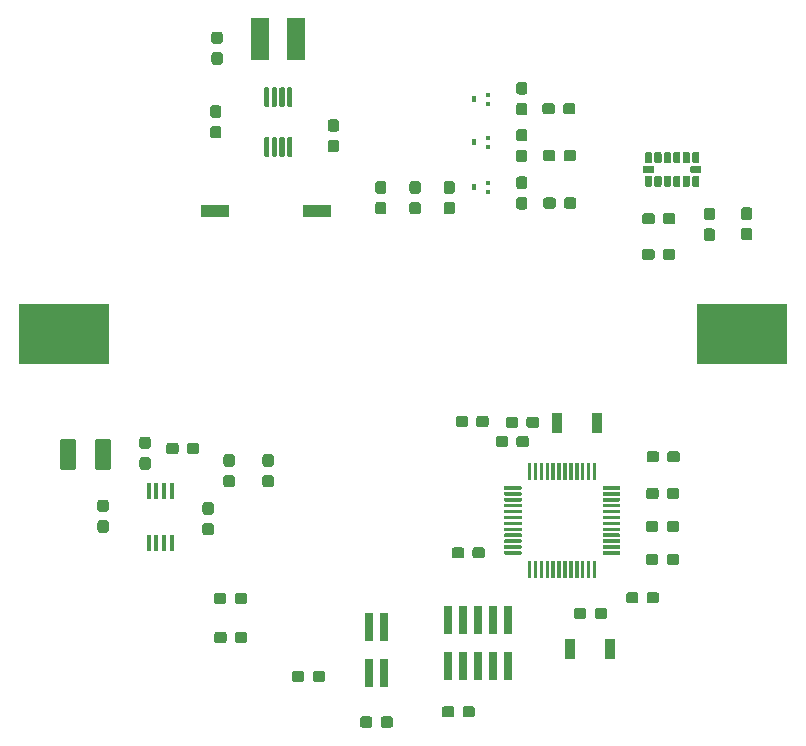
<source format=gbr>
G04 #@! TF.GenerationSoftware,KiCad,Pcbnew,5.1.5-52549c5~84~ubuntu18.04.1*
G04 #@! TF.CreationDate,2020-01-06T13:59:53+01:00*
G04 #@! TF.ProjectId,PCB-Ange,5043422d-416e-4676-952e-6b696361645f,rev?*
G04 #@! TF.SameCoordinates,Original*
G04 #@! TF.FileFunction,Paste,Top*
G04 #@! TF.FilePolarity,Positive*
%FSLAX46Y46*%
G04 Gerber Fmt 4.6, Leading zero omitted, Abs format (unit mm)*
G04 Created by KiCad (PCBNEW 5.1.5-52549c5~84~ubuntu18.04.1) date 2020-01-06 13:59:53*
%MOMM*%
%LPD*%
G04 APERTURE LIST*
%ADD10R,0.740000X2.400000*%
%ADD11C,0.100000*%
%ADD12R,7.620000X5.080000*%
%ADD13R,1.500000X3.600000*%
%ADD14R,0.450000X0.400000*%
%ADD15R,0.450000X0.500000*%
%ADD16R,0.900000X1.700000*%
%ADD17R,2.440000X1.120000*%
%ADD18R,0.450000X1.450000*%
G04 APERTURE END LIST*
D10*
X97079000Y-128670800D03*
X97079000Y-124770800D03*
X98349000Y-128670800D03*
X98349000Y-124770800D03*
D11*
G36*
X88582127Y-83317342D02*
G01*
X88593048Y-83318962D01*
X88603757Y-83321644D01*
X88614152Y-83325364D01*
X88624132Y-83330084D01*
X88633602Y-83335760D01*
X88642469Y-83342336D01*
X88650650Y-83349750D01*
X88658064Y-83357931D01*
X88664640Y-83366798D01*
X88670316Y-83376268D01*
X88675036Y-83386248D01*
X88678756Y-83396643D01*
X88681438Y-83407352D01*
X88683058Y-83418273D01*
X88683600Y-83429300D01*
X88683600Y-84829300D01*
X88683058Y-84840327D01*
X88681438Y-84851248D01*
X88678756Y-84861957D01*
X88675036Y-84872352D01*
X88670316Y-84882332D01*
X88664640Y-84891802D01*
X88658064Y-84900669D01*
X88650650Y-84908850D01*
X88642469Y-84916264D01*
X88633602Y-84922840D01*
X88624132Y-84928516D01*
X88614152Y-84933236D01*
X88603757Y-84936956D01*
X88593048Y-84939638D01*
X88582127Y-84941258D01*
X88571100Y-84941800D01*
X88346100Y-84941800D01*
X88335073Y-84941258D01*
X88324152Y-84939638D01*
X88313443Y-84936956D01*
X88303048Y-84933236D01*
X88293068Y-84928516D01*
X88283598Y-84922840D01*
X88274731Y-84916264D01*
X88266550Y-84908850D01*
X88259136Y-84900669D01*
X88252560Y-84891802D01*
X88246884Y-84882332D01*
X88242164Y-84872352D01*
X88238444Y-84861957D01*
X88235762Y-84851248D01*
X88234142Y-84840327D01*
X88233600Y-84829300D01*
X88233600Y-83429300D01*
X88234142Y-83418273D01*
X88235762Y-83407352D01*
X88238444Y-83396643D01*
X88242164Y-83386248D01*
X88246884Y-83376268D01*
X88252560Y-83366798D01*
X88259136Y-83357931D01*
X88266550Y-83349750D01*
X88274731Y-83342336D01*
X88283598Y-83335760D01*
X88293068Y-83330084D01*
X88303048Y-83325364D01*
X88313443Y-83321644D01*
X88324152Y-83318962D01*
X88335073Y-83317342D01*
X88346100Y-83316800D01*
X88571100Y-83316800D01*
X88582127Y-83317342D01*
G37*
G36*
X89232127Y-83317342D02*
G01*
X89243048Y-83318962D01*
X89253757Y-83321644D01*
X89264152Y-83325364D01*
X89274132Y-83330084D01*
X89283602Y-83335760D01*
X89292469Y-83342336D01*
X89300650Y-83349750D01*
X89308064Y-83357931D01*
X89314640Y-83366798D01*
X89320316Y-83376268D01*
X89325036Y-83386248D01*
X89328756Y-83396643D01*
X89331438Y-83407352D01*
X89333058Y-83418273D01*
X89333600Y-83429300D01*
X89333600Y-84829300D01*
X89333058Y-84840327D01*
X89331438Y-84851248D01*
X89328756Y-84861957D01*
X89325036Y-84872352D01*
X89320316Y-84882332D01*
X89314640Y-84891802D01*
X89308064Y-84900669D01*
X89300650Y-84908850D01*
X89292469Y-84916264D01*
X89283602Y-84922840D01*
X89274132Y-84928516D01*
X89264152Y-84933236D01*
X89253757Y-84936956D01*
X89243048Y-84939638D01*
X89232127Y-84941258D01*
X89221100Y-84941800D01*
X88996100Y-84941800D01*
X88985073Y-84941258D01*
X88974152Y-84939638D01*
X88963443Y-84936956D01*
X88953048Y-84933236D01*
X88943068Y-84928516D01*
X88933598Y-84922840D01*
X88924731Y-84916264D01*
X88916550Y-84908850D01*
X88909136Y-84900669D01*
X88902560Y-84891802D01*
X88896884Y-84882332D01*
X88892164Y-84872352D01*
X88888444Y-84861957D01*
X88885762Y-84851248D01*
X88884142Y-84840327D01*
X88883600Y-84829300D01*
X88883600Y-83429300D01*
X88884142Y-83418273D01*
X88885762Y-83407352D01*
X88888444Y-83396643D01*
X88892164Y-83386248D01*
X88896884Y-83376268D01*
X88902560Y-83366798D01*
X88909136Y-83357931D01*
X88916550Y-83349750D01*
X88924731Y-83342336D01*
X88933598Y-83335760D01*
X88943068Y-83330084D01*
X88953048Y-83325364D01*
X88963443Y-83321644D01*
X88974152Y-83318962D01*
X88985073Y-83317342D01*
X88996100Y-83316800D01*
X89221100Y-83316800D01*
X89232127Y-83317342D01*
G37*
G36*
X89882127Y-83317342D02*
G01*
X89893048Y-83318962D01*
X89903757Y-83321644D01*
X89914152Y-83325364D01*
X89924132Y-83330084D01*
X89933602Y-83335760D01*
X89942469Y-83342336D01*
X89950650Y-83349750D01*
X89958064Y-83357931D01*
X89964640Y-83366798D01*
X89970316Y-83376268D01*
X89975036Y-83386248D01*
X89978756Y-83396643D01*
X89981438Y-83407352D01*
X89983058Y-83418273D01*
X89983600Y-83429300D01*
X89983600Y-84829300D01*
X89983058Y-84840327D01*
X89981438Y-84851248D01*
X89978756Y-84861957D01*
X89975036Y-84872352D01*
X89970316Y-84882332D01*
X89964640Y-84891802D01*
X89958064Y-84900669D01*
X89950650Y-84908850D01*
X89942469Y-84916264D01*
X89933602Y-84922840D01*
X89924132Y-84928516D01*
X89914152Y-84933236D01*
X89903757Y-84936956D01*
X89893048Y-84939638D01*
X89882127Y-84941258D01*
X89871100Y-84941800D01*
X89646100Y-84941800D01*
X89635073Y-84941258D01*
X89624152Y-84939638D01*
X89613443Y-84936956D01*
X89603048Y-84933236D01*
X89593068Y-84928516D01*
X89583598Y-84922840D01*
X89574731Y-84916264D01*
X89566550Y-84908850D01*
X89559136Y-84900669D01*
X89552560Y-84891802D01*
X89546884Y-84882332D01*
X89542164Y-84872352D01*
X89538444Y-84861957D01*
X89535762Y-84851248D01*
X89534142Y-84840327D01*
X89533600Y-84829300D01*
X89533600Y-83429300D01*
X89534142Y-83418273D01*
X89535762Y-83407352D01*
X89538444Y-83396643D01*
X89542164Y-83386248D01*
X89546884Y-83376268D01*
X89552560Y-83366798D01*
X89559136Y-83357931D01*
X89566550Y-83349750D01*
X89574731Y-83342336D01*
X89583598Y-83335760D01*
X89593068Y-83330084D01*
X89603048Y-83325364D01*
X89613443Y-83321644D01*
X89624152Y-83318962D01*
X89635073Y-83317342D01*
X89646100Y-83316800D01*
X89871100Y-83316800D01*
X89882127Y-83317342D01*
G37*
G36*
X90532127Y-83317342D02*
G01*
X90543048Y-83318962D01*
X90553757Y-83321644D01*
X90564152Y-83325364D01*
X90574132Y-83330084D01*
X90583602Y-83335760D01*
X90592469Y-83342336D01*
X90600650Y-83349750D01*
X90608064Y-83357931D01*
X90614640Y-83366798D01*
X90620316Y-83376268D01*
X90625036Y-83386248D01*
X90628756Y-83396643D01*
X90631438Y-83407352D01*
X90633058Y-83418273D01*
X90633600Y-83429300D01*
X90633600Y-84829300D01*
X90633058Y-84840327D01*
X90631438Y-84851248D01*
X90628756Y-84861957D01*
X90625036Y-84872352D01*
X90620316Y-84882332D01*
X90614640Y-84891802D01*
X90608064Y-84900669D01*
X90600650Y-84908850D01*
X90592469Y-84916264D01*
X90583602Y-84922840D01*
X90574132Y-84928516D01*
X90564152Y-84933236D01*
X90553757Y-84936956D01*
X90543048Y-84939638D01*
X90532127Y-84941258D01*
X90521100Y-84941800D01*
X90296100Y-84941800D01*
X90285073Y-84941258D01*
X90274152Y-84939638D01*
X90263443Y-84936956D01*
X90253048Y-84933236D01*
X90243068Y-84928516D01*
X90233598Y-84922840D01*
X90224731Y-84916264D01*
X90216550Y-84908850D01*
X90209136Y-84900669D01*
X90202560Y-84891802D01*
X90196884Y-84882332D01*
X90192164Y-84872352D01*
X90188444Y-84861957D01*
X90185762Y-84851248D01*
X90184142Y-84840327D01*
X90183600Y-84829300D01*
X90183600Y-83429300D01*
X90184142Y-83418273D01*
X90185762Y-83407352D01*
X90188444Y-83396643D01*
X90192164Y-83386248D01*
X90196884Y-83376268D01*
X90202560Y-83366798D01*
X90209136Y-83357931D01*
X90216550Y-83349750D01*
X90224731Y-83342336D01*
X90233598Y-83335760D01*
X90243068Y-83330084D01*
X90253048Y-83325364D01*
X90263443Y-83321644D01*
X90274152Y-83318962D01*
X90285073Y-83317342D01*
X90296100Y-83316800D01*
X90521100Y-83316800D01*
X90532127Y-83317342D01*
G37*
G36*
X90532127Y-79092342D02*
G01*
X90543048Y-79093962D01*
X90553757Y-79096644D01*
X90564152Y-79100364D01*
X90574132Y-79105084D01*
X90583602Y-79110760D01*
X90592469Y-79117336D01*
X90600650Y-79124750D01*
X90608064Y-79132931D01*
X90614640Y-79141798D01*
X90620316Y-79151268D01*
X90625036Y-79161248D01*
X90628756Y-79171643D01*
X90631438Y-79182352D01*
X90633058Y-79193273D01*
X90633600Y-79204300D01*
X90633600Y-80604300D01*
X90633058Y-80615327D01*
X90631438Y-80626248D01*
X90628756Y-80636957D01*
X90625036Y-80647352D01*
X90620316Y-80657332D01*
X90614640Y-80666802D01*
X90608064Y-80675669D01*
X90600650Y-80683850D01*
X90592469Y-80691264D01*
X90583602Y-80697840D01*
X90574132Y-80703516D01*
X90564152Y-80708236D01*
X90553757Y-80711956D01*
X90543048Y-80714638D01*
X90532127Y-80716258D01*
X90521100Y-80716800D01*
X90296100Y-80716800D01*
X90285073Y-80716258D01*
X90274152Y-80714638D01*
X90263443Y-80711956D01*
X90253048Y-80708236D01*
X90243068Y-80703516D01*
X90233598Y-80697840D01*
X90224731Y-80691264D01*
X90216550Y-80683850D01*
X90209136Y-80675669D01*
X90202560Y-80666802D01*
X90196884Y-80657332D01*
X90192164Y-80647352D01*
X90188444Y-80636957D01*
X90185762Y-80626248D01*
X90184142Y-80615327D01*
X90183600Y-80604300D01*
X90183600Y-79204300D01*
X90184142Y-79193273D01*
X90185762Y-79182352D01*
X90188444Y-79171643D01*
X90192164Y-79161248D01*
X90196884Y-79151268D01*
X90202560Y-79141798D01*
X90209136Y-79132931D01*
X90216550Y-79124750D01*
X90224731Y-79117336D01*
X90233598Y-79110760D01*
X90243068Y-79105084D01*
X90253048Y-79100364D01*
X90263443Y-79096644D01*
X90274152Y-79093962D01*
X90285073Y-79092342D01*
X90296100Y-79091800D01*
X90521100Y-79091800D01*
X90532127Y-79092342D01*
G37*
G36*
X89882127Y-79092342D02*
G01*
X89893048Y-79093962D01*
X89903757Y-79096644D01*
X89914152Y-79100364D01*
X89924132Y-79105084D01*
X89933602Y-79110760D01*
X89942469Y-79117336D01*
X89950650Y-79124750D01*
X89958064Y-79132931D01*
X89964640Y-79141798D01*
X89970316Y-79151268D01*
X89975036Y-79161248D01*
X89978756Y-79171643D01*
X89981438Y-79182352D01*
X89983058Y-79193273D01*
X89983600Y-79204300D01*
X89983600Y-80604300D01*
X89983058Y-80615327D01*
X89981438Y-80626248D01*
X89978756Y-80636957D01*
X89975036Y-80647352D01*
X89970316Y-80657332D01*
X89964640Y-80666802D01*
X89958064Y-80675669D01*
X89950650Y-80683850D01*
X89942469Y-80691264D01*
X89933602Y-80697840D01*
X89924132Y-80703516D01*
X89914152Y-80708236D01*
X89903757Y-80711956D01*
X89893048Y-80714638D01*
X89882127Y-80716258D01*
X89871100Y-80716800D01*
X89646100Y-80716800D01*
X89635073Y-80716258D01*
X89624152Y-80714638D01*
X89613443Y-80711956D01*
X89603048Y-80708236D01*
X89593068Y-80703516D01*
X89583598Y-80697840D01*
X89574731Y-80691264D01*
X89566550Y-80683850D01*
X89559136Y-80675669D01*
X89552560Y-80666802D01*
X89546884Y-80657332D01*
X89542164Y-80647352D01*
X89538444Y-80636957D01*
X89535762Y-80626248D01*
X89534142Y-80615327D01*
X89533600Y-80604300D01*
X89533600Y-79204300D01*
X89534142Y-79193273D01*
X89535762Y-79182352D01*
X89538444Y-79171643D01*
X89542164Y-79161248D01*
X89546884Y-79151268D01*
X89552560Y-79141798D01*
X89559136Y-79132931D01*
X89566550Y-79124750D01*
X89574731Y-79117336D01*
X89583598Y-79110760D01*
X89593068Y-79105084D01*
X89603048Y-79100364D01*
X89613443Y-79096644D01*
X89624152Y-79093962D01*
X89635073Y-79092342D01*
X89646100Y-79091800D01*
X89871100Y-79091800D01*
X89882127Y-79092342D01*
G37*
G36*
X89232127Y-79092342D02*
G01*
X89243048Y-79093962D01*
X89253757Y-79096644D01*
X89264152Y-79100364D01*
X89274132Y-79105084D01*
X89283602Y-79110760D01*
X89292469Y-79117336D01*
X89300650Y-79124750D01*
X89308064Y-79132931D01*
X89314640Y-79141798D01*
X89320316Y-79151268D01*
X89325036Y-79161248D01*
X89328756Y-79171643D01*
X89331438Y-79182352D01*
X89333058Y-79193273D01*
X89333600Y-79204300D01*
X89333600Y-80604300D01*
X89333058Y-80615327D01*
X89331438Y-80626248D01*
X89328756Y-80636957D01*
X89325036Y-80647352D01*
X89320316Y-80657332D01*
X89314640Y-80666802D01*
X89308064Y-80675669D01*
X89300650Y-80683850D01*
X89292469Y-80691264D01*
X89283602Y-80697840D01*
X89274132Y-80703516D01*
X89264152Y-80708236D01*
X89253757Y-80711956D01*
X89243048Y-80714638D01*
X89232127Y-80716258D01*
X89221100Y-80716800D01*
X88996100Y-80716800D01*
X88985073Y-80716258D01*
X88974152Y-80714638D01*
X88963443Y-80711956D01*
X88953048Y-80708236D01*
X88943068Y-80703516D01*
X88933598Y-80697840D01*
X88924731Y-80691264D01*
X88916550Y-80683850D01*
X88909136Y-80675669D01*
X88902560Y-80666802D01*
X88896884Y-80657332D01*
X88892164Y-80647352D01*
X88888444Y-80636957D01*
X88885762Y-80626248D01*
X88884142Y-80615327D01*
X88883600Y-80604300D01*
X88883600Y-79204300D01*
X88884142Y-79193273D01*
X88885762Y-79182352D01*
X88888444Y-79171643D01*
X88892164Y-79161248D01*
X88896884Y-79151268D01*
X88902560Y-79141798D01*
X88909136Y-79132931D01*
X88916550Y-79124750D01*
X88924731Y-79117336D01*
X88933598Y-79110760D01*
X88943068Y-79105084D01*
X88953048Y-79100364D01*
X88963443Y-79096644D01*
X88974152Y-79093962D01*
X88985073Y-79092342D01*
X88996100Y-79091800D01*
X89221100Y-79091800D01*
X89232127Y-79092342D01*
G37*
G36*
X88582127Y-79092342D02*
G01*
X88593048Y-79093962D01*
X88603757Y-79096644D01*
X88614152Y-79100364D01*
X88624132Y-79105084D01*
X88633602Y-79110760D01*
X88642469Y-79117336D01*
X88650650Y-79124750D01*
X88658064Y-79132931D01*
X88664640Y-79141798D01*
X88670316Y-79151268D01*
X88675036Y-79161248D01*
X88678756Y-79171643D01*
X88681438Y-79182352D01*
X88683058Y-79193273D01*
X88683600Y-79204300D01*
X88683600Y-80604300D01*
X88683058Y-80615327D01*
X88681438Y-80626248D01*
X88678756Y-80636957D01*
X88675036Y-80647352D01*
X88670316Y-80657332D01*
X88664640Y-80666802D01*
X88658064Y-80675669D01*
X88650650Y-80683850D01*
X88642469Y-80691264D01*
X88633602Y-80697840D01*
X88624132Y-80703516D01*
X88614152Y-80708236D01*
X88603757Y-80711956D01*
X88593048Y-80714638D01*
X88582127Y-80716258D01*
X88571100Y-80716800D01*
X88346100Y-80716800D01*
X88335073Y-80716258D01*
X88324152Y-80714638D01*
X88313443Y-80711956D01*
X88303048Y-80708236D01*
X88293068Y-80703516D01*
X88283598Y-80697840D01*
X88274731Y-80691264D01*
X88266550Y-80683850D01*
X88259136Y-80675669D01*
X88252560Y-80666802D01*
X88246884Y-80657332D01*
X88242164Y-80647352D01*
X88238444Y-80636957D01*
X88235762Y-80626248D01*
X88234142Y-80615327D01*
X88233600Y-80604300D01*
X88233600Y-79204300D01*
X88234142Y-79193273D01*
X88235762Y-79182352D01*
X88238444Y-79171643D01*
X88242164Y-79161248D01*
X88246884Y-79151268D01*
X88252560Y-79141798D01*
X88259136Y-79132931D01*
X88266550Y-79124750D01*
X88274731Y-79117336D01*
X88283598Y-79110760D01*
X88293068Y-79105084D01*
X88303048Y-79100364D01*
X88313443Y-79096644D01*
X88324152Y-79093962D01*
X88335073Y-79092342D01*
X88346100Y-79091800D01*
X88571100Y-79091800D01*
X88582127Y-79092342D01*
G37*
D12*
X71310000Y-100000000D03*
X128690000Y-100000000D03*
D11*
G36*
X104120779Y-131479344D02*
G01*
X104143834Y-131482763D01*
X104166443Y-131488427D01*
X104188387Y-131496279D01*
X104209457Y-131506244D01*
X104229448Y-131518226D01*
X104248168Y-131532110D01*
X104265438Y-131547762D01*
X104281090Y-131565032D01*
X104294974Y-131583752D01*
X104306956Y-131603743D01*
X104316921Y-131624813D01*
X104324773Y-131646757D01*
X104330437Y-131669366D01*
X104333856Y-131692421D01*
X104335000Y-131715700D01*
X104335000Y-132190700D01*
X104333856Y-132213979D01*
X104330437Y-132237034D01*
X104324773Y-132259643D01*
X104316921Y-132281587D01*
X104306956Y-132302657D01*
X104294974Y-132322648D01*
X104281090Y-132341368D01*
X104265438Y-132358638D01*
X104248168Y-132374290D01*
X104229448Y-132388174D01*
X104209457Y-132400156D01*
X104188387Y-132410121D01*
X104166443Y-132417973D01*
X104143834Y-132423637D01*
X104120779Y-132427056D01*
X104097500Y-132428200D01*
X103522500Y-132428200D01*
X103499221Y-132427056D01*
X103476166Y-132423637D01*
X103453557Y-132417973D01*
X103431613Y-132410121D01*
X103410543Y-132400156D01*
X103390552Y-132388174D01*
X103371832Y-132374290D01*
X103354562Y-132358638D01*
X103338910Y-132341368D01*
X103325026Y-132322648D01*
X103313044Y-132302657D01*
X103303079Y-132281587D01*
X103295227Y-132259643D01*
X103289563Y-132237034D01*
X103286144Y-132213979D01*
X103285000Y-132190700D01*
X103285000Y-131715700D01*
X103286144Y-131692421D01*
X103289563Y-131669366D01*
X103295227Y-131646757D01*
X103303079Y-131624813D01*
X103313044Y-131603743D01*
X103325026Y-131583752D01*
X103338910Y-131565032D01*
X103354562Y-131547762D01*
X103371832Y-131532110D01*
X103390552Y-131518226D01*
X103410543Y-131506244D01*
X103431613Y-131496279D01*
X103453557Y-131488427D01*
X103476166Y-131482763D01*
X103499221Y-131479344D01*
X103522500Y-131478200D01*
X104097500Y-131478200D01*
X104120779Y-131479344D01*
G37*
G36*
X105870779Y-131479344D02*
G01*
X105893834Y-131482763D01*
X105916443Y-131488427D01*
X105938387Y-131496279D01*
X105959457Y-131506244D01*
X105979448Y-131518226D01*
X105998168Y-131532110D01*
X106015438Y-131547762D01*
X106031090Y-131565032D01*
X106044974Y-131583752D01*
X106056956Y-131603743D01*
X106066921Y-131624813D01*
X106074773Y-131646757D01*
X106080437Y-131669366D01*
X106083856Y-131692421D01*
X106085000Y-131715700D01*
X106085000Y-132190700D01*
X106083856Y-132213979D01*
X106080437Y-132237034D01*
X106074773Y-132259643D01*
X106066921Y-132281587D01*
X106056956Y-132302657D01*
X106044974Y-132322648D01*
X106031090Y-132341368D01*
X106015438Y-132358638D01*
X105998168Y-132374290D01*
X105979448Y-132388174D01*
X105959457Y-132400156D01*
X105938387Y-132410121D01*
X105916443Y-132417973D01*
X105893834Y-132423637D01*
X105870779Y-132427056D01*
X105847500Y-132428200D01*
X105272500Y-132428200D01*
X105249221Y-132427056D01*
X105226166Y-132423637D01*
X105203557Y-132417973D01*
X105181613Y-132410121D01*
X105160543Y-132400156D01*
X105140552Y-132388174D01*
X105121832Y-132374290D01*
X105104562Y-132358638D01*
X105088910Y-132341368D01*
X105075026Y-132322648D01*
X105063044Y-132302657D01*
X105053079Y-132281587D01*
X105045227Y-132259643D01*
X105039563Y-132237034D01*
X105036144Y-132213979D01*
X105035000Y-132190700D01*
X105035000Y-131715700D01*
X105036144Y-131692421D01*
X105039563Y-131669366D01*
X105045227Y-131646757D01*
X105053079Y-131624813D01*
X105063044Y-131603743D01*
X105075026Y-131583752D01*
X105088910Y-131565032D01*
X105104562Y-131547762D01*
X105121832Y-131532110D01*
X105140552Y-131518226D01*
X105160543Y-131506244D01*
X105181613Y-131496279D01*
X105203557Y-131488427D01*
X105226166Y-131482763D01*
X105249221Y-131479344D01*
X105272500Y-131478200D01*
X105847500Y-131478200D01*
X105870779Y-131479344D01*
G37*
G36*
X123142779Y-115782144D02*
G01*
X123165834Y-115785563D01*
X123188443Y-115791227D01*
X123210387Y-115799079D01*
X123231457Y-115809044D01*
X123251448Y-115821026D01*
X123270168Y-115834910D01*
X123287438Y-115850562D01*
X123303090Y-115867832D01*
X123316974Y-115886552D01*
X123328956Y-115906543D01*
X123338921Y-115927613D01*
X123346773Y-115949557D01*
X123352437Y-115972166D01*
X123355856Y-115995221D01*
X123357000Y-116018500D01*
X123357000Y-116493500D01*
X123355856Y-116516779D01*
X123352437Y-116539834D01*
X123346773Y-116562443D01*
X123338921Y-116584387D01*
X123328956Y-116605457D01*
X123316974Y-116625448D01*
X123303090Y-116644168D01*
X123287438Y-116661438D01*
X123270168Y-116677090D01*
X123251448Y-116690974D01*
X123231457Y-116702956D01*
X123210387Y-116712921D01*
X123188443Y-116720773D01*
X123165834Y-116726437D01*
X123142779Y-116729856D01*
X123119500Y-116731000D01*
X122544500Y-116731000D01*
X122521221Y-116729856D01*
X122498166Y-116726437D01*
X122475557Y-116720773D01*
X122453613Y-116712921D01*
X122432543Y-116702956D01*
X122412552Y-116690974D01*
X122393832Y-116677090D01*
X122376562Y-116661438D01*
X122360910Y-116644168D01*
X122347026Y-116625448D01*
X122335044Y-116605457D01*
X122325079Y-116584387D01*
X122317227Y-116562443D01*
X122311563Y-116539834D01*
X122308144Y-116516779D01*
X122307000Y-116493500D01*
X122307000Y-116018500D01*
X122308144Y-115995221D01*
X122311563Y-115972166D01*
X122317227Y-115949557D01*
X122325079Y-115927613D01*
X122335044Y-115906543D01*
X122347026Y-115886552D01*
X122360910Y-115867832D01*
X122376562Y-115850562D01*
X122393832Y-115834910D01*
X122412552Y-115821026D01*
X122432543Y-115809044D01*
X122453613Y-115799079D01*
X122475557Y-115791227D01*
X122498166Y-115785563D01*
X122521221Y-115782144D01*
X122544500Y-115781000D01*
X123119500Y-115781000D01*
X123142779Y-115782144D01*
G37*
G36*
X121392779Y-115782144D02*
G01*
X121415834Y-115785563D01*
X121438443Y-115791227D01*
X121460387Y-115799079D01*
X121481457Y-115809044D01*
X121501448Y-115821026D01*
X121520168Y-115834910D01*
X121537438Y-115850562D01*
X121553090Y-115867832D01*
X121566974Y-115886552D01*
X121578956Y-115906543D01*
X121588921Y-115927613D01*
X121596773Y-115949557D01*
X121602437Y-115972166D01*
X121605856Y-115995221D01*
X121607000Y-116018500D01*
X121607000Y-116493500D01*
X121605856Y-116516779D01*
X121602437Y-116539834D01*
X121596773Y-116562443D01*
X121588921Y-116584387D01*
X121578956Y-116605457D01*
X121566974Y-116625448D01*
X121553090Y-116644168D01*
X121537438Y-116661438D01*
X121520168Y-116677090D01*
X121501448Y-116690974D01*
X121481457Y-116702956D01*
X121460387Y-116712921D01*
X121438443Y-116720773D01*
X121415834Y-116726437D01*
X121392779Y-116729856D01*
X121369500Y-116731000D01*
X120794500Y-116731000D01*
X120771221Y-116729856D01*
X120748166Y-116726437D01*
X120725557Y-116720773D01*
X120703613Y-116712921D01*
X120682543Y-116702956D01*
X120662552Y-116690974D01*
X120643832Y-116677090D01*
X120626562Y-116661438D01*
X120610910Y-116644168D01*
X120597026Y-116625448D01*
X120585044Y-116605457D01*
X120575079Y-116584387D01*
X120567227Y-116562443D01*
X120561563Y-116539834D01*
X120558144Y-116516779D01*
X120557000Y-116493500D01*
X120557000Y-116018500D01*
X120558144Y-115995221D01*
X120561563Y-115972166D01*
X120567227Y-115949557D01*
X120575079Y-115927613D01*
X120585044Y-115906543D01*
X120597026Y-115886552D01*
X120610910Y-115867832D01*
X120626562Y-115850562D01*
X120643832Y-115834910D01*
X120662552Y-115821026D01*
X120682543Y-115809044D01*
X120703613Y-115799079D01*
X120725557Y-115791227D01*
X120748166Y-115785563D01*
X120771221Y-115782144D01*
X120794500Y-115781000D01*
X121369500Y-115781000D01*
X121392779Y-115782144D01*
G37*
G36*
X97189179Y-132342944D02*
G01*
X97212234Y-132346363D01*
X97234843Y-132352027D01*
X97256787Y-132359879D01*
X97277857Y-132369844D01*
X97297848Y-132381826D01*
X97316568Y-132395710D01*
X97333838Y-132411362D01*
X97349490Y-132428632D01*
X97363374Y-132447352D01*
X97375356Y-132467343D01*
X97385321Y-132488413D01*
X97393173Y-132510357D01*
X97398837Y-132532966D01*
X97402256Y-132556021D01*
X97403400Y-132579300D01*
X97403400Y-133054300D01*
X97402256Y-133077579D01*
X97398837Y-133100634D01*
X97393173Y-133123243D01*
X97385321Y-133145187D01*
X97375356Y-133166257D01*
X97363374Y-133186248D01*
X97349490Y-133204968D01*
X97333838Y-133222238D01*
X97316568Y-133237890D01*
X97297848Y-133251774D01*
X97277857Y-133263756D01*
X97256787Y-133273721D01*
X97234843Y-133281573D01*
X97212234Y-133287237D01*
X97189179Y-133290656D01*
X97165900Y-133291800D01*
X96590900Y-133291800D01*
X96567621Y-133290656D01*
X96544566Y-133287237D01*
X96521957Y-133281573D01*
X96500013Y-133273721D01*
X96478943Y-133263756D01*
X96458952Y-133251774D01*
X96440232Y-133237890D01*
X96422962Y-133222238D01*
X96407310Y-133204968D01*
X96393426Y-133186248D01*
X96381444Y-133166257D01*
X96371479Y-133145187D01*
X96363627Y-133123243D01*
X96357963Y-133100634D01*
X96354544Y-133077579D01*
X96353400Y-133054300D01*
X96353400Y-132579300D01*
X96354544Y-132556021D01*
X96357963Y-132532966D01*
X96363627Y-132510357D01*
X96371479Y-132488413D01*
X96381444Y-132467343D01*
X96393426Y-132447352D01*
X96407310Y-132428632D01*
X96422962Y-132411362D01*
X96440232Y-132395710D01*
X96458952Y-132381826D01*
X96478943Y-132369844D01*
X96500013Y-132359879D01*
X96521957Y-132352027D01*
X96544566Y-132346363D01*
X96567621Y-132342944D01*
X96590900Y-132341800D01*
X97165900Y-132341800D01*
X97189179Y-132342944D01*
G37*
G36*
X98939179Y-132342944D02*
G01*
X98962234Y-132346363D01*
X98984843Y-132352027D01*
X99006787Y-132359879D01*
X99027857Y-132369844D01*
X99047848Y-132381826D01*
X99066568Y-132395710D01*
X99083838Y-132411362D01*
X99099490Y-132428632D01*
X99113374Y-132447352D01*
X99125356Y-132467343D01*
X99135321Y-132488413D01*
X99143173Y-132510357D01*
X99148837Y-132532966D01*
X99152256Y-132556021D01*
X99153400Y-132579300D01*
X99153400Y-133054300D01*
X99152256Y-133077579D01*
X99148837Y-133100634D01*
X99143173Y-133123243D01*
X99135321Y-133145187D01*
X99125356Y-133166257D01*
X99113374Y-133186248D01*
X99099490Y-133204968D01*
X99083838Y-133222238D01*
X99066568Y-133237890D01*
X99047848Y-133251774D01*
X99027857Y-133263756D01*
X99006787Y-133273721D01*
X98984843Y-133281573D01*
X98962234Y-133287237D01*
X98939179Y-133290656D01*
X98915900Y-133291800D01*
X98340900Y-133291800D01*
X98317621Y-133290656D01*
X98294566Y-133287237D01*
X98271957Y-133281573D01*
X98250013Y-133273721D01*
X98228943Y-133263756D01*
X98208952Y-133251774D01*
X98190232Y-133237890D01*
X98172962Y-133222238D01*
X98157310Y-133204968D01*
X98143426Y-133186248D01*
X98131444Y-133166257D01*
X98121479Y-133145187D01*
X98113627Y-133123243D01*
X98107963Y-133100634D01*
X98104544Y-133077579D01*
X98103400Y-133054300D01*
X98103400Y-132579300D01*
X98104544Y-132556021D01*
X98107963Y-132532966D01*
X98113627Y-132510357D01*
X98121479Y-132488413D01*
X98131444Y-132467343D01*
X98143426Y-132447352D01*
X98157310Y-132428632D01*
X98172962Y-132411362D01*
X98190232Y-132395710D01*
X98208952Y-132381826D01*
X98228943Y-132369844D01*
X98250013Y-132359879D01*
X98271957Y-132352027D01*
X98294566Y-132346363D01*
X98317621Y-132342944D01*
X98340900Y-132341800D01*
X98915900Y-132341800D01*
X98939179Y-132342944D01*
G37*
G36*
X84512779Y-76108144D02*
G01*
X84535834Y-76111563D01*
X84558443Y-76117227D01*
X84580387Y-76125079D01*
X84601457Y-76135044D01*
X84621448Y-76147026D01*
X84640168Y-76160910D01*
X84657438Y-76176562D01*
X84673090Y-76193832D01*
X84686974Y-76212552D01*
X84698956Y-76232543D01*
X84708921Y-76253613D01*
X84716773Y-76275557D01*
X84722437Y-76298166D01*
X84725856Y-76321221D01*
X84727000Y-76344500D01*
X84727000Y-76919500D01*
X84725856Y-76942779D01*
X84722437Y-76965834D01*
X84716773Y-76988443D01*
X84708921Y-77010387D01*
X84698956Y-77031457D01*
X84686974Y-77051448D01*
X84673090Y-77070168D01*
X84657438Y-77087438D01*
X84640168Y-77103090D01*
X84621448Y-77116974D01*
X84601457Y-77128956D01*
X84580387Y-77138921D01*
X84558443Y-77146773D01*
X84535834Y-77152437D01*
X84512779Y-77155856D01*
X84489500Y-77157000D01*
X84014500Y-77157000D01*
X83991221Y-77155856D01*
X83968166Y-77152437D01*
X83945557Y-77146773D01*
X83923613Y-77138921D01*
X83902543Y-77128956D01*
X83882552Y-77116974D01*
X83863832Y-77103090D01*
X83846562Y-77087438D01*
X83830910Y-77070168D01*
X83817026Y-77051448D01*
X83805044Y-77031457D01*
X83795079Y-77010387D01*
X83787227Y-76988443D01*
X83781563Y-76965834D01*
X83778144Y-76942779D01*
X83777000Y-76919500D01*
X83777000Y-76344500D01*
X83778144Y-76321221D01*
X83781563Y-76298166D01*
X83787227Y-76275557D01*
X83795079Y-76253613D01*
X83805044Y-76232543D01*
X83817026Y-76212552D01*
X83830910Y-76193832D01*
X83846562Y-76176562D01*
X83863832Y-76160910D01*
X83882552Y-76147026D01*
X83902543Y-76135044D01*
X83923613Y-76125079D01*
X83945557Y-76117227D01*
X83968166Y-76111563D01*
X83991221Y-76108144D01*
X84014500Y-76107000D01*
X84489500Y-76107000D01*
X84512779Y-76108144D01*
G37*
G36*
X84512779Y-74358144D02*
G01*
X84535834Y-74361563D01*
X84558443Y-74367227D01*
X84580387Y-74375079D01*
X84601457Y-74385044D01*
X84621448Y-74397026D01*
X84640168Y-74410910D01*
X84657438Y-74426562D01*
X84673090Y-74443832D01*
X84686974Y-74462552D01*
X84698956Y-74482543D01*
X84708921Y-74503613D01*
X84716773Y-74525557D01*
X84722437Y-74548166D01*
X84725856Y-74571221D01*
X84727000Y-74594500D01*
X84727000Y-75169500D01*
X84725856Y-75192779D01*
X84722437Y-75215834D01*
X84716773Y-75238443D01*
X84708921Y-75260387D01*
X84698956Y-75281457D01*
X84686974Y-75301448D01*
X84673090Y-75320168D01*
X84657438Y-75337438D01*
X84640168Y-75353090D01*
X84621448Y-75366974D01*
X84601457Y-75378956D01*
X84580387Y-75388921D01*
X84558443Y-75396773D01*
X84535834Y-75402437D01*
X84512779Y-75405856D01*
X84489500Y-75407000D01*
X84014500Y-75407000D01*
X83991221Y-75405856D01*
X83968166Y-75402437D01*
X83945557Y-75396773D01*
X83923613Y-75388921D01*
X83902543Y-75378956D01*
X83882552Y-75366974D01*
X83863832Y-75353090D01*
X83846562Y-75337438D01*
X83830910Y-75320168D01*
X83817026Y-75301448D01*
X83805044Y-75281457D01*
X83795079Y-75260387D01*
X83787227Y-75238443D01*
X83781563Y-75215834D01*
X83778144Y-75192779D01*
X83777000Y-75169500D01*
X83777000Y-74594500D01*
X83778144Y-74571221D01*
X83781563Y-74548166D01*
X83787227Y-74525557D01*
X83795079Y-74503613D01*
X83805044Y-74482543D01*
X83817026Y-74462552D01*
X83830910Y-74443832D01*
X83846562Y-74426562D01*
X83863832Y-74410910D01*
X83882552Y-74397026D01*
X83902543Y-74385044D01*
X83923613Y-74375079D01*
X83945557Y-74367227D01*
X83968166Y-74361563D01*
X83991221Y-74358144D01*
X84014500Y-74357000D01*
X84489500Y-74357000D01*
X84512779Y-74358144D01*
G37*
G36*
X121392779Y-118576144D02*
G01*
X121415834Y-118579563D01*
X121438443Y-118585227D01*
X121460387Y-118593079D01*
X121481457Y-118603044D01*
X121501448Y-118615026D01*
X121520168Y-118628910D01*
X121537438Y-118644562D01*
X121553090Y-118661832D01*
X121566974Y-118680552D01*
X121578956Y-118700543D01*
X121588921Y-118721613D01*
X121596773Y-118743557D01*
X121602437Y-118766166D01*
X121605856Y-118789221D01*
X121607000Y-118812500D01*
X121607000Y-119287500D01*
X121605856Y-119310779D01*
X121602437Y-119333834D01*
X121596773Y-119356443D01*
X121588921Y-119378387D01*
X121578956Y-119399457D01*
X121566974Y-119419448D01*
X121553090Y-119438168D01*
X121537438Y-119455438D01*
X121520168Y-119471090D01*
X121501448Y-119484974D01*
X121481457Y-119496956D01*
X121460387Y-119506921D01*
X121438443Y-119514773D01*
X121415834Y-119520437D01*
X121392779Y-119523856D01*
X121369500Y-119525000D01*
X120794500Y-119525000D01*
X120771221Y-119523856D01*
X120748166Y-119520437D01*
X120725557Y-119514773D01*
X120703613Y-119506921D01*
X120682543Y-119496956D01*
X120662552Y-119484974D01*
X120643832Y-119471090D01*
X120626562Y-119455438D01*
X120610910Y-119438168D01*
X120597026Y-119419448D01*
X120585044Y-119399457D01*
X120575079Y-119378387D01*
X120567227Y-119356443D01*
X120561563Y-119333834D01*
X120558144Y-119310779D01*
X120557000Y-119287500D01*
X120557000Y-118812500D01*
X120558144Y-118789221D01*
X120561563Y-118766166D01*
X120567227Y-118743557D01*
X120575079Y-118721613D01*
X120585044Y-118700543D01*
X120597026Y-118680552D01*
X120610910Y-118661832D01*
X120626562Y-118644562D01*
X120643832Y-118628910D01*
X120662552Y-118615026D01*
X120682543Y-118603044D01*
X120703613Y-118593079D01*
X120725557Y-118585227D01*
X120748166Y-118579563D01*
X120771221Y-118576144D01*
X120794500Y-118575000D01*
X121369500Y-118575000D01*
X121392779Y-118576144D01*
G37*
G36*
X123142779Y-118576144D02*
G01*
X123165834Y-118579563D01*
X123188443Y-118585227D01*
X123210387Y-118593079D01*
X123231457Y-118603044D01*
X123251448Y-118615026D01*
X123270168Y-118628910D01*
X123287438Y-118644562D01*
X123303090Y-118661832D01*
X123316974Y-118680552D01*
X123328956Y-118700543D01*
X123338921Y-118721613D01*
X123346773Y-118743557D01*
X123352437Y-118766166D01*
X123355856Y-118789221D01*
X123357000Y-118812500D01*
X123357000Y-119287500D01*
X123355856Y-119310779D01*
X123352437Y-119333834D01*
X123346773Y-119356443D01*
X123338921Y-119378387D01*
X123328956Y-119399457D01*
X123316974Y-119419448D01*
X123303090Y-119438168D01*
X123287438Y-119455438D01*
X123270168Y-119471090D01*
X123251448Y-119484974D01*
X123231457Y-119496956D01*
X123210387Y-119506921D01*
X123188443Y-119514773D01*
X123165834Y-119520437D01*
X123142779Y-119523856D01*
X123119500Y-119525000D01*
X122544500Y-119525000D01*
X122521221Y-119523856D01*
X122498166Y-119520437D01*
X122475557Y-119514773D01*
X122453613Y-119506921D01*
X122432543Y-119496956D01*
X122412552Y-119484974D01*
X122393832Y-119471090D01*
X122376562Y-119455438D01*
X122360910Y-119438168D01*
X122347026Y-119419448D01*
X122335044Y-119399457D01*
X122325079Y-119378387D01*
X122317227Y-119356443D01*
X122311563Y-119333834D01*
X122308144Y-119310779D01*
X122307000Y-119287500D01*
X122307000Y-118812500D01*
X122308144Y-118789221D01*
X122311563Y-118766166D01*
X122317227Y-118743557D01*
X122325079Y-118721613D01*
X122335044Y-118700543D01*
X122347026Y-118680552D01*
X122360910Y-118661832D01*
X122376562Y-118644562D01*
X122393832Y-118628910D01*
X122412552Y-118615026D01*
X122432543Y-118603044D01*
X122453613Y-118593079D01*
X122475557Y-118585227D01*
X122498166Y-118579563D01*
X122521221Y-118576144D01*
X122544500Y-118575000D01*
X123119500Y-118575000D01*
X123142779Y-118576144D01*
G37*
G36*
X108681379Y-108593944D02*
G01*
X108704434Y-108597363D01*
X108727043Y-108603027D01*
X108748987Y-108610879D01*
X108770057Y-108620844D01*
X108790048Y-108632826D01*
X108808768Y-108646710D01*
X108826038Y-108662362D01*
X108841690Y-108679632D01*
X108855574Y-108698352D01*
X108867556Y-108718343D01*
X108877521Y-108739413D01*
X108885373Y-108761357D01*
X108891037Y-108783966D01*
X108894456Y-108807021D01*
X108895600Y-108830300D01*
X108895600Y-109305300D01*
X108894456Y-109328579D01*
X108891037Y-109351634D01*
X108885373Y-109374243D01*
X108877521Y-109396187D01*
X108867556Y-109417257D01*
X108855574Y-109437248D01*
X108841690Y-109455968D01*
X108826038Y-109473238D01*
X108808768Y-109488890D01*
X108790048Y-109502774D01*
X108770057Y-109514756D01*
X108748987Y-109524721D01*
X108727043Y-109532573D01*
X108704434Y-109538237D01*
X108681379Y-109541656D01*
X108658100Y-109542800D01*
X108083100Y-109542800D01*
X108059821Y-109541656D01*
X108036766Y-109538237D01*
X108014157Y-109532573D01*
X107992213Y-109524721D01*
X107971143Y-109514756D01*
X107951152Y-109502774D01*
X107932432Y-109488890D01*
X107915162Y-109473238D01*
X107899510Y-109455968D01*
X107885626Y-109437248D01*
X107873644Y-109417257D01*
X107863679Y-109396187D01*
X107855827Y-109374243D01*
X107850163Y-109351634D01*
X107846744Y-109328579D01*
X107845600Y-109305300D01*
X107845600Y-108830300D01*
X107846744Y-108807021D01*
X107850163Y-108783966D01*
X107855827Y-108761357D01*
X107863679Y-108739413D01*
X107873644Y-108718343D01*
X107885626Y-108698352D01*
X107899510Y-108679632D01*
X107915162Y-108662362D01*
X107932432Y-108646710D01*
X107951152Y-108632826D01*
X107971143Y-108620844D01*
X107992213Y-108610879D01*
X108014157Y-108603027D01*
X108036766Y-108597363D01*
X108059821Y-108593944D01*
X108083100Y-108592800D01*
X108658100Y-108592800D01*
X108681379Y-108593944D01*
G37*
G36*
X110431379Y-108593944D02*
G01*
X110454434Y-108597363D01*
X110477043Y-108603027D01*
X110498987Y-108610879D01*
X110520057Y-108620844D01*
X110540048Y-108632826D01*
X110558768Y-108646710D01*
X110576038Y-108662362D01*
X110591690Y-108679632D01*
X110605574Y-108698352D01*
X110617556Y-108718343D01*
X110627521Y-108739413D01*
X110635373Y-108761357D01*
X110641037Y-108783966D01*
X110644456Y-108807021D01*
X110645600Y-108830300D01*
X110645600Y-109305300D01*
X110644456Y-109328579D01*
X110641037Y-109351634D01*
X110635373Y-109374243D01*
X110627521Y-109396187D01*
X110617556Y-109417257D01*
X110605574Y-109437248D01*
X110591690Y-109455968D01*
X110576038Y-109473238D01*
X110558768Y-109488890D01*
X110540048Y-109502774D01*
X110520057Y-109514756D01*
X110498987Y-109524721D01*
X110477043Y-109532573D01*
X110454434Y-109538237D01*
X110431379Y-109541656D01*
X110408100Y-109542800D01*
X109833100Y-109542800D01*
X109809821Y-109541656D01*
X109786766Y-109538237D01*
X109764157Y-109532573D01*
X109742213Y-109524721D01*
X109721143Y-109514756D01*
X109701152Y-109502774D01*
X109682432Y-109488890D01*
X109665162Y-109473238D01*
X109649510Y-109455968D01*
X109635626Y-109437248D01*
X109623644Y-109417257D01*
X109613679Y-109396187D01*
X109605827Y-109374243D01*
X109600163Y-109351634D01*
X109596744Y-109328579D01*
X109595600Y-109305300D01*
X109595600Y-108830300D01*
X109596744Y-108807021D01*
X109600163Y-108783966D01*
X109605827Y-108761357D01*
X109613679Y-108739413D01*
X109623644Y-108718343D01*
X109635626Y-108698352D01*
X109649510Y-108679632D01*
X109665162Y-108662362D01*
X109682432Y-108646710D01*
X109701152Y-108632826D01*
X109721143Y-108620844D01*
X109742213Y-108610879D01*
X109764157Y-108603027D01*
X109786766Y-108597363D01*
X109809821Y-108593944D01*
X109833100Y-108592800D01*
X110408100Y-108592800D01*
X110431379Y-108593944D01*
G37*
G36*
X106711579Y-118017344D02*
G01*
X106734634Y-118020763D01*
X106757243Y-118026427D01*
X106779187Y-118034279D01*
X106800257Y-118044244D01*
X106820248Y-118056226D01*
X106838968Y-118070110D01*
X106856238Y-118085762D01*
X106871890Y-118103032D01*
X106885774Y-118121752D01*
X106897756Y-118141743D01*
X106907721Y-118162813D01*
X106915573Y-118184757D01*
X106921237Y-118207366D01*
X106924656Y-118230421D01*
X106925800Y-118253700D01*
X106925800Y-118728700D01*
X106924656Y-118751979D01*
X106921237Y-118775034D01*
X106915573Y-118797643D01*
X106907721Y-118819587D01*
X106897756Y-118840657D01*
X106885774Y-118860648D01*
X106871890Y-118879368D01*
X106856238Y-118896638D01*
X106838968Y-118912290D01*
X106820248Y-118926174D01*
X106800257Y-118938156D01*
X106779187Y-118948121D01*
X106757243Y-118955973D01*
X106734634Y-118961637D01*
X106711579Y-118965056D01*
X106688300Y-118966200D01*
X106113300Y-118966200D01*
X106090021Y-118965056D01*
X106066966Y-118961637D01*
X106044357Y-118955973D01*
X106022413Y-118948121D01*
X106001343Y-118938156D01*
X105981352Y-118926174D01*
X105962632Y-118912290D01*
X105945362Y-118896638D01*
X105929710Y-118879368D01*
X105915826Y-118860648D01*
X105903844Y-118840657D01*
X105893879Y-118819587D01*
X105886027Y-118797643D01*
X105880363Y-118775034D01*
X105876944Y-118751979D01*
X105875800Y-118728700D01*
X105875800Y-118253700D01*
X105876944Y-118230421D01*
X105880363Y-118207366D01*
X105886027Y-118184757D01*
X105893879Y-118162813D01*
X105903844Y-118141743D01*
X105915826Y-118121752D01*
X105929710Y-118103032D01*
X105945362Y-118085762D01*
X105962632Y-118070110D01*
X105981352Y-118056226D01*
X106001343Y-118044244D01*
X106022413Y-118034279D01*
X106044357Y-118026427D01*
X106066966Y-118020763D01*
X106090021Y-118017344D01*
X106113300Y-118016200D01*
X106688300Y-118016200D01*
X106711579Y-118017344D01*
G37*
G36*
X104961579Y-118017344D02*
G01*
X104984634Y-118020763D01*
X105007243Y-118026427D01*
X105029187Y-118034279D01*
X105050257Y-118044244D01*
X105070248Y-118056226D01*
X105088968Y-118070110D01*
X105106238Y-118085762D01*
X105121890Y-118103032D01*
X105135774Y-118121752D01*
X105147756Y-118141743D01*
X105157721Y-118162813D01*
X105165573Y-118184757D01*
X105171237Y-118207366D01*
X105174656Y-118230421D01*
X105175800Y-118253700D01*
X105175800Y-118728700D01*
X105174656Y-118751979D01*
X105171237Y-118775034D01*
X105165573Y-118797643D01*
X105157721Y-118819587D01*
X105147756Y-118840657D01*
X105135774Y-118860648D01*
X105121890Y-118879368D01*
X105106238Y-118896638D01*
X105088968Y-118912290D01*
X105070248Y-118926174D01*
X105050257Y-118938156D01*
X105029187Y-118948121D01*
X105007243Y-118955973D01*
X104984634Y-118961637D01*
X104961579Y-118965056D01*
X104938300Y-118966200D01*
X104363300Y-118966200D01*
X104340021Y-118965056D01*
X104316966Y-118961637D01*
X104294357Y-118955973D01*
X104272413Y-118948121D01*
X104251343Y-118938156D01*
X104231352Y-118926174D01*
X104212632Y-118912290D01*
X104195362Y-118896638D01*
X104179710Y-118879368D01*
X104165826Y-118860648D01*
X104153844Y-118840657D01*
X104143879Y-118819587D01*
X104136027Y-118797643D01*
X104130363Y-118775034D01*
X104126944Y-118751979D01*
X104125800Y-118728700D01*
X104125800Y-118253700D01*
X104126944Y-118230421D01*
X104130363Y-118207366D01*
X104136027Y-118184757D01*
X104143879Y-118162813D01*
X104153844Y-118141743D01*
X104165826Y-118121752D01*
X104179710Y-118103032D01*
X104195362Y-118085762D01*
X104212632Y-118070110D01*
X104231352Y-118056226D01*
X104251343Y-118044244D01*
X104272413Y-118034279D01*
X104294357Y-118026427D01*
X104316966Y-118020763D01*
X104340021Y-118017344D01*
X104363300Y-118016200D01*
X104938300Y-118016200D01*
X104961579Y-118017344D01*
G37*
G36*
X121466379Y-121827344D02*
G01*
X121489434Y-121830763D01*
X121512043Y-121836427D01*
X121533987Y-121844279D01*
X121555057Y-121854244D01*
X121575048Y-121866226D01*
X121593768Y-121880110D01*
X121611038Y-121895762D01*
X121626690Y-121913032D01*
X121640574Y-121931752D01*
X121652556Y-121951743D01*
X121662521Y-121972813D01*
X121670373Y-121994757D01*
X121676037Y-122017366D01*
X121679456Y-122040421D01*
X121680600Y-122063700D01*
X121680600Y-122538700D01*
X121679456Y-122561979D01*
X121676037Y-122585034D01*
X121670373Y-122607643D01*
X121662521Y-122629587D01*
X121652556Y-122650657D01*
X121640574Y-122670648D01*
X121626690Y-122689368D01*
X121611038Y-122706638D01*
X121593768Y-122722290D01*
X121575048Y-122736174D01*
X121555057Y-122748156D01*
X121533987Y-122758121D01*
X121512043Y-122765973D01*
X121489434Y-122771637D01*
X121466379Y-122775056D01*
X121443100Y-122776200D01*
X120868100Y-122776200D01*
X120844821Y-122775056D01*
X120821766Y-122771637D01*
X120799157Y-122765973D01*
X120777213Y-122758121D01*
X120756143Y-122748156D01*
X120736152Y-122736174D01*
X120717432Y-122722290D01*
X120700162Y-122706638D01*
X120684510Y-122689368D01*
X120670626Y-122670648D01*
X120658644Y-122650657D01*
X120648679Y-122629587D01*
X120640827Y-122607643D01*
X120635163Y-122585034D01*
X120631744Y-122561979D01*
X120630600Y-122538700D01*
X120630600Y-122063700D01*
X120631744Y-122040421D01*
X120635163Y-122017366D01*
X120640827Y-121994757D01*
X120648679Y-121972813D01*
X120658644Y-121951743D01*
X120670626Y-121931752D01*
X120684510Y-121913032D01*
X120700162Y-121895762D01*
X120717432Y-121880110D01*
X120736152Y-121866226D01*
X120756143Y-121854244D01*
X120777213Y-121844279D01*
X120799157Y-121836427D01*
X120821766Y-121830763D01*
X120844821Y-121827344D01*
X120868100Y-121826200D01*
X121443100Y-121826200D01*
X121466379Y-121827344D01*
G37*
G36*
X119716379Y-121827344D02*
G01*
X119739434Y-121830763D01*
X119762043Y-121836427D01*
X119783987Y-121844279D01*
X119805057Y-121854244D01*
X119825048Y-121866226D01*
X119843768Y-121880110D01*
X119861038Y-121895762D01*
X119876690Y-121913032D01*
X119890574Y-121931752D01*
X119902556Y-121951743D01*
X119912521Y-121972813D01*
X119920373Y-121994757D01*
X119926037Y-122017366D01*
X119929456Y-122040421D01*
X119930600Y-122063700D01*
X119930600Y-122538700D01*
X119929456Y-122561979D01*
X119926037Y-122585034D01*
X119920373Y-122607643D01*
X119912521Y-122629587D01*
X119902556Y-122650657D01*
X119890574Y-122670648D01*
X119876690Y-122689368D01*
X119861038Y-122706638D01*
X119843768Y-122722290D01*
X119825048Y-122736174D01*
X119805057Y-122748156D01*
X119783987Y-122758121D01*
X119762043Y-122765973D01*
X119739434Y-122771637D01*
X119716379Y-122775056D01*
X119693100Y-122776200D01*
X119118100Y-122776200D01*
X119094821Y-122775056D01*
X119071766Y-122771637D01*
X119049157Y-122765973D01*
X119027213Y-122758121D01*
X119006143Y-122748156D01*
X118986152Y-122736174D01*
X118967432Y-122722290D01*
X118950162Y-122706638D01*
X118934510Y-122689368D01*
X118920626Y-122670648D01*
X118908644Y-122650657D01*
X118898679Y-122629587D01*
X118890827Y-122607643D01*
X118885163Y-122585034D01*
X118881744Y-122561979D01*
X118880600Y-122538700D01*
X118880600Y-122063700D01*
X118881744Y-122040421D01*
X118885163Y-122017366D01*
X118890827Y-121994757D01*
X118898679Y-121972813D01*
X118908644Y-121951743D01*
X118920626Y-121931752D01*
X118934510Y-121913032D01*
X118950162Y-121895762D01*
X118967432Y-121880110D01*
X118986152Y-121866226D01*
X119006143Y-121854244D01*
X119027213Y-121844279D01*
X119049157Y-121836427D01*
X119071766Y-121830763D01*
X119094821Y-121827344D01*
X119118100Y-121826200D01*
X119693100Y-121826200D01*
X119716379Y-121827344D01*
G37*
G36*
X123170779Y-112988144D02*
G01*
X123193834Y-112991563D01*
X123216443Y-112997227D01*
X123238387Y-113005079D01*
X123259457Y-113015044D01*
X123279448Y-113027026D01*
X123298168Y-113040910D01*
X123315438Y-113056562D01*
X123331090Y-113073832D01*
X123344974Y-113092552D01*
X123356956Y-113112543D01*
X123366921Y-113133613D01*
X123374773Y-113155557D01*
X123380437Y-113178166D01*
X123383856Y-113201221D01*
X123385000Y-113224500D01*
X123385000Y-113699500D01*
X123383856Y-113722779D01*
X123380437Y-113745834D01*
X123374773Y-113768443D01*
X123366921Y-113790387D01*
X123356956Y-113811457D01*
X123344974Y-113831448D01*
X123331090Y-113850168D01*
X123315438Y-113867438D01*
X123298168Y-113883090D01*
X123279448Y-113896974D01*
X123259457Y-113908956D01*
X123238387Y-113918921D01*
X123216443Y-113926773D01*
X123193834Y-113932437D01*
X123170779Y-113935856D01*
X123147500Y-113937000D01*
X122572500Y-113937000D01*
X122549221Y-113935856D01*
X122526166Y-113932437D01*
X122503557Y-113926773D01*
X122481613Y-113918921D01*
X122460543Y-113908956D01*
X122440552Y-113896974D01*
X122421832Y-113883090D01*
X122404562Y-113867438D01*
X122388910Y-113850168D01*
X122375026Y-113831448D01*
X122363044Y-113811457D01*
X122353079Y-113790387D01*
X122345227Y-113768443D01*
X122339563Y-113745834D01*
X122336144Y-113722779D01*
X122335000Y-113699500D01*
X122335000Y-113224500D01*
X122336144Y-113201221D01*
X122339563Y-113178166D01*
X122345227Y-113155557D01*
X122353079Y-113133613D01*
X122363044Y-113112543D01*
X122375026Y-113092552D01*
X122388910Y-113073832D01*
X122404562Y-113056562D01*
X122421832Y-113040910D01*
X122440552Y-113027026D01*
X122460543Y-113015044D01*
X122481613Y-113005079D01*
X122503557Y-112997227D01*
X122526166Y-112991563D01*
X122549221Y-112988144D01*
X122572500Y-112987000D01*
X123147500Y-112987000D01*
X123170779Y-112988144D01*
G37*
G36*
X121420779Y-112988144D02*
G01*
X121443834Y-112991563D01*
X121466443Y-112997227D01*
X121488387Y-113005079D01*
X121509457Y-113015044D01*
X121529448Y-113027026D01*
X121548168Y-113040910D01*
X121565438Y-113056562D01*
X121581090Y-113073832D01*
X121594974Y-113092552D01*
X121606956Y-113112543D01*
X121616921Y-113133613D01*
X121624773Y-113155557D01*
X121630437Y-113178166D01*
X121633856Y-113201221D01*
X121635000Y-113224500D01*
X121635000Y-113699500D01*
X121633856Y-113722779D01*
X121630437Y-113745834D01*
X121624773Y-113768443D01*
X121616921Y-113790387D01*
X121606956Y-113811457D01*
X121594974Y-113831448D01*
X121581090Y-113850168D01*
X121565438Y-113867438D01*
X121548168Y-113883090D01*
X121529448Y-113896974D01*
X121509457Y-113908956D01*
X121488387Y-113918921D01*
X121466443Y-113926773D01*
X121443834Y-113932437D01*
X121420779Y-113935856D01*
X121397500Y-113937000D01*
X120822500Y-113937000D01*
X120799221Y-113935856D01*
X120776166Y-113932437D01*
X120753557Y-113926773D01*
X120731613Y-113918921D01*
X120710543Y-113908956D01*
X120690552Y-113896974D01*
X120671832Y-113883090D01*
X120654562Y-113867438D01*
X120638910Y-113850168D01*
X120625026Y-113831448D01*
X120613044Y-113811457D01*
X120603079Y-113790387D01*
X120595227Y-113768443D01*
X120589563Y-113745834D01*
X120586144Y-113722779D01*
X120585000Y-113699500D01*
X120585000Y-113224500D01*
X120586144Y-113201221D01*
X120589563Y-113178166D01*
X120595227Y-113155557D01*
X120603079Y-113133613D01*
X120613044Y-113112543D01*
X120625026Y-113092552D01*
X120638910Y-113073832D01*
X120654562Y-113056562D01*
X120671832Y-113040910D01*
X120690552Y-113027026D01*
X120710543Y-113015044D01*
X120731613Y-113005079D01*
X120753557Y-112997227D01*
X120776166Y-112991563D01*
X120799221Y-112988144D01*
X120822500Y-112987000D01*
X121397500Y-112987000D01*
X121420779Y-112988144D01*
G37*
G36*
X121457579Y-109889344D02*
G01*
X121480634Y-109892763D01*
X121503243Y-109898427D01*
X121525187Y-109906279D01*
X121546257Y-109916244D01*
X121566248Y-109928226D01*
X121584968Y-109942110D01*
X121602238Y-109957762D01*
X121617890Y-109975032D01*
X121631774Y-109993752D01*
X121643756Y-110013743D01*
X121653721Y-110034813D01*
X121661573Y-110056757D01*
X121667237Y-110079366D01*
X121670656Y-110102421D01*
X121671800Y-110125700D01*
X121671800Y-110600700D01*
X121670656Y-110623979D01*
X121667237Y-110647034D01*
X121661573Y-110669643D01*
X121653721Y-110691587D01*
X121643756Y-110712657D01*
X121631774Y-110732648D01*
X121617890Y-110751368D01*
X121602238Y-110768638D01*
X121584968Y-110784290D01*
X121566248Y-110798174D01*
X121546257Y-110810156D01*
X121525187Y-110820121D01*
X121503243Y-110827973D01*
X121480634Y-110833637D01*
X121457579Y-110837056D01*
X121434300Y-110838200D01*
X120859300Y-110838200D01*
X120836021Y-110837056D01*
X120812966Y-110833637D01*
X120790357Y-110827973D01*
X120768413Y-110820121D01*
X120747343Y-110810156D01*
X120727352Y-110798174D01*
X120708632Y-110784290D01*
X120691362Y-110768638D01*
X120675710Y-110751368D01*
X120661826Y-110732648D01*
X120649844Y-110712657D01*
X120639879Y-110691587D01*
X120632027Y-110669643D01*
X120626363Y-110647034D01*
X120622944Y-110623979D01*
X120621800Y-110600700D01*
X120621800Y-110125700D01*
X120622944Y-110102421D01*
X120626363Y-110079366D01*
X120632027Y-110056757D01*
X120639879Y-110034813D01*
X120649844Y-110013743D01*
X120661826Y-109993752D01*
X120675710Y-109975032D01*
X120691362Y-109957762D01*
X120708632Y-109942110D01*
X120727352Y-109928226D01*
X120747343Y-109916244D01*
X120768413Y-109906279D01*
X120790357Y-109898427D01*
X120812966Y-109892763D01*
X120836021Y-109889344D01*
X120859300Y-109888200D01*
X121434300Y-109888200D01*
X121457579Y-109889344D01*
G37*
G36*
X123207579Y-109889344D02*
G01*
X123230634Y-109892763D01*
X123253243Y-109898427D01*
X123275187Y-109906279D01*
X123296257Y-109916244D01*
X123316248Y-109928226D01*
X123334968Y-109942110D01*
X123352238Y-109957762D01*
X123367890Y-109975032D01*
X123381774Y-109993752D01*
X123393756Y-110013743D01*
X123403721Y-110034813D01*
X123411573Y-110056757D01*
X123417237Y-110079366D01*
X123420656Y-110102421D01*
X123421800Y-110125700D01*
X123421800Y-110600700D01*
X123420656Y-110623979D01*
X123417237Y-110647034D01*
X123411573Y-110669643D01*
X123403721Y-110691587D01*
X123393756Y-110712657D01*
X123381774Y-110732648D01*
X123367890Y-110751368D01*
X123352238Y-110768638D01*
X123334968Y-110784290D01*
X123316248Y-110798174D01*
X123296257Y-110810156D01*
X123275187Y-110820121D01*
X123253243Y-110827973D01*
X123230634Y-110833637D01*
X123207579Y-110837056D01*
X123184300Y-110838200D01*
X122609300Y-110838200D01*
X122586021Y-110837056D01*
X122562966Y-110833637D01*
X122540357Y-110827973D01*
X122518413Y-110820121D01*
X122497343Y-110810156D01*
X122477352Y-110798174D01*
X122458632Y-110784290D01*
X122441362Y-110768638D01*
X122425710Y-110751368D01*
X122411826Y-110732648D01*
X122399844Y-110712657D01*
X122389879Y-110691587D01*
X122382027Y-110669643D01*
X122376363Y-110647034D01*
X122372944Y-110623979D01*
X122371800Y-110600700D01*
X122371800Y-110125700D01*
X122372944Y-110102421D01*
X122376363Y-110079366D01*
X122382027Y-110056757D01*
X122389879Y-110034813D01*
X122399844Y-110013743D01*
X122411826Y-109993752D01*
X122425710Y-109975032D01*
X122441362Y-109957762D01*
X122458632Y-109942110D01*
X122477352Y-109928226D01*
X122497343Y-109916244D01*
X122518413Y-109906279D01*
X122540357Y-109898427D01*
X122562966Y-109892763D01*
X122586021Y-109889344D01*
X122609300Y-109888200D01*
X123184300Y-109888200D01*
X123207579Y-109889344D01*
G37*
G36*
X107027779Y-106892144D02*
G01*
X107050834Y-106895563D01*
X107073443Y-106901227D01*
X107095387Y-106909079D01*
X107116457Y-106919044D01*
X107136448Y-106931026D01*
X107155168Y-106944910D01*
X107172438Y-106960562D01*
X107188090Y-106977832D01*
X107201974Y-106996552D01*
X107213956Y-107016543D01*
X107223921Y-107037613D01*
X107231773Y-107059557D01*
X107237437Y-107082166D01*
X107240856Y-107105221D01*
X107242000Y-107128500D01*
X107242000Y-107603500D01*
X107240856Y-107626779D01*
X107237437Y-107649834D01*
X107231773Y-107672443D01*
X107223921Y-107694387D01*
X107213956Y-107715457D01*
X107201974Y-107735448D01*
X107188090Y-107754168D01*
X107172438Y-107771438D01*
X107155168Y-107787090D01*
X107136448Y-107800974D01*
X107116457Y-107812956D01*
X107095387Y-107822921D01*
X107073443Y-107830773D01*
X107050834Y-107836437D01*
X107027779Y-107839856D01*
X107004500Y-107841000D01*
X106429500Y-107841000D01*
X106406221Y-107839856D01*
X106383166Y-107836437D01*
X106360557Y-107830773D01*
X106338613Y-107822921D01*
X106317543Y-107812956D01*
X106297552Y-107800974D01*
X106278832Y-107787090D01*
X106261562Y-107771438D01*
X106245910Y-107754168D01*
X106232026Y-107735448D01*
X106220044Y-107715457D01*
X106210079Y-107694387D01*
X106202227Y-107672443D01*
X106196563Y-107649834D01*
X106193144Y-107626779D01*
X106192000Y-107603500D01*
X106192000Y-107128500D01*
X106193144Y-107105221D01*
X106196563Y-107082166D01*
X106202227Y-107059557D01*
X106210079Y-107037613D01*
X106220044Y-107016543D01*
X106232026Y-106996552D01*
X106245910Y-106977832D01*
X106261562Y-106960562D01*
X106278832Y-106944910D01*
X106297552Y-106931026D01*
X106317543Y-106919044D01*
X106338613Y-106909079D01*
X106360557Y-106901227D01*
X106383166Y-106895563D01*
X106406221Y-106892144D01*
X106429500Y-106891000D01*
X107004500Y-106891000D01*
X107027779Y-106892144D01*
G37*
G36*
X105277779Y-106892144D02*
G01*
X105300834Y-106895563D01*
X105323443Y-106901227D01*
X105345387Y-106909079D01*
X105366457Y-106919044D01*
X105386448Y-106931026D01*
X105405168Y-106944910D01*
X105422438Y-106960562D01*
X105438090Y-106977832D01*
X105451974Y-106996552D01*
X105463956Y-107016543D01*
X105473921Y-107037613D01*
X105481773Y-107059557D01*
X105487437Y-107082166D01*
X105490856Y-107105221D01*
X105492000Y-107128500D01*
X105492000Y-107603500D01*
X105490856Y-107626779D01*
X105487437Y-107649834D01*
X105481773Y-107672443D01*
X105473921Y-107694387D01*
X105463956Y-107715457D01*
X105451974Y-107735448D01*
X105438090Y-107754168D01*
X105422438Y-107771438D01*
X105405168Y-107787090D01*
X105386448Y-107800974D01*
X105366457Y-107812956D01*
X105345387Y-107822921D01*
X105323443Y-107830773D01*
X105300834Y-107836437D01*
X105277779Y-107839856D01*
X105254500Y-107841000D01*
X104679500Y-107841000D01*
X104656221Y-107839856D01*
X104633166Y-107836437D01*
X104610557Y-107830773D01*
X104588613Y-107822921D01*
X104567543Y-107812956D01*
X104547552Y-107800974D01*
X104528832Y-107787090D01*
X104511562Y-107771438D01*
X104495910Y-107754168D01*
X104482026Y-107735448D01*
X104470044Y-107715457D01*
X104460079Y-107694387D01*
X104452227Y-107672443D01*
X104446563Y-107649834D01*
X104443144Y-107626779D01*
X104442000Y-107603500D01*
X104442000Y-107128500D01*
X104443144Y-107105221D01*
X104446563Y-107082166D01*
X104452227Y-107059557D01*
X104460079Y-107037613D01*
X104470044Y-107016543D01*
X104482026Y-106996552D01*
X104495910Y-106977832D01*
X104511562Y-106960562D01*
X104528832Y-106944910D01*
X104547552Y-106931026D01*
X104567543Y-106919044D01*
X104588613Y-106909079D01*
X104610557Y-106901227D01*
X104633166Y-106895563D01*
X104656221Y-106892144D01*
X104679500Y-106891000D01*
X105254500Y-106891000D01*
X105277779Y-106892144D01*
G37*
G36*
X94367979Y-81786344D02*
G01*
X94391034Y-81789763D01*
X94413643Y-81795427D01*
X94435587Y-81803279D01*
X94456657Y-81813244D01*
X94476648Y-81825226D01*
X94495368Y-81839110D01*
X94512638Y-81854762D01*
X94528290Y-81872032D01*
X94542174Y-81890752D01*
X94554156Y-81910743D01*
X94564121Y-81931813D01*
X94571973Y-81953757D01*
X94577637Y-81976366D01*
X94581056Y-81999421D01*
X94582200Y-82022700D01*
X94582200Y-82597700D01*
X94581056Y-82620979D01*
X94577637Y-82644034D01*
X94571973Y-82666643D01*
X94564121Y-82688587D01*
X94554156Y-82709657D01*
X94542174Y-82729648D01*
X94528290Y-82748368D01*
X94512638Y-82765638D01*
X94495368Y-82781290D01*
X94476648Y-82795174D01*
X94456657Y-82807156D01*
X94435587Y-82817121D01*
X94413643Y-82824973D01*
X94391034Y-82830637D01*
X94367979Y-82834056D01*
X94344700Y-82835200D01*
X93869700Y-82835200D01*
X93846421Y-82834056D01*
X93823366Y-82830637D01*
X93800757Y-82824973D01*
X93778813Y-82817121D01*
X93757743Y-82807156D01*
X93737752Y-82795174D01*
X93719032Y-82781290D01*
X93701762Y-82765638D01*
X93686110Y-82748368D01*
X93672226Y-82729648D01*
X93660244Y-82709657D01*
X93650279Y-82688587D01*
X93642427Y-82666643D01*
X93636763Y-82644034D01*
X93633344Y-82620979D01*
X93632200Y-82597700D01*
X93632200Y-82022700D01*
X93633344Y-81999421D01*
X93636763Y-81976366D01*
X93642427Y-81953757D01*
X93650279Y-81931813D01*
X93660244Y-81910743D01*
X93672226Y-81890752D01*
X93686110Y-81872032D01*
X93701762Y-81854762D01*
X93719032Y-81839110D01*
X93737752Y-81825226D01*
X93757743Y-81813244D01*
X93778813Y-81803279D01*
X93800757Y-81795427D01*
X93823366Y-81789763D01*
X93846421Y-81786344D01*
X93869700Y-81785200D01*
X94344700Y-81785200D01*
X94367979Y-81786344D01*
G37*
G36*
X94367979Y-83536344D02*
G01*
X94391034Y-83539763D01*
X94413643Y-83545427D01*
X94435587Y-83553279D01*
X94456657Y-83563244D01*
X94476648Y-83575226D01*
X94495368Y-83589110D01*
X94512638Y-83604762D01*
X94528290Y-83622032D01*
X94542174Y-83640752D01*
X94554156Y-83660743D01*
X94564121Y-83681813D01*
X94571973Y-83703757D01*
X94577637Y-83726366D01*
X94581056Y-83749421D01*
X94582200Y-83772700D01*
X94582200Y-84347700D01*
X94581056Y-84370979D01*
X94577637Y-84394034D01*
X94571973Y-84416643D01*
X94564121Y-84438587D01*
X94554156Y-84459657D01*
X94542174Y-84479648D01*
X94528290Y-84498368D01*
X94512638Y-84515638D01*
X94495368Y-84531290D01*
X94476648Y-84545174D01*
X94456657Y-84557156D01*
X94435587Y-84567121D01*
X94413643Y-84574973D01*
X94391034Y-84580637D01*
X94367979Y-84584056D01*
X94344700Y-84585200D01*
X93869700Y-84585200D01*
X93846421Y-84584056D01*
X93823366Y-84580637D01*
X93800757Y-84574973D01*
X93778813Y-84567121D01*
X93757743Y-84557156D01*
X93737752Y-84545174D01*
X93719032Y-84531290D01*
X93701762Y-84515638D01*
X93686110Y-84498368D01*
X93672226Y-84479648D01*
X93660244Y-84459657D01*
X93650279Y-84438587D01*
X93642427Y-84416643D01*
X93636763Y-84394034D01*
X93633344Y-84370979D01*
X93632200Y-84347700D01*
X93632200Y-83772700D01*
X93633344Y-83749421D01*
X93636763Y-83726366D01*
X93642427Y-83703757D01*
X93650279Y-83681813D01*
X93660244Y-83660743D01*
X93672226Y-83640752D01*
X93686110Y-83622032D01*
X93701762Y-83604762D01*
X93719032Y-83589110D01*
X93737752Y-83575226D01*
X93757743Y-83563244D01*
X93778813Y-83553279D01*
X93800757Y-83545427D01*
X93823366Y-83539763D01*
X93846421Y-83536344D01*
X93869700Y-83535200D01*
X94344700Y-83535200D01*
X94367979Y-83536344D01*
G37*
G36*
X121087979Y-89721744D02*
G01*
X121111034Y-89725163D01*
X121133643Y-89730827D01*
X121155587Y-89738679D01*
X121176657Y-89748644D01*
X121196648Y-89760626D01*
X121215368Y-89774510D01*
X121232638Y-89790162D01*
X121248290Y-89807432D01*
X121262174Y-89826152D01*
X121274156Y-89846143D01*
X121284121Y-89867213D01*
X121291973Y-89889157D01*
X121297637Y-89911766D01*
X121301056Y-89934821D01*
X121302200Y-89958100D01*
X121302200Y-90433100D01*
X121301056Y-90456379D01*
X121297637Y-90479434D01*
X121291973Y-90502043D01*
X121284121Y-90523987D01*
X121274156Y-90545057D01*
X121262174Y-90565048D01*
X121248290Y-90583768D01*
X121232638Y-90601038D01*
X121215368Y-90616690D01*
X121196648Y-90630574D01*
X121176657Y-90642556D01*
X121155587Y-90652521D01*
X121133643Y-90660373D01*
X121111034Y-90666037D01*
X121087979Y-90669456D01*
X121064700Y-90670600D01*
X120489700Y-90670600D01*
X120466421Y-90669456D01*
X120443366Y-90666037D01*
X120420757Y-90660373D01*
X120398813Y-90652521D01*
X120377743Y-90642556D01*
X120357752Y-90630574D01*
X120339032Y-90616690D01*
X120321762Y-90601038D01*
X120306110Y-90583768D01*
X120292226Y-90565048D01*
X120280244Y-90545057D01*
X120270279Y-90523987D01*
X120262427Y-90502043D01*
X120256763Y-90479434D01*
X120253344Y-90456379D01*
X120252200Y-90433100D01*
X120252200Y-89958100D01*
X120253344Y-89934821D01*
X120256763Y-89911766D01*
X120262427Y-89889157D01*
X120270279Y-89867213D01*
X120280244Y-89846143D01*
X120292226Y-89826152D01*
X120306110Y-89807432D01*
X120321762Y-89790162D01*
X120339032Y-89774510D01*
X120357752Y-89760626D01*
X120377743Y-89748644D01*
X120398813Y-89738679D01*
X120420757Y-89730827D01*
X120443366Y-89725163D01*
X120466421Y-89721744D01*
X120489700Y-89720600D01*
X121064700Y-89720600D01*
X121087979Y-89721744D01*
G37*
G36*
X122837979Y-89721744D02*
G01*
X122861034Y-89725163D01*
X122883643Y-89730827D01*
X122905587Y-89738679D01*
X122926657Y-89748644D01*
X122946648Y-89760626D01*
X122965368Y-89774510D01*
X122982638Y-89790162D01*
X122998290Y-89807432D01*
X123012174Y-89826152D01*
X123024156Y-89846143D01*
X123034121Y-89867213D01*
X123041973Y-89889157D01*
X123047637Y-89911766D01*
X123051056Y-89934821D01*
X123052200Y-89958100D01*
X123052200Y-90433100D01*
X123051056Y-90456379D01*
X123047637Y-90479434D01*
X123041973Y-90502043D01*
X123034121Y-90523987D01*
X123024156Y-90545057D01*
X123012174Y-90565048D01*
X122998290Y-90583768D01*
X122982638Y-90601038D01*
X122965368Y-90616690D01*
X122946648Y-90630574D01*
X122926657Y-90642556D01*
X122905587Y-90652521D01*
X122883643Y-90660373D01*
X122861034Y-90666037D01*
X122837979Y-90669456D01*
X122814700Y-90670600D01*
X122239700Y-90670600D01*
X122216421Y-90669456D01*
X122193366Y-90666037D01*
X122170757Y-90660373D01*
X122148813Y-90652521D01*
X122127743Y-90642556D01*
X122107752Y-90630574D01*
X122089032Y-90616690D01*
X122071762Y-90601038D01*
X122056110Y-90583768D01*
X122042226Y-90565048D01*
X122030244Y-90545057D01*
X122020279Y-90523987D01*
X122012427Y-90502043D01*
X122006763Y-90479434D01*
X122003344Y-90456379D01*
X122002200Y-90433100D01*
X122002200Y-89958100D01*
X122003344Y-89934821D01*
X122006763Y-89911766D01*
X122012427Y-89889157D01*
X122020279Y-89867213D01*
X122030244Y-89846143D01*
X122042226Y-89826152D01*
X122056110Y-89807432D01*
X122071762Y-89790162D01*
X122089032Y-89774510D01*
X122107752Y-89760626D01*
X122127743Y-89748644D01*
X122148813Y-89738679D01*
X122170757Y-89730827D01*
X122193366Y-89725163D01*
X122216421Y-89721744D01*
X122239700Y-89720600D01*
X122814700Y-89720600D01*
X122837979Y-89721744D01*
G37*
G36*
X126194179Y-89279344D02*
G01*
X126217234Y-89282763D01*
X126239843Y-89288427D01*
X126261787Y-89296279D01*
X126282857Y-89306244D01*
X126302848Y-89318226D01*
X126321568Y-89332110D01*
X126338838Y-89347762D01*
X126354490Y-89365032D01*
X126368374Y-89383752D01*
X126380356Y-89403743D01*
X126390321Y-89424813D01*
X126398173Y-89446757D01*
X126403837Y-89469366D01*
X126407256Y-89492421D01*
X126408400Y-89515700D01*
X126408400Y-90090700D01*
X126407256Y-90113979D01*
X126403837Y-90137034D01*
X126398173Y-90159643D01*
X126390321Y-90181587D01*
X126380356Y-90202657D01*
X126368374Y-90222648D01*
X126354490Y-90241368D01*
X126338838Y-90258638D01*
X126321568Y-90274290D01*
X126302848Y-90288174D01*
X126282857Y-90300156D01*
X126261787Y-90310121D01*
X126239843Y-90317973D01*
X126217234Y-90323637D01*
X126194179Y-90327056D01*
X126170900Y-90328200D01*
X125695900Y-90328200D01*
X125672621Y-90327056D01*
X125649566Y-90323637D01*
X125626957Y-90317973D01*
X125605013Y-90310121D01*
X125583943Y-90300156D01*
X125563952Y-90288174D01*
X125545232Y-90274290D01*
X125527962Y-90258638D01*
X125512310Y-90241368D01*
X125498426Y-90222648D01*
X125486444Y-90202657D01*
X125476479Y-90181587D01*
X125468627Y-90159643D01*
X125462963Y-90137034D01*
X125459544Y-90113979D01*
X125458400Y-90090700D01*
X125458400Y-89515700D01*
X125459544Y-89492421D01*
X125462963Y-89469366D01*
X125468627Y-89446757D01*
X125476479Y-89424813D01*
X125486444Y-89403743D01*
X125498426Y-89383752D01*
X125512310Y-89365032D01*
X125527962Y-89347762D01*
X125545232Y-89332110D01*
X125563952Y-89318226D01*
X125583943Y-89306244D01*
X125605013Y-89296279D01*
X125626957Y-89288427D01*
X125649566Y-89282763D01*
X125672621Y-89279344D01*
X125695900Y-89278200D01*
X126170900Y-89278200D01*
X126194179Y-89279344D01*
G37*
G36*
X126194179Y-91029344D02*
G01*
X126217234Y-91032763D01*
X126239843Y-91038427D01*
X126261787Y-91046279D01*
X126282857Y-91056244D01*
X126302848Y-91068226D01*
X126321568Y-91082110D01*
X126338838Y-91097762D01*
X126354490Y-91115032D01*
X126368374Y-91133752D01*
X126380356Y-91153743D01*
X126390321Y-91174813D01*
X126398173Y-91196757D01*
X126403837Y-91219366D01*
X126407256Y-91242421D01*
X126408400Y-91265700D01*
X126408400Y-91840700D01*
X126407256Y-91863979D01*
X126403837Y-91887034D01*
X126398173Y-91909643D01*
X126390321Y-91931587D01*
X126380356Y-91952657D01*
X126368374Y-91972648D01*
X126354490Y-91991368D01*
X126338838Y-92008638D01*
X126321568Y-92024290D01*
X126302848Y-92038174D01*
X126282857Y-92050156D01*
X126261787Y-92060121D01*
X126239843Y-92067973D01*
X126217234Y-92073637D01*
X126194179Y-92077056D01*
X126170900Y-92078200D01*
X125695900Y-92078200D01*
X125672621Y-92077056D01*
X125649566Y-92073637D01*
X125626957Y-92067973D01*
X125605013Y-92060121D01*
X125583943Y-92050156D01*
X125563952Y-92038174D01*
X125545232Y-92024290D01*
X125527962Y-92008638D01*
X125512310Y-91991368D01*
X125498426Y-91972648D01*
X125486444Y-91952657D01*
X125476479Y-91931587D01*
X125468627Y-91909643D01*
X125462963Y-91887034D01*
X125459544Y-91863979D01*
X125458400Y-91840700D01*
X125458400Y-91265700D01*
X125459544Y-91242421D01*
X125462963Y-91219366D01*
X125468627Y-91196757D01*
X125476479Y-91174813D01*
X125486444Y-91153743D01*
X125498426Y-91133752D01*
X125512310Y-91115032D01*
X125527962Y-91097762D01*
X125545232Y-91082110D01*
X125563952Y-91068226D01*
X125583943Y-91056244D01*
X125605013Y-91046279D01*
X125626957Y-91038427D01*
X125649566Y-91032763D01*
X125672621Y-91029344D01*
X125695900Y-91028200D01*
X126170900Y-91028200D01*
X126194179Y-91029344D01*
G37*
G36*
X122826579Y-92744344D02*
G01*
X122849634Y-92747763D01*
X122872243Y-92753427D01*
X122894187Y-92761279D01*
X122915257Y-92771244D01*
X122935248Y-92783226D01*
X122953968Y-92797110D01*
X122971238Y-92812762D01*
X122986890Y-92830032D01*
X123000774Y-92848752D01*
X123012756Y-92868743D01*
X123022721Y-92889813D01*
X123030573Y-92911757D01*
X123036237Y-92934366D01*
X123039656Y-92957421D01*
X123040800Y-92980700D01*
X123040800Y-93455700D01*
X123039656Y-93478979D01*
X123036237Y-93502034D01*
X123030573Y-93524643D01*
X123022721Y-93546587D01*
X123012756Y-93567657D01*
X123000774Y-93587648D01*
X122986890Y-93606368D01*
X122971238Y-93623638D01*
X122953968Y-93639290D01*
X122935248Y-93653174D01*
X122915257Y-93665156D01*
X122894187Y-93675121D01*
X122872243Y-93682973D01*
X122849634Y-93688637D01*
X122826579Y-93692056D01*
X122803300Y-93693200D01*
X122228300Y-93693200D01*
X122205021Y-93692056D01*
X122181966Y-93688637D01*
X122159357Y-93682973D01*
X122137413Y-93675121D01*
X122116343Y-93665156D01*
X122096352Y-93653174D01*
X122077632Y-93639290D01*
X122060362Y-93623638D01*
X122044710Y-93606368D01*
X122030826Y-93587648D01*
X122018844Y-93567657D01*
X122008879Y-93546587D01*
X122001027Y-93524643D01*
X121995363Y-93502034D01*
X121991944Y-93478979D01*
X121990800Y-93455700D01*
X121990800Y-92980700D01*
X121991944Y-92957421D01*
X121995363Y-92934366D01*
X122001027Y-92911757D01*
X122008879Y-92889813D01*
X122018844Y-92868743D01*
X122030826Y-92848752D01*
X122044710Y-92830032D01*
X122060362Y-92812762D01*
X122077632Y-92797110D01*
X122096352Y-92783226D01*
X122116343Y-92771244D01*
X122137413Y-92761279D01*
X122159357Y-92753427D01*
X122181966Y-92747763D01*
X122205021Y-92744344D01*
X122228300Y-92743200D01*
X122803300Y-92743200D01*
X122826579Y-92744344D01*
G37*
G36*
X121076579Y-92744344D02*
G01*
X121099634Y-92747763D01*
X121122243Y-92753427D01*
X121144187Y-92761279D01*
X121165257Y-92771244D01*
X121185248Y-92783226D01*
X121203968Y-92797110D01*
X121221238Y-92812762D01*
X121236890Y-92830032D01*
X121250774Y-92848752D01*
X121262756Y-92868743D01*
X121272721Y-92889813D01*
X121280573Y-92911757D01*
X121286237Y-92934366D01*
X121289656Y-92957421D01*
X121290800Y-92980700D01*
X121290800Y-93455700D01*
X121289656Y-93478979D01*
X121286237Y-93502034D01*
X121280573Y-93524643D01*
X121272721Y-93546587D01*
X121262756Y-93567657D01*
X121250774Y-93587648D01*
X121236890Y-93606368D01*
X121221238Y-93623638D01*
X121203968Y-93639290D01*
X121185248Y-93653174D01*
X121165257Y-93665156D01*
X121144187Y-93675121D01*
X121122243Y-93682973D01*
X121099634Y-93688637D01*
X121076579Y-93692056D01*
X121053300Y-93693200D01*
X120478300Y-93693200D01*
X120455021Y-93692056D01*
X120431966Y-93688637D01*
X120409357Y-93682973D01*
X120387413Y-93675121D01*
X120366343Y-93665156D01*
X120346352Y-93653174D01*
X120327632Y-93639290D01*
X120310362Y-93623638D01*
X120294710Y-93606368D01*
X120280826Y-93587648D01*
X120268844Y-93567657D01*
X120258879Y-93546587D01*
X120251027Y-93524643D01*
X120245363Y-93502034D01*
X120241944Y-93478979D01*
X120240800Y-93455700D01*
X120240800Y-92980700D01*
X120241944Y-92957421D01*
X120245363Y-92934366D01*
X120251027Y-92911757D01*
X120258879Y-92889813D01*
X120268844Y-92868743D01*
X120280826Y-92848752D01*
X120294710Y-92830032D01*
X120310362Y-92812762D01*
X120327632Y-92797110D01*
X120346352Y-92783226D01*
X120366343Y-92771244D01*
X120387413Y-92761279D01*
X120409357Y-92753427D01*
X120431966Y-92747763D01*
X120455021Y-92744344D01*
X120478300Y-92743200D01*
X121053300Y-92743200D01*
X121076579Y-92744344D01*
G37*
G36*
X129343779Y-90989944D02*
G01*
X129366834Y-90993363D01*
X129389443Y-90999027D01*
X129411387Y-91006879D01*
X129432457Y-91016844D01*
X129452448Y-91028826D01*
X129471168Y-91042710D01*
X129488438Y-91058362D01*
X129504090Y-91075632D01*
X129517974Y-91094352D01*
X129529956Y-91114343D01*
X129539921Y-91135413D01*
X129547773Y-91157357D01*
X129553437Y-91179966D01*
X129556856Y-91203021D01*
X129558000Y-91226300D01*
X129558000Y-91801300D01*
X129556856Y-91824579D01*
X129553437Y-91847634D01*
X129547773Y-91870243D01*
X129539921Y-91892187D01*
X129529956Y-91913257D01*
X129517974Y-91933248D01*
X129504090Y-91951968D01*
X129488438Y-91969238D01*
X129471168Y-91984890D01*
X129452448Y-91998774D01*
X129432457Y-92010756D01*
X129411387Y-92020721D01*
X129389443Y-92028573D01*
X129366834Y-92034237D01*
X129343779Y-92037656D01*
X129320500Y-92038800D01*
X128845500Y-92038800D01*
X128822221Y-92037656D01*
X128799166Y-92034237D01*
X128776557Y-92028573D01*
X128754613Y-92020721D01*
X128733543Y-92010756D01*
X128713552Y-91998774D01*
X128694832Y-91984890D01*
X128677562Y-91969238D01*
X128661910Y-91951968D01*
X128648026Y-91933248D01*
X128636044Y-91913257D01*
X128626079Y-91892187D01*
X128618227Y-91870243D01*
X128612563Y-91847634D01*
X128609144Y-91824579D01*
X128608000Y-91801300D01*
X128608000Y-91226300D01*
X128609144Y-91203021D01*
X128612563Y-91179966D01*
X128618227Y-91157357D01*
X128626079Y-91135413D01*
X128636044Y-91114343D01*
X128648026Y-91094352D01*
X128661910Y-91075632D01*
X128677562Y-91058362D01*
X128694832Y-91042710D01*
X128713552Y-91028826D01*
X128733543Y-91016844D01*
X128754613Y-91006879D01*
X128776557Y-90999027D01*
X128799166Y-90993363D01*
X128822221Y-90989944D01*
X128845500Y-90988800D01*
X129320500Y-90988800D01*
X129343779Y-90989944D01*
G37*
G36*
X129343779Y-89239944D02*
G01*
X129366834Y-89243363D01*
X129389443Y-89249027D01*
X129411387Y-89256879D01*
X129432457Y-89266844D01*
X129452448Y-89278826D01*
X129471168Y-89292710D01*
X129488438Y-89308362D01*
X129504090Y-89325632D01*
X129517974Y-89344352D01*
X129529956Y-89364343D01*
X129539921Y-89385413D01*
X129547773Y-89407357D01*
X129553437Y-89429966D01*
X129556856Y-89453021D01*
X129558000Y-89476300D01*
X129558000Y-90051300D01*
X129556856Y-90074579D01*
X129553437Y-90097634D01*
X129547773Y-90120243D01*
X129539921Y-90142187D01*
X129529956Y-90163257D01*
X129517974Y-90183248D01*
X129504090Y-90201968D01*
X129488438Y-90219238D01*
X129471168Y-90234890D01*
X129452448Y-90248774D01*
X129432457Y-90260756D01*
X129411387Y-90270721D01*
X129389443Y-90278573D01*
X129366834Y-90284237D01*
X129343779Y-90287656D01*
X129320500Y-90288800D01*
X128845500Y-90288800D01*
X128822221Y-90287656D01*
X128799166Y-90284237D01*
X128776557Y-90278573D01*
X128754613Y-90270721D01*
X128733543Y-90260756D01*
X128713552Y-90248774D01*
X128694832Y-90234890D01*
X128677562Y-90219238D01*
X128661910Y-90201968D01*
X128648026Y-90183248D01*
X128636044Y-90163257D01*
X128626079Y-90142187D01*
X128618227Y-90120243D01*
X128612563Y-90097634D01*
X128609144Y-90074579D01*
X128608000Y-90051300D01*
X128608000Y-89476300D01*
X128609144Y-89453021D01*
X128612563Y-89429966D01*
X128618227Y-89407357D01*
X128626079Y-89385413D01*
X128636044Y-89364343D01*
X128648026Y-89344352D01*
X128661910Y-89325632D01*
X128677562Y-89308362D01*
X128694832Y-89292710D01*
X128713552Y-89278826D01*
X128733543Y-89266844D01*
X128754613Y-89256879D01*
X128776557Y-89249027D01*
X128799166Y-89243363D01*
X128822221Y-89239944D01*
X128845500Y-89238800D01*
X129320500Y-89238800D01*
X129343779Y-89239944D01*
G37*
G36*
X84844779Y-125180144D02*
G01*
X84867834Y-125183563D01*
X84890443Y-125189227D01*
X84912387Y-125197079D01*
X84933457Y-125207044D01*
X84953448Y-125219026D01*
X84972168Y-125232910D01*
X84989438Y-125248562D01*
X85005090Y-125265832D01*
X85018974Y-125284552D01*
X85030956Y-125304543D01*
X85040921Y-125325613D01*
X85048773Y-125347557D01*
X85054437Y-125370166D01*
X85057856Y-125393221D01*
X85059000Y-125416500D01*
X85059000Y-125891500D01*
X85057856Y-125914779D01*
X85054437Y-125937834D01*
X85048773Y-125960443D01*
X85040921Y-125982387D01*
X85030956Y-126003457D01*
X85018974Y-126023448D01*
X85005090Y-126042168D01*
X84989438Y-126059438D01*
X84972168Y-126075090D01*
X84953448Y-126088974D01*
X84933457Y-126100956D01*
X84912387Y-126110921D01*
X84890443Y-126118773D01*
X84867834Y-126124437D01*
X84844779Y-126127856D01*
X84821500Y-126129000D01*
X84246500Y-126129000D01*
X84223221Y-126127856D01*
X84200166Y-126124437D01*
X84177557Y-126118773D01*
X84155613Y-126110921D01*
X84134543Y-126100956D01*
X84114552Y-126088974D01*
X84095832Y-126075090D01*
X84078562Y-126059438D01*
X84062910Y-126042168D01*
X84049026Y-126023448D01*
X84037044Y-126003457D01*
X84027079Y-125982387D01*
X84019227Y-125960443D01*
X84013563Y-125937834D01*
X84010144Y-125914779D01*
X84009000Y-125891500D01*
X84009000Y-125416500D01*
X84010144Y-125393221D01*
X84013563Y-125370166D01*
X84019227Y-125347557D01*
X84027079Y-125325613D01*
X84037044Y-125304543D01*
X84049026Y-125284552D01*
X84062910Y-125265832D01*
X84078562Y-125248562D01*
X84095832Y-125232910D01*
X84114552Y-125219026D01*
X84134543Y-125207044D01*
X84155613Y-125197079D01*
X84177557Y-125189227D01*
X84200166Y-125183563D01*
X84223221Y-125180144D01*
X84246500Y-125179000D01*
X84821500Y-125179000D01*
X84844779Y-125180144D01*
G37*
G36*
X86594779Y-125180144D02*
G01*
X86617834Y-125183563D01*
X86640443Y-125189227D01*
X86662387Y-125197079D01*
X86683457Y-125207044D01*
X86703448Y-125219026D01*
X86722168Y-125232910D01*
X86739438Y-125248562D01*
X86755090Y-125265832D01*
X86768974Y-125284552D01*
X86780956Y-125304543D01*
X86790921Y-125325613D01*
X86798773Y-125347557D01*
X86804437Y-125370166D01*
X86807856Y-125393221D01*
X86809000Y-125416500D01*
X86809000Y-125891500D01*
X86807856Y-125914779D01*
X86804437Y-125937834D01*
X86798773Y-125960443D01*
X86790921Y-125982387D01*
X86780956Y-126003457D01*
X86768974Y-126023448D01*
X86755090Y-126042168D01*
X86739438Y-126059438D01*
X86722168Y-126075090D01*
X86703448Y-126088974D01*
X86683457Y-126100956D01*
X86662387Y-126110921D01*
X86640443Y-126118773D01*
X86617834Y-126124437D01*
X86594779Y-126127856D01*
X86571500Y-126129000D01*
X85996500Y-126129000D01*
X85973221Y-126127856D01*
X85950166Y-126124437D01*
X85927557Y-126118773D01*
X85905613Y-126110921D01*
X85884543Y-126100956D01*
X85864552Y-126088974D01*
X85845832Y-126075090D01*
X85828562Y-126059438D01*
X85812910Y-126042168D01*
X85799026Y-126023448D01*
X85787044Y-126003457D01*
X85777079Y-125982387D01*
X85769227Y-125960443D01*
X85763563Y-125937834D01*
X85760144Y-125914779D01*
X85759000Y-125891500D01*
X85759000Y-125416500D01*
X85760144Y-125393221D01*
X85763563Y-125370166D01*
X85769227Y-125347557D01*
X85777079Y-125325613D01*
X85787044Y-125304543D01*
X85799026Y-125284552D01*
X85812910Y-125265832D01*
X85828562Y-125248562D01*
X85845832Y-125232910D01*
X85864552Y-125219026D01*
X85884543Y-125207044D01*
X85905613Y-125197079D01*
X85927557Y-125189227D01*
X85950166Y-125183563D01*
X85973221Y-125180144D01*
X85996500Y-125179000D01*
X86571500Y-125179000D01*
X86594779Y-125180144D01*
G37*
G36*
X75087004Y-108836204D02*
G01*
X75111273Y-108839804D01*
X75135071Y-108845765D01*
X75158171Y-108854030D01*
X75180349Y-108864520D01*
X75201393Y-108877133D01*
X75221098Y-108891747D01*
X75239277Y-108908223D01*
X75255753Y-108926402D01*
X75270367Y-108946107D01*
X75282980Y-108967151D01*
X75293470Y-108989329D01*
X75301735Y-109012429D01*
X75307696Y-109036227D01*
X75311296Y-109060496D01*
X75312500Y-109085000D01*
X75312500Y-111235000D01*
X75311296Y-111259504D01*
X75307696Y-111283773D01*
X75301735Y-111307571D01*
X75293470Y-111330671D01*
X75282980Y-111352849D01*
X75270367Y-111373893D01*
X75255753Y-111393598D01*
X75239277Y-111411777D01*
X75221098Y-111428253D01*
X75201393Y-111442867D01*
X75180349Y-111455480D01*
X75158171Y-111465970D01*
X75135071Y-111474235D01*
X75111273Y-111480196D01*
X75087004Y-111483796D01*
X75062500Y-111485000D01*
X74137500Y-111485000D01*
X74112996Y-111483796D01*
X74088727Y-111480196D01*
X74064929Y-111474235D01*
X74041829Y-111465970D01*
X74019651Y-111455480D01*
X73998607Y-111442867D01*
X73978902Y-111428253D01*
X73960723Y-111411777D01*
X73944247Y-111393598D01*
X73929633Y-111373893D01*
X73917020Y-111352849D01*
X73906530Y-111330671D01*
X73898265Y-111307571D01*
X73892304Y-111283773D01*
X73888704Y-111259504D01*
X73887500Y-111235000D01*
X73887500Y-109085000D01*
X73888704Y-109060496D01*
X73892304Y-109036227D01*
X73898265Y-109012429D01*
X73906530Y-108989329D01*
X73917020Y-108967151D01*
X73929633Y-108946107D01*
X73944247Y-108926402D01*
X73960723Y-108908223D01*
X73978902Y-108891747D01*
X73998607Y-108877133D01*
X74019651Y-108864520D01*
X74041829Y-108854030D01*
X74064929Y-108845765D01*
X74088727Y-108839804D01*
X74112996Y-108836204D01*
X74137500Y-108835000D01*
X75062500Y-108835000D01*
X75087004Y-108836204D01*
G37*
G36*
X72112004Y-108836204D02*
G01*
X72136273Y-108839804D01*
X72160071Y-108845765D01*
X72183171Y-108854030D01*
X72205349Y-108864520D01*
X72226393Y-108877133D01*
X72246098Y-108891747D01*
X72264277Y-108908223D01*
X72280753Y-108926402D01*
X72295367Y-108946107D01*
X72307980Y-108967151D01*
X72318470Y-108989329D01*
X72326735Y-109012429D01*
X72332696Y-109036227D01*
X72336296Y-109060496D01*
X72337500Y-109085000D01*
X72337500Y-111235000D01*
X72336296Y-111259504D01*
X72332696Y-111283773D01*
X72326735Y-111307571D01*
X72318470Y-111330671D01*
X72307980Y-111352849D01*
X72295367Y-111373893D01*
X72280753Y-111393598D01*
X72264277Y-111411777D01*
X72246098Y-111428253D01*
X72226393Y-111442867D01*
X72205349Y-111455480D01*
X72183171Y-111465970D01*
X72160071Y-111474235D01*
X72136273Y-111480196D01*
X72112004Y-111483796D01*
X72087500Y-111485000D01*
X71162500Y-111485000D01*
X71137996Y-111483796D01*
X71113727Y-111480196D01*
X71089929Y-111474235D01*
X71066829Y-111465970D01*
X71044651Y-111455480D01*
X71023607Y-111442867D01*
X71003902Y-111428253D01*
X70985723Y-111411777D01*
X70969247Y-111393598D01*
X70954633Y-111373893D01*
X70942020Y-111352849D01*
X70931530Y-111330671D01*
X70923265Y-111307571D01*
X70917304Y-111283773D01*
X70913704Y-111259504D01*
X70912500Y-111235000D01*
X70912500Y-109085000D01*
X70913704Y-109060496D01*
X70917304Y-109036227D01*
X70923265Y-109012429D01*
X70931530Y-108989329D01*
X70942020Y-108967151D01*
X70954633Y-108946107D01*
X70969247Y-108926402D01*
X70985723Y-108908223D01*
X71003902Y-108891747D01*
X71023607Y-108877133D01*
X71044651Y-108864520D01*
X71066829Y-108854030D01*
X71089929Y-108845765D01*
X71113727Y-108839804D01*
X71137996Y-108836204D01*
X71162500Y-108835000D01*
X72087500Y-108835000D01*
X72112004Y-108836204D01*
G37*
G36*
X78416779Y-108648144D02*
G01*
X78439834Y-108651563D01*
X78462443Y-108657227D01*
X78484387Y-108665079D01*
X78505457Y-108675044D01*
X78525448Y-108687026D01*
X78544168Y-108700910D01*
X78561438Y-108716562D01*
X78577090Y-108733832D01*
X78590974Y-108752552D01*
X78602956Y-108772543D01*
X78612921Y-108793613D01*
X78620773Y-108815557D01*
X78626437Y-108838166D01*
X78629856Y-108861221D01*
X78631000Y-108884500D01*
X78631000Y-109459500D01*
X78629856Y-109482779D01*
X78626437Y-109505834D01*
X78620773Y-109528443D01*
X78612921Y-109550387D01*
X78602956Y-109571457D01*
X78590974Y-109591448D01*
X78577090Y-109610168D01*
X78561438Y-109627438D01*
X78544168Y-109643090D01*
X78525448Y-109656974D01*
X78505457Y-109668956D01*
X78484387Y-109678921D01*
X78462443Y-109686773D01*
X78439834Y-109692437D01*
X78416779Y-109695856D01*
X78393500Y-109697000D01*
X77918500Y-109697000D01*
X77895221Y-109695856D01*
X77872166Y-109692437D01*
X77849557Y-109686773D01*
X77827613Y-109678921D01*
X77806543Y-109668956D01*
X77786552Y-109656974D01*
X77767832Y-109643090D01*
X77750562Y-109627438D01*
X77734910Y-109610168D01*
X77721026Y-109591448D01*
X77709044Y-109571457D01*
X77699079Y-109550387D01*
X77691227Y-109528443D01*
X77685563Y-109505834D01*
X77682144Y-109482779D01*
X77681000Y-109459500D01*
X77681000Y-108884500D01*
X77682144Y-108861221D01*
X77685563Y-108838166D01*
X77691227Y-108815557D01*
X77699079Y-108793613D01*
X77709044Y-108772543D01*
X77721026Y-108752552D01*
X77734910Y-108733832D01*
X77750562Y-108716562D01*
X77767832Y-108700910D01*
X77786552Y-108687026D01*
X77806543Y-108675044D01*
X77827613Y-108665079D01*
X77849557Y-108657227D01*
X77872166Y-108651563D01*
X77895221Y-108648144D01*
X77918500Y-108647000D01*
X78393500Y-108647000D01*
X78416779Y-108648144D01*
G37*
G36*
X78416779Y-110398144D02*
G01*
X78439834Y-110401563D01*
X78462443Y-110407227D01*
X78484387Y-110415079D01*
X78505457Y-110425044D01*
X78525448Y-110437026D01*
X78544168Y-110450910D01*
X78561438Y-110466562D01*
X78577090Y-110483832D01*
X78590974Y-110502552D01*
X78602956Y-110522543D01*
X78612921Y-110543613D01*
X78620773Y-110565557D01*
X78626437Y-110588166D01*
X78629856Y-110611221D01*
X78631000Y-110634500D01*
X78631000Y-111209500D01*
X78629856Y-111232779D01*
X78626437Y-111255834D01*
X78620773Y-111278443D01*
X78612921Y-111300387D01*
X78602956Y-111321457D01*
X78590974Y-111341448D01*
X78577090Y-111360168D01*
X78561438Y-111377438D01*
X78544168Y-111393090D01*
X78525448Y-111406974D01*
X78505457Y-111418956D01*
X78484387Y-111428921D01*
X78462443Y-111436773D01*
X78439834Y-111442437D01*
X78416779Y-111445856D01*
X78393500Y-111447000D01*
X77918500Y-111447000D01*
X77895221Y-111445856D01*
X77872166Y-111442437D01*
X77849557Y-111436773D01*
X77827613Y-111428921D01*
X77806543Y-111418956D01*
X77786552Y-111406974D01*
X77767832Y-111393090D01*
X77750562Y-111377438D01*
X77734910Y-111360168D01*
X77721026Y-111341448D01*
X77709044Y-111321457D01*
X77699079Y-111300387D01*
X77691227Y-111278443D01*
X77685563Y-111255834D01*
X77682144Y-111232779D01*
X77681000Y-111209500D01*
X77681000Y-110634500D01*
X77682144Y-110611221D01*
X77685563Y-110588166D01*
X77691227Y-110565557D01*
X77699079Y-110543613D01*
X77709044Y-110522543D01*
X77721026Y-110502552D01*
X77734910Y-110483832D01*
X77750562Y-110466562D01*
X77767832Y-110450910D01*
X77786552Y-110437026D01*
X77806543Y-110425044D01*
X77827613Y-110415079D01*
X77849557Y-110407227D01*
X77872166Y-110401563D01*
X77895221Y-110398144D01*
X77918500Y-110397000D01*
X78393500Y-110397000D01*
X78416779Y-110398144D01*
G37*
G36*
X88830779Y-110144144D02*
G01*
X88853834Y-110147563D01*
X88876443Y-110153227D01*
X88898387Y-110161079D01*
X88919457Y-110171044D01*
X88939448Y-110183026D01*
X88958168Y-110196910D01*
X88975438Y-110212562D01*
X88991090Y-110229832D01*
X89004974Y-110248552D01*
X89016956Y-110268543D01*
X89026921Y-110289613D01*
X89034773Y-110311557D01*
X89040437Y-110334166D01*
X89043856Y-110357221D01*
X89045000Y-110380500D01*
X89045000Y-110955500D01*
X89043856Y-110978779D01*
X89040437Y-111001834D01*
X89034773Y-111024443D01*
X89026921Y-111046387D01*
X89016956Y-111067457D01*
X89004974Y-111087448D01*
X88991090Y-111106168D01*
X88975438Y-111123438D01*
X88958168Y-111139090D01*
X88939448Y-111152974D01*
X88919457Y-111164956D01*
X88898387Y-111174921D01*
X88876443Y-111182773D01*
X88853834Y-111188437D01*
X88830779Y-111191856D01*
X88807500Y-111193000D01*
X88332500Y-111193000D01*
X88309221Y-111191856D01*
X88286166Y-111188437D01*
X88263557Y-111182773D01*
X88241613Y-111174921D01*
X88220543Y-111164956D01*
X88200552Y-111152974D01*
X88181832Y-111139090D01*
X88164562Y-111123438D01*
X88148910Y-111106168D01*
X88135026Y-111087448D01*
X88123044Y-111067457D01*
X88113079Y-111046387D01*
X88105227Y-111024443D01*
X88099563Y-111001834D01*
X88096144Y-110978779D01*
X88095000Y-110955500D01*
X88095000Y-110380500D01*
X88096144Y-110357221D01*
X88099563Y-110334166D01*
X88105227Y-110311557D01*
X88113079Y-110289613D01*
X88123044Y-110268543D01*
X88135026Y-110248552D01*
X88148910Y-110229832D01*
X88164562Y-110212562D01*
X88181832Y-110196910D01*
X88200552Y-110183026D01*
X88220543Y-110171044D01*
X88241613Y-110161079D01*
X88263557Y-110153227D01*
X88286166Y-110147563D01*
X88309221Y-110144144D01*
X88332500Y-110143000D01*
X88807500Y-110143000D01*
X88830779Y-110144144D01*
G37*
G36*
X88830779Y-111894144D02*
G01*
X88853834Y-111897563D01*
X88876443Y-111903227D01*
X88898387Y-111911079D01*
X88919457Y-111921044D01*
X88939448Y-111933026D01*
X88958168Y-111946910D01*
X88975438Y-111962562D01*
X88991090Y-111979832D01*
X89004974Y-111998552D01*
X89016956Y-112018543D01*
X89026921Y-112039613D01*
X89034773Y-112061557D01*
X89040437Y-112084166D01*
X89043856Y-112107221D01*
X89045000Y-112130500D01*
X89045000Y-112705500D01*
X89043856Y-112728779D01*
X89040437Y-112751834D01*
X89034773Y-112774443D01*
X89026921Y-112796387D01*
X89016956Y-112817457D01*
X89004974Y-112837448D01*
X88991090Y-112856168D01*
X88975438Y-112873438D01*
X88958168Y-112889090D01*
X88939448Y-112902974D01*
X88919457Y-112914956D01*
X88898387Y-112924921D01*
X88876443Y-112932773D01*
X88853834Y-112938437D01*
X88830779Y-112941856D01*
X88807500Y-112943000D01*
X88332500Y-112943000D01*
X88309221Y-112941856D01*
X88286166Y-112938437D01*
X88263557Y-112932773D01*
X88241613Y-112924921D01*
X88220543Y-112914956D01*
X88200552Y-112902974D01*
X88181832Y-112889090D01*
X88164562Y-112873438D01*
X88148910Y-112856168D01*
X88135026Y-112837448D01*
X88123044Y-112817457D01*
X88113079Y-112796387D01*
X88105227Y-112774443D01*
X88099563Y-112751834D01*
X88096144Y-112728779D01*
X88095000Y-112705500D01*
X88095000Y-112130500D01*
X88096144Y-112107221D01*
X88099563Y-112084166D01*
X88105227Y-112061557D01*
X88113079Y-112039613D01*
X88123044Y-112018543D01*
X88135026Y-111998552D01*
X88148910Y-111979832D01*
X88164562Y-111962562D01*
X88181832Y-111946910D01*
X88200552Y-111933026D01*
X88220543Y-111921044D01*
X88241613Y-111911079D01*
X88263557Y-111903227D01*
X88286166Y-111897563D01*
X88309221Y-111894144D01*
X88332500Y-111893000D01*
X88807500Y-111893000D01*
X88830779Y-111894144D01*
G37*
D10*
X103810000Y-128112000D03*
X103810000Y-124212000D03*
X105080000Y-128112000D03*
X105080000Y-124212000D03*
X106350000Y-128112000D03*
X106350000Y-124212000D03*
X107620000Y-128112000D03*
X107620000Y-124212000D03*
X108890000Y-128112000D03*
X108890000Y-124212000D03*
D13*
X90907800Y-75006400D03*
X87857800Y-75006400D03*
D14*
X107179000Y-80486400D03*
X107179000Y-79686400D03*
D15*
X106029000Y-80086400D03*
D14*
X107179000Y-84144000D03*
X107179000Y-83344000D03*
D15*
X106029000Y-83744000D03*
X106029000Y-87554000D03*
D14*
X107179000Y-87154000D03*
X107179000Y-87954000D03*
D11*
G36*
X109533579Y-106968344D02*
G01*
X109556634Y-106971763D01*
X109579243Y-106977427D01*
X109601187Y-106985279D01*
X109622257Y-106995244D01*
X109642248Y-107007226D01*
X109660968Y-107021110D01*
X109678238Y-107036762D01*
X109693890Y-107054032D01*
X109707774Y-107072752D01*
X109719756Y-107092743D01*
X109729721Y-107113813D01*
X109737573Y-107135757D01*
X109743237Y-107158366D01*
X109746656Y-107181421D01*
X109747800Y-107204700D01*
X109747800Y-107679700D01*
X109746656Y-107702979D01*
X109743237Y-107726034D01*
X109737573Y-107748643D01*
X109729721Y-107770587D01*
X109719756Y-107791657D01*
X109707774Y-107811648D01*
X109693890Y-107830368D01*
X109678238Y-107847638D01*
X109660968Y-107863290D01*
X109642248Y-107877174D01*
X109622257Y-107889156D01*
X109601187Y-107899121D01*
X109579243Y-107906973D01*
X109556634Y-107912637D01*
X109533579Y-107916056D01*
X109510300Y-107917200D01*
X108935300Y-107917200D01*
X108912021Y-107916056D01*
X108888966Y-107912637D01*
X108866357Y-107906973D01*
X108844413Y-107899121D01*
X108823343Y-107889156D01*
X108803352Y-107877174D01*
X108784632Y-107863290D01*
X108767362Y-107847638D01*
X108751710Y-107830368D01*
X108737826Y-107811648D01*
X108725844Y-107791657D01*
X108715879Y-107770587D01*
X108708027Y-107748643D01*
X108702363Y-107726034D01*
X108698944Y-107702979D01*
X108697800Y-107679700D01*
X108697800Y-107204700D01*
X108698944Y-107181421D01*
X108702363Y-107158366D01*
X108708027Y-107135757D01*
X108715879Y-107113813D01*
X108725844Y-107092743D01*
X108737826Y-107072752D01*
X108751710Y-107054032D01*
X108767362Y-107036762D01*
X108784632Y-107021110D01*
X108803352Y-107007226D01*
X108823343Y-106995244D01*
X108844413Y-106985279D01*
X108866357Y-106977427D01*
X108888966Y-106971763D01*
X108912021Y-106968344D01*
X108935300Y-106967200D01*
X109510300Y-106967200D01*
X109533579Y-106968344D01*
G37*
G36*
X111283579Y-106968344D02*
G01*
X111306634Y-106971763D01*
X111329243Y-106977427D01*
X111351187Y-106985279D01*
X111372257Y-106995244D01*
X111392248Y-107007226D01*
X111410968Y-107021110D01*
X111428238Y-107036762D01*
X111443890Y-107054032D01*
X111457774Y-107072752D01*
X111469756Y-107092743D01*
X111479721Y-107113813D01*
X111487573Y-107135757D01*
X111493237Y-107158366D01*
X111496656Y-107181421D01*
X111497800Y-107204700D01*
X111497800Y-107679700D01*
X111496656Y-107702979D01*
X111493237Y-107726034D01*
X111487573Y-107748643D01*
X111479721Y-107770587D01*
X111469756Y-107791657D01*
X111457774Y-107811648D01*
X111443890Y-107830368D01*
X111428238Y-107847638D01*
X111410968Y-107863290D01*
X111392248Y-107877174D01*
X111372257Y-107889156D01*
X111351187Y-107899121D01*
X111329243Y-107906973D01*
X111306634Y-107912637D01*
X111283579Y-107916056D01*
X111260300Y-107917200D01*
X110685300Y-107917200D01*
X110662021Y-107916056D01*
X110638966Y-107912637D01*
X110616357Y-107906973D01*
X110594413Y-107899121D01*
X110573343Y-107889156D01*
X110553352Y-107877174D01*
X110534632Y-107863290D01*
X110517362Y-107847638D01*
X110501710Y-107830368D01*
X110487826Y-107811648D01*
X110475844Y-107791657D01*
X110465879Y-107770587D01*
X110458027Y-107748643D01*
X110452363Y-107726034D01*
X110448944Y-107702979D01*
X110447800Y-107679700D01*
X110447800Y-107204700D01*
X110448944Y-107181421D01*
X110452363Y-107158366D01*
X110458027Y-107135757D01*
X110465879Y-107113813D01*
X110475844Y-107092743D01*
X110487826Y-107072752D01*
X110501710Y-107054032D01*
X110517362Y-107036762D01*
X110534632Y-107021110D01*
X110553352Y-107007226D01*
X110573343Y-106995244D01*
X110594413Y-106985279D01*
X110616357Y-106977427D01*
X110638966Y-106971763D01*
X110662021Y-106968344D01*
X110685300Y-106967200D01*
X111260300Y-106967200D01*
X111283579Y-106968344D01*
G37*
G36*
X117046779Y-123148144D02*
G01*
X117069834Y-123151563D01*
X117092443Y-123157227D01*
X117114387Y-123165079D01*
X117135457Y-123175044D01*
X117155448Y-123187026D01*
X117174168Y-123200910D01*
X117191438Y-123216562D01*
X117207090Y-123233832D01*
X117220974Y-123252552D01*
X117232956Y-123272543D01*
X117242921Y-123293613D01*
X117250773Y-123315557D01*
X117256437Y-123338166D01*
X117259856Y-123361221D01*
X117261000Y-123384500D01*
X117261000Y-123859500D01*
X117259856Y-123882779D01*
X117256437Y-123905834D01*
X117250773Y-123928443D01*
X117242921Y-123950387D01*
X117232956Y-123971457D01*
X117220974Y-123991448D01*
X117207090Y-124010168D01*
X117191438Y-124027438D01*
X117174168Y-124043090D01*
X117155448Y-124056974D01*
X117135457Y-124068956D01*
X117114387Y-124078921D01*
X117092443Y-124086773D01*
X117069834Y-124092437D01*
X117046779Y-124095856D01*
X117023500Y-124097000D01*
X116448500Y-124097000D01*
X116425221Y-124095856D01*
X116402166Y-124092437D01*
X116379557Y-124086773D01*
X116357613Y-124078921D01*
X116336543Y-124068956D01*
X116316552Y-124056974D01*
X116297832Y-124043090D01*
X116280562Y-124027438D01*
X116264910Y-124010168D01*
X116251026Y-123991448D01*
X116239044Y-123971457D01*
X116229079Y-123950387D01*
X116221227Y-123928443D01*
X116215563Y-123905834D01*
X116212144Y-123882779D01*
X116211000Y-123859500D01*
X116211000Y-123384500D01*
X116212144Y-123361221D01*
X116215563Y-123338166D01*
X116221227Y-123315557D01*
X116229079Y-123293613D01*
X116239044Y-123272543D01*
X116251026Y-123252552D01*
X116264910Y-123233832D01*
X116280562Y-123216562D01*
X116297832Y-123200910D01*
X116316552Y-123187026D01*
X116336543Y-123175044D01*
X116357613Y-123165079D01*
X116379557Y-123157227D01*
X116402166Y-123151563D01*
X116425221Y-123148144D01*
X116448500Y-123147000D01*
X117023500Y-123147000D01*
X117046779Y-123148144D01*
G37*
G36*
X115296779Y-123148144D02*
G01*
X115319834Y-123151563D01*
X115342443Y-123157227D01*
X115364387Y-123165079D01*
X115385457Y-123175044D01*
X115405448Y-123187026D01*
X115424168Y-123200910D01*
X115441438Y-123216562D01*
X115457090Y-123233832D01*
X115470974Y-123252552D01*
X115482956Y-123272543D01*
X115492921Y-123293613D01*
X115500773Y-123315557D01*
X115506437Y-123338166D01*
X115509856Y-123361221D01*
X115511000Y-123384500D01*
X115511000Y-123859500D01*
X115509856Y-123882779D01*
X115506437Y-123905834D01*
X115500773Y-123928443D01*
X115492921Y-123950387D01*
X115482956Y-123971457D01*
X115470974Y-123991448D01*
X115457090Y-124010168D01*
X115441438Y-124027438D01*
X115424168Y-124043090D01*
X115405448Y-124056974D01*
X115385457Y-124068956D01*
X115364387Y-124078921D01*
X115342443Y-124086773D01*
X115319834Y-124092437D01*
X115296779Y-124095856D01*
X115273500Y-124097000D01*
X114698500Y-124097000D01*
X114675221Y-124095856D01*
X114652166Y-124092437D01*
X114629557Y-124086773D01*
X114607613Y-124078921D01*
X114586543Y-124068956D01*
X114566552Y-124056974D01*
X114547832Y-124043090D01*
X114530562Y-124027438D01*
X114514910Y-124010168D01*
X114501026Y-123991448D01*
X114489044Y-123971457D01*
X114479079Y-123950387D01*
X114471227Y-123928443D01*
X114465563Y-123905834D01*
X114462144Y-123882779D01*
X114461000Y-123859500D01*
X114461000Y-123384500D01*
X114462144Y-123361221D01*
X114465563Y-123338166D01*
X114471227Y-123315557D01*
X114479079Y-123293613D01*
X114489044Y-123272543D01*
X114501026Y-123252552D01*
X114514910Y-123233832D01*
X114530562Y-123216562D01*
X114547832Y-123200910D01*
X114566552Y-123187026D01*
X114586543Y-123175044D01*
X114607613Y-123165079D01*
X114629557Y-123157227D01*
X114652166Y-123151563D01*
X114675221Y-123148144D01*
X114698500Y-123147000D01*
X115273500Y-123147000D01*
X115296779Y-123148144D01*
G37*
G36*
X84411179Y-80606544D02*
G01*
X84434234Y-80609963D01*
X84456843Y-80615627D01*
X84478787Y-80623479D01*
X84499857Y-80633444D01*
X84519848Y-80645426D01*
X84538568Y-80659310D01*
X84555838Y-80674962D01*
X84571490Y-80692232D01*
X84585374Y-80710952D01*
X84597356Y-80730943D01*
X84607321Y-80752013D01*
X84615173Y-80773957D01*
X84620837Y-80796566D01*
X84624256Y-80819621D01*
X84625400Y-80842900D01*
X84625400Y-81417900D01*
X84624256Y-81441179D01*
X84620837Y-81464234D01*
X84615173Y-81486843D01*
X84607321Y-81508787D01*
X84597356Y-81529857D01*
X84585374Y-81549848D01*
X84571490Y-81568568D01*
X84555838Y-81585838D01*
X84538568Y-81601490D01*
X84519848Y-81615374D01*
X84499857Y-81627356D01*
X84478787Y-81637321D01*
X84456843Y-81645173D01*
X84434234Y-81650837D01*
X84411179Y-81654256D01*
X84387900Y-81655400D01*
X83912900Y-81655400D01*
X83889621Y-81654256D01*
X83866566Y-81650837D01*
X83843957Y-81645173D01*
X83822013Y-81637321D01*
X83800943Y-81627356D01*
X83780952Y-81615374D01*
X83762232Y-81601490D01*
X83744962Y-81585838D01*
X83729310Y-81568568D01*
X83715426Y-81549848D01*
X83703444Y-81529857D01*
X83693479Y-81508787D01*
X83685627Y-81486843D01*
X83679963Y-81464234D01*
X83676544Y-81441179D01*
X83675400Y-81417900D01*
X83675400Y-80842900D01*
X83676544Y-80819621D01*
X83679963Y-80796566D01*
X83685627Y-80773957D01*
X83693479Y-80752013D01*
X83703444Y-80730943D01*
X83715426Y-80710952D01*
X83729310Y-80692232D01*
X83744962Y-80674962D01*
X83762232Y-80659310D01*
X83780952Y-80645426D01*
X83800943Y-80633444D01*
X83822013Y-80623479D01*
X83843957Y-80615627D01*
X83866566Y-80609963D01*
X83889621Y-80606544D01*
X83912900Y-80605400D01*
X84387900Y-80605400D01*
X84411179Y-80606544D01*
G37*
G36*
X84411179Y-82356544D02*
G01*
X84434234Y-82359963D01*
X84456843Y-82365627D01*
X84478787Y-82373479D01*
X84499857Y-82383444D01*
X84519848Y-82395426D01*
X84538568Y-82409310D01*
X84555838Y-82424962D01*
X84571490Y-82442232D01*
X84585374Y-82460952D01*
X84597356Y-82480943D01*
X84607321Y-82502013D01*
X84615173Y-82523957D01*
X84620837Y-82546566D01*
X84624256Y-82569621D01*
X84625400Y-82592900D01*
X84625400Y-83167900D01*
X84624256Y-83191179D01*
X84620837Y-83214234D01*
X84615173Y-83236843D01*
X84607321Y-83258787D01*
X84597356Y-83279857D01*
X84585374Y-83299848D01*
X84571490Y-83318568D01*
X84555838Y-83335838D01*
X84538568Y-83351490D01*
X84519848Y-83365374D01*
X84499857Y-83377356D01*
X84478787Y-83387321D01*
X84456843Y-83395173D01*
X84434234Y-83400837D01*
X84411179Y-83404256D01*
X84387900Y-83405400D01*
X83912900Y-83405400D01*
X83889621Y-83404256D01*
X83866566Y-83400837D01*
X83843957Y-83395173D01*
X83822013Y-83387321D01*
X83800943Y-83377356D01*
X83780952Y-83365374D01*
X83762232Y-83351490D01*
X83744962Y-83335838D01*
X83729310Y-83318568D01*
X83715426Y-83299848D01*
X83703444Y-83279857D01*
X83693479Y-83258787D01*
X83685627Y-83236843D01*
X83679963Y-83214234D01*
X83676544Y-83191179D01*
X83675400Y-83167900D01*
X83675400Y-82592900D01*
X83676544Y-82569621D01*
X83679963Y-82546566D01*
X83685627Y-82523957D01*
X83693479Y-82502013D01*
X83703444Y-82480943D01*
X83715426Y-82460952D01*
X83729310Y-82442232D01*
X83744962Y-82424962D01*
X83762232Y-82409310D01*
X83780952Y-82395426D01*
X83800943Y-82383444D01*
X83822013Y-82373479D01*
X83843957Y-82365627D01*
X83866566Y-82359963D01*
X83889621Y-82356544D01*
X83912900Y-82355400D01*
X84387900Y-82355400D01*
X84411179Y-82356544D01*
G37*
G36*
X112632379Y-80425344D02*
G01*
X112655434Y-80428763D01*
X112678043Y-80434427D01*
X112699987Y-80442279D01*
X112721057Y-80452244D01*
X112741048Y-80464226D01*
X112759768Y-80478110D01*
X112777038Y-80493762D01*
X112792690Y-80511032D01*
X112806574Y-80529752D01*
X112818556Y-80549743D01*
X112828521Y-80570813D01*
X112836373Y-80592757D01*
X112842037Y-80615366D01*
X112845456Y-80638421D01*
X112846600Y-80661700D01*
X112846600Y-81136700D01*
X112845456Y-81159979D01*
X112842037Y-81183034D01*
X112836373Y-81205643D01*
X112828521Y-81227587D01*
X112818556Y-81248657D01*
X112806574Y-81268648D01*
X112792690Y-81287368D01*
X112777038Y-81304638D01*
X112759768Y-81320290D01*
X112741048Y-81334174D01*
X112721057Y-81346156D01*
X112699987Y-81356121D01*
X112678043Y-81363973D01*
X112655434Y-81369637D01*
X112632379Y-81373056D01*
X112609100Y-81374200D01*
X112034100Y-81374200D01*
X112010821Y-81373056D01*
X111987766Y-81369637D01*
X111965157Y-81363973D01*
X111943213Y-81356121D01*
X111922143Y-81346156D01*
X111902152Y-81334174D01*
X111883432Y-81320290D01*
X111866162Y-81304638D01*
X111850510Y-81287368D01*
X111836626Y-81268648D01*
X111824644Y-81248657D01*
X111814679Y-81227587D01*
X111806827Y-81205643D01*
X111801163Y-81183034D01*
X111797744Y-81159979D01*
X111796600Y-81136700D01*
X111796600Y-80661700D01*
X111797744Y-80638421D01*
X111801163Y-80615366D01*
X111806827Y-80592757D01*
X111814679Y-80570813D01*
X111824644Y-80549743D01*
X111836626Y-80529752D01*
X111850510Y-80511032D01*
X111866162Y-80493762D01*
X111883432Y-80478110D01*
X111902152Y-80464226D01*
X111922143Y-80452244D01*
X111943213Y-80442279D01*
X111965157Y-80434427D01*
X111987766Y-80428763D01*
X112010821Y-80425344D01*
X112034100Y-80424200D01*
X112609100Y-80424200D01*
X112632379Y-80425344D01*
G37*
G36*
X114382379Y-80425344D02*
G01*
X114405434Y-80428763D01*
X114428043Y-80434427D01*
X114449987Y-80442279D01*
X114471057Y-80452244D01*
X114491048Y-80464226D01*
X114509768Y-80478110D01*
X114527038Y-80493762D01*
X114542690Y-80511032D01*
X114556574Y-80529752D01*
X114568556Y-80549743D01*
X114578521Y-80570813D01*
X114586373Y-80592757D01*
X114592037Y-80615366D01*
X114595456Y-80638421D01*
X114596600Y-80661700D01*
X114596600Y-81136700D01*
X114595456Y-81159979D01*
X114592037Y-81183034D01*
X114586373Y-81205643D01*
X114578521Y-81227587D01*
X114568556Y-81248657D01*
X114556574Y-81268648D01*
X114542690Y-81287368D01*
X114527038Y-81304638D01*
X114509768Y-81320290D01*
X114491048Y-81334174D01*
X114471057Y-81346156D01*
X114449987Y-81356121D01*
X114428043Y-81363973D01*
X114405434Y-81369637D01*
X114382379Y-81373056D01*
X114359100Y-81374200D01*
X113784100Y-81374200D01*
X113760821Y-81373056D01*
X113737766Y-81369637D01*
X113715157Y-81363973D01*
X113693213Y-81356121D01*
X113672143Y-81346156D01*
X113652152Y-81334174D01*
X113633432Y-81320290D01*
X113616162Y-81304638D01*
X113600510Y-81287368D01*
X113586626Y-81268648D01*
X113574644Y-81248657D01*
X113564679Y-81227587D01*
X113556827Y-81205643D01*
X113551163Y-81183034D01*
X113547744Y-81159979D01*
X113546600Y-81136700D01*
X113546600Y-80661700D01*
X113547744Y-80638421D01*
X113551163Y-80615366D01*
X113556827Y-80592757D01*
X113564679Y-80570813D01*
X113574644Y-80549743D01*
X113586626Y-80529752D01*
X113600510Y-80511032D01*
X113616162Y-80493762D01*
X113633432Y-80478110D01*
X113652152Y-80464226D01*
X113672143Y-80452244D01*
X113693213Y-80442279D01*
X113715157Y-80434427D01*
X113737766Y-80428763D01*
X113760821Y-80425344D01*
X113784100Y-80424200D01*
X114359100Y-80424200D01*
X114382379Y-80425344D01*
G37*
G36*
X110319179Y-78636744D02*
G01*
X110342234Y-78640163D01*
X110364843Y-78645827D01*
X110386787Y-78653679D01*
X110407857Y-78663644D01*
X110427848Y-78675626D01*
X110446568Y-78689510D01*
X110463838Y-78705162D01*
X110479490Y-78722432D01*
X110493374Y-78741152D01*
X110505356Y-78761143D01*
X110515321Y-78782213D01*
X110523173Y-78804157D01*
X110528837Y-78826766D01*
X110532256Y-78849821D01*
X110533400Y-78873100D01*
X110533400Y-79448100D01*
X110532256Y-79471379D01*
X110528837Y-79494434D01*
X110523173Y-79517043D01*
X110515321Y-79538987D01*
X110505356Y-79560057D01*
X110493374Y-79580048D01*
X110479490Y-79598768D01*
X110463838Y-79616038D01*
X110446568Y-79631690D01*
X110427848Y-79645574D01*
X110407857Y-79657556D01*
X110386787Y-79667521D01*
X110364843Y-79675373D01*
X110342234Y-79681037D01*
X110319179Y-79684456D01*
X110295900Y-79685600D01*
X109820900Y-79685600D01*
X109797621Y-79684456D01*
X109774566Y-79681037D01*
X109751957Y-79675373D01*
X109730013Y-79667521D01*
X109708943Y-79657556D01*
X109688952Y-79645574D01*
X109670232Y-79631690D01*
X109652962Y-79616038D01*
X109637310Y-79598768D01*
X109623426Y-79580048D01*
X109611444Y-79560057D01*
X109601479Y-79538987D01*
X109593627Y-79517043D01*
X109587963Y-79494434D01*
X109584544Y-79471379D01*
X109583400Y-79448100D01*
X109583400Y-78873100D01*
X109584544Y-78849821D01*
X109587963Y-78826766D01*
X109593627Y-78804157D01*
X109601479Y-78782213D01*
X109611444Y-78761143D01*
X109623426Y-78741152D01*
X109637310Y-78722432D01*
X109652962Y-78705162D01*
X109670232Y-78689510D01*
X109688952Y-78675626D01*
X109708943Y-78663644D01*
X109730013Y-78653679D01*
X109751957Y-78645827D01*
X109774566Y-78640163D01*
X109797621Y-78636744D01*
X109820900Y-78635600D01*
X110295900Y-78635600D01*
X110319179Y-78636744D01*
G37*
G36*
X110319179Y-80386744D02*
G01*
X110342234Y-80390163D01*
X110364843Y-80395827D01*
X110386787Y-80403679D01*
X110407857Y-80413644D01*
X110427848Y-80425626D01*
X110446568Y-80439510D01*
X110463838Y-80455162D01*
X110479490Y-80472432D01*
X110493374Y-80491152D01*
X110505356Y-80511143D01*
X110515321Y-80532213D01*
X110523173Y-80554157D01*
X110528837Y-80576766D01*
X110532256Y-80599821D01*
X110533400Y-80623100D01*
X110533400Y-81198100D01*
X110532256Y-81221379D01*
X110528837Y-81244434D01*
X110523173Y-81267043D01*
X110515321Y-81288987D01*
X110505356Y-81310057D01*
X110493374Y-81330048D01*
X110479490Y-81348768D01*
X110463838Y-81366038D01*
X110446568Y-81381690D01*
X110427848Y-81395574D01*
X110407857Y-81407556D01*
X110386787Y-81417521D01*
X110364843Y-81425373D01*
X110342234Y-81431037D01*
X110319179Y-81434456D01*
X110295900Y-81435600D01*
X109820900Y-81435600D01*
X109797621Y-81434456D01*
X109774566Y-81431037D01*
X109751957Y-81425373D01*
X109730013Y-81417521D01*
X109708943Y-81407556D01*
X109688952Y-81395574D01*
X109670232Y-81381690D01*
X109652962Y-81366038D01*
X109637310Y-81348768D01*
X109623426Y-81330048D01*
X109611444Y-81310057D01*
X109601479Y-81288987D01*
X109593627Y-81267043D01*
X109587963Y-81244434D01*
X109584544Y-81221379D01*
X109583400Y-81198100D01*
X109583400Y-80623100D01*
X109584544Y-80599821D01*
X109587963Y-80576766D01*
X109593627Y-80554157D01*
X109601479Y-80532213D01*
X109611444Y-80511143D01*
X109623426Y-80491152D01*
X109637310Y-80472432D01*
X109652962Y-80455162D01*
X109670232Y-80439510D01*
X109688952Y-80425626D01*
X109708943Y-80413644D01*
X109730013Y-80403679D01*
X109751957Y-80395827D01*
X109774566Y-80390163D01*
X109797621Y-80386744D01*
X109820900Y-80385600D01*
X110295900Y-80385600D01*
X110319179Y-80386744D01*
G37*
G36*
X93170779Y-128482144D02*
G01*
X93193834Y-128485563D01*
X93216443Y-128491227D01*
X93238387Y-128499079D01*
X93259457Y-128509044D01*
X93279448Y-128521026D01*
X93298168Y-128534910D01*
X93315438Y-128550562D01*
X93331090Y-128567832D01*
X93344974Y-128586552D01*
X93356956Y-128606543D01*
X93366921Y-128627613D01*
X93374773Y-128649557D01*
X93380437Y-128672166D01*
X93383856Y-128695221D01*
X93385000Y-128718500D01*
X93385000Y-129193500D01*
X93383856Y-129216779D01*
X93380437Y-129239834D01*
X93374773Y-129262443D01*
X93366921Y-129284387D01*
X93356956Y-129305457D01*
X93344974Y-129325448D01*
X93331090Y-129344168D01*
X93315438Y-129361438D01*
X93298168Y-129377090D01*
X93279448Y-129390974D01*
X93259457Y-129402956D01*
X93238387Y-129412921D01*
X93216443Y-129420773D01*
X93193834Y-129426437D01*
X93170779Y-129429856D01*
X93147500Y-129431000D01*
X92572500Y-129431000D01*
X92549221Y-129429856D01*
X92526166Y-129426437D01*
X92503557Y-129420773D01*
X92481613Y-129412921D01*
X92460543Y-129402956D01*
X92440552Y-129390974D01*
X92421832Y-129377090D01*
X92404562Y-129361438D01*
X92388910Y-129344168D01*
X92375026Y-129325448D01*
X92363044Y-129305457D01*
X92353079Y-129284387D01*
X92345227Y-129262443D01*
X92339563Y-129239834D01*
X92336144Y-129216779D01*
X92335000Y-129193500D01*
X92335000Y-128718500D01*
X92336144Y-128695221D01*
X92339563Y-128672166D01*
X92345227Y-128649557D01*
X92353079Y-128627613D01*
X92363044Y-128606543D01*
X92375026Y-128586552D01*
X92388910Y-128567832D01*
X92404562Y-128550562D01*
X92421832Y-128534910D01*
X92440552Y-128521026D01*
X92460543Y-128509044D01*
X92481613Y-128499079D01*
X92503557Y-128491227D01*
X92526166Y-128485563D01*
X92549221Y-128482144D01*
X92572500Y-128481000D01*
X93147500Y-128481000D01*
X93170779Y-128482144D01*
G37*
G36*
X91420779Y-128482144D02*
G01*
X91443834Y-128485563D01*
X91466443Y-128491227D01*
X91488387Y-128499079D01*
X91509457Y-128509044D01*
X91529448Y-128521026D01*
X91548168Y-128534910D01*
X91565438Y-128550562D01*
X91581090Y-128567832D01*
X91594974Y-128586552D01*
X91606956Y-128606543D01*
X91616921Y-128627613D01*
X91624773Y-128649557D01*
X91630437Y-128672166D01*
X91633856Y-128695221D01*
X91635000Y-128718500D01*
X91635000Y-129193500D01*
X91633856Y-129216779D01*
X91630437Y-129239834D01*
X91624773Y-129262443D01*
X91616921Y-129284387D01*
X91606956Y-129305457D01*
X91594974Y-129325448D01*
X91581090Y-129344168D01*
X91565438Y-129361438D01*
X91548168Y-129377090D01*
X91529448Y-129390974D01*
X91509457Y-129402956D01*
X91488387Y-129412921D01*
X91466443Y-129420773D01*
X91443834Y-129426437D01*
X91420779Y-129429856D01*
X91397500Y-129431000D01*
X90822500Y-129431000D01*
X90799221Y-129429856D01*
X90776166Y-129426437D01*
X90753557Y-129420773D01*
X90731613Y-129412921D01*
X90710543Y-129402956D01*
X90690552Y-129390974D01*
X90671832Y-129377090D01*
X90654562Y-129361438D01*
X90638910Y-129344168D01*
X90625026Y-129325448D01*
X90613044Y-129305457D01*
X90603079Y-129284387D01*
X90595227Y-129262443D01*
X90589563Y-129239834D01*
X90586144Y-129216779D01*
X90585000Y-129193500D01*
X90585000Y-128718500D01*
X90586144Y-128695221D01*
X90589563Y-128672166D01*
X90595227Y-128649557D01*
X90603079Y-128627613D01*
X90613044Y-128606543D01*
X90625026Y-128586552D01*
X90638910Y-128567832D01*
X90654562Y-128550562D01*
X90671832Y-128534910D01*
X90690552Y-128521026D01*
X90710543Y-128509044D01*
X90731613Y-128499079D01*
X90753557Y-128491227D01*
X90776166Y-128485563D01*
X90799221Y-128482144D01*
X90822500Y-128481000D01*
X91397500Y-128481000D01*
X91420779Y-128482144D01*
G37*
G36*
X98381179Y-87030144D02*
G01*
X98404234Y-87033563D01*
X98426843Y-87039227D01*
X98448787Y-87047079D01*
X98469857Y-87057044D01*
X98489848Y-87069026D01*
X98508568Y-87082910D01*
X98525838Y-87098562D01*
X98541490Y-87115832D01*
X98555374Y-87134552D01*
X98567356Y-87154543D01*
X98577321Y-87175613D01*
X98585173Y-87197557D01*
X98590837Y-87220166D01*
X98594256Y-87243221D01*
X98595400Y-87266500D01*
X98595400Y-87841500D01*
X98594256Y-87864779D01*
X98590837Y-87887834D01*
X98585173Y-87910443D01*
X98577321Y-87932387D01*
X98567356Y-87953457D01*
X98555374Y-87973448D01*
X98541490Y-87992168D01*
X98525838Y-88009438D01*
X98508568Y-88025090D01*
X98489848Y-88038974D01*
X98469857Y-88050956D01*
X98448787Y-88060921D01*
X98426843Y-88068773D01*
X98404234Y-88074437D01*
X98381179Y-88077856D01*
X98357900Y-88079000D01*
X97882900Y-88079000D01*
X97859621Y-88077856D01*
X97836566Y-88074437D01*
X97813957Y-88068773D01*
X97792013Y-88060921D01*
X97770943Y-88050956D01*
X97750952Y-88038974D01*
X97732232Y-88025090D01*
X97714962Y-88009438D01*
X97699310Y-87992168D01*
X97685426Y-87973448D01*
X97673444Y-87953457D01*
X97663479Y-87932387D01*
X97655627Y-87910443D01*
X97649963Y-87887834D01*
X97646544Y-87864779D01*
X97645400Y-87841500D01*
X97645400Y-87266500D01*
X97646544Y-87243221D01*
X97649963Y-87220166D01*
X97655627Y-87197557D01*
X97663479Y-87175613D01*
X97673444Y-87154543D01*
X97685426Y-87134552D01*
X97699310Y-87115832D01*
X97714962Y-87098562D01*
X97732232Y-87082910D01*
X97750952Y-87069026D01*
X97770943Y-87057044D01*
X97792013Y-87047079D01*
X97813957Y-87039227D01*
X97836566Y-87033563D01*
X97859621Y-87030144D01*
X97882900Y-87029000D01*
X98357900Y-87029000D01*
X98381179Y-87030144D01*
G37*
G36*
X98381179Y-88780144D02*
G01*
X98404234Y-88783563D01*
X98426843Y-88789227D01*
X98448787Y-88797079D01*
X98469857Y-88807044D01*
X98489848Y-88819026D01*
X98508568Y-88832910D01*
X98525838Y-88848562D01*
X98541490Y-88865832D01*
X98555374Y-88884552D01*
X98567356Y-88904543D01*
X98577321Y-88925613D01*
X98585173Y-88947557D01*
X98590837Y-88970166D01*
X98594256Y-88993221D01*
X98595400Y-89016500D01*
X98595400Y-89591500D01*
X98594256Y-89614779D01*
X98590837Y-89637834D01*
X98585173Y-89660443D01*
X98577321Y-89682387D01*
X98567356Y-89703457D01*
X98555374Y-89723448D01*
X98541490Y-89742168D01*
X98525838Y-89759438D01*
X98508568Y-89775090D01*
X98489848Y-89788974D01*
X98469857Y-89800956D01*
X98448787Y-89810921D01*
X98426843Y-89818773D01*
X98404234Y-89824437D01*
X98381179Y-89827856D01*
X98357900Y-89829000D01*
X97882900Y-89829000D01*
X97859621Y-89827856D01*
X97836566Y-89824437D01*
X97813957Y-89818773D01*
X97792013Y-89810921D01*
X97770943Y-89800956D01*
X97750952Y-89788974D01*
X97732232Y-89775090D01*
X97714962Y-89759438D01*
X97699310Y-89742168D01*
X97685426Y-89723448D01*
X97673444Y-89703457D01*
X97663479Y-89682387D01*
X97655627Y-89660443D01*
X97649963Y-89637834D01*
X97646544Y-89614779D01*
X97645400Y-89591500D01*
X97645400Y-89016500D01*
X97646544Y-88993221D01*
X97649963Y-88970166D01*
X97655627Y-88947557D01*
X97663479Y-88925613D01*
X97673444Y-88904543D01*
X97685426Y-88884552D01*
X97699310Y-88865832D01*
X97714962Y-88848562D01*
X97732232Y-88832910D01*
X97750952Y-88819026D01*
X97770943Y-88807044D01*
X97792013Y-88797079D01*
X97813957Y-88789227D01*
X97836566Y-88783563D01*
X97859621Y-88780144D01*
X97882900Y-88779000D01*
X98357900Y-88779000D01*
X98381179Y-88780144D01*
G37*
G36*
X86566779Y-121878144D02*
G01*
X86589834Y-121881563D01*
X86612443Y-121887227D01*
X86634387Y-121895079D01*
X86655457Y-121905044D01*
X86675448Y-121917026D01*
X86694168Y-121930910D01*
X86711438Y-121946562D01*
X86727090Y-121963832D01*
X86740974Y-121982552D01*
X86752956Y-122002543D01*
X86762921Y-122023613D01*
X86770773Y-122045557D01*
X86776437Y-122068166D01*
X86779856Y-122091221D01*
X86781000Y-122114500D01*
X86781000Y-122589500D01*
X86779856Y-122612779D01*
X86776437Y-122635834D01*
X86770773Y-122658443D01*
X86762921Y-122680387D01*
X86752956Y-122701457D01*
X86740974Y-122721448D01*
X86727090Y-122740168D01*
X86711438Y-122757438D01*
X86694168Y-122773090D01*
X86675448Y-122786974D01*
X86655457Y-122798956D01*
X86634387Y-122808921D01*
X86612443Y-122816773D01*
X86589834Y-122822437D01*
X86566779Y-122825856D01*
X86543500Y-122827000D01*
X85968500Y-122827000D01*
X85945221Y-122825856D01*
X85922166Y-122822437D01*
X85899557Y-122816773D01*
X85877613Y-122808921D01*
X85856543Y-122798956D01*
X85836552Y-122786974D01*
X85817832Y-122773090D01*
X85800562Y-122757438D01*
X85784910Y-122740168D01*
X85771026Y-122721448D01*
X85759044Y-122701457D01*
X85749079Y-122680387D01*
X85741227Y-122658443D01*
X85735563Y-122635834D01*
X85732144Y-122612779D01*
X85731000Y-122589500D01*
X85731000Y-122114500D01*
X85732144Y-122091221D01*
X85735563Y-122068166D01*
X85741227Y-122045557D01*
X85749079Y-122023613D01*
X85759044Y-122002543D01*
X85771026Y-121982552D01*
X85784910Y-121963832D01*
X85800562Y-121946562D01*
X85817832Y-121930910D01*
X85836552Y-121917026D01*
X85856543Y-121905044D01*
X85877613Y-121895079D01*
X85899557Y-121887227D01*
X85922166Y-121881563D01*
X85945221Y-121878144D01*
X85968500Y-121877000D01*
X86543500Y-121877000D01*
X86566779Y-121878144D01*
G37*
G36*
X84816779Y-121878144D02*
G01*
X84839834Y-121881563D01*
X84862443Y-121887227D01*
X84884387Y-121895079D01*
X84905457Y-121905044D01*
X84925448Y-121917026D01*
X84944168Y-121930910D01*
X84961438Y-121946562D01*
X84977090Y-121963832D01*
X84990974Y-121982552D01*
X85002956Y-122002543D01*
X85012921Y-122023613D01*
X85020773Y-122045557D01*
X85026437Y-122068166D01*
X85029856Y-122091221D01*
X85031000Y-122114500D01*
X85031000Y-122589500D01*
X85029856Y-122612779D01*
X85026437Y-122635834D01*
X85020773Y-122658443D01*
X85012921Y-122680387D01*
X85002956Y-122701457D01*
X84990974Y-122721448D01*
X84977090Y-122740168D01*
X84961438Y-122757438D01*
X84944168Y-122773090D01*
X84925448Y-122786974D01*
X84905457Y-122798956D01*
X84884387Y-122808921D01*
X84862443Y-122816773D01*
X84839834Y-122822437D01*
X84816779Y-122825856D01*
X84793500Y-122827000D01*
X84218500Y-122827000D01*
X84195221Y-122825856D01*
X84172166Y-122822437D01*
X84149557Y-122816773D01*
X84127613Y-122808921D01*
X84106543Y-122798956D01*
X84086552Y-122786974D01*
X84067832Y-122773090D01*
X84050562Y-122757438D01*
X84034910Y-122740168D01*
X84021026Y-122721448D01*
X84009044Y-122701457D01*
X83999079Y-122680387D01*
X83991227Y-122658443D01*
X83985563Y-122635834D01*
X83982144Y-122612779D01*
X83981000Y-122589500D01*
X83981000Y-122114500D01*
X83982144Y-122091221D01*
X83985563Y-122068166D01*
X83991227Y-122045557D01*
X83999079Y-122023613D01*
X84009044Y-122002543D01*
X84021026Y-121982552D01*
X84034910Y-121963832D01*
X84050562Y-121946562D01*
X84067832Y-121930910D01*
X84086552Y-121917026D01*
X84106543Y-121905044D01*
X84127613Y-121895079D01*
X84149557Y-121887227D01*
X84172166Y-121881563D01*
X84195221Y-121878144D01*
X84218500Y-121877000D01*
X84793500Y-121877000D01*
X84816779Y-121878144D01*
G37*
G36*
X112683179Y-84387744D02*
G01*
X112706234Y-84391163D01*
X112728843Y-84396827D01*
X112750787Y-84404679D01*
X112771857Y-84414644D01*
X112791848Y-84426626D01*
X112810568Y-84440510D01*
X112827838Y-84456162D01*
X112843490Y-84473432D01*
X112857374Y-84492152D01*
X112869356Y-84512143D01*
X112879321Y-84533213D01*
X112887173Y-84555157D01*
X112892837Y-84577766D01*
X112896256Y-84600821D01*
X112897400Y-84624100D01*
X112897400Y-85099100D01*
X112896256Y-85122379D01*
X112892837Y-85145434D01*
X112887173Y-85168043D01*
X112879321Y-85189987D01*
X112869356Y-85211057D01*
X112857374Y-85231048D01*
X112843490Y-85249768D01*
X112827838Y-85267038D01*
X112810568Y-85282690D01*
X112791848Y-85296574D01*
X112771857Y-85308556D01*
X112750787Y-85318521D01*
X112728843Y-85326373D01*
X112706234Y-85332037D01*
X112683179Y-85335456D01*
X112659900Y-85336600D01*
X112084900Y-85336600D01*
X112061621Y-85335456D01*
X112038566Y-85332037D01*
X112015957Y-85326373D01*
X111994013Y-85318521D01*
X111972943Y-85308556D01*
X111952952Y-85296574D01*
X111934232Y-85282690D01*
X111916962Y-85267038D01*
X111901310Y-85249768D01*
X111887426Y-85231048D01*
X111875444Y-85211057D01*
X111865479Y-85189987D01*
X111857627Y-85168043D01*
X111851963Y-85145434D01*
X111848544Y-85122379D01*
X111847400Y-85099100D01*
X111847400Y-84624100D01*
X111848544Y-84600821D01*
X111851963Y-84577766D01*
X111857627Y-84555157D01*
X111865479Y-84533213D01*
X111875444Y-84512143D01*
X111887426Y-84492152D01*
X111901310Y-84473432D01*
X111916962Y-84456162D01*
X111934232Y-84440510D01*
X111952952Y-84426626D01*
X111972943Y-84414644D01*
X111994013Y-84404679D01*
X112015957Y-84396827D01*
X112038566Y-84391163D01*
X112061621Y-84387744D01*
X112084900Y-84386600D01*
X112659900Y-84386600D01*
X112683179Y-84387744D01*
G37*
G36*
X114433179Y-84387744D02*
G01*
X114456234Y-84391163D01*
X114478843Y-84396827D01*
X114500787Y-84404679D01*
X114521857Y-84414644D01*
X114541848Y-84426626D01*
X114560568Y-84440510D01*
X114577838Y-84456162D01*
X114593490Y-84473432D01*
X114607374Y-84492152D01*
X114619356Y-84512143D01*
X114629321Y-84533213D01*
X114637173Y-84555157D01*
X114642837Y-84577766D01*
X114646256Y-84600821D01*
X114647400Y-84624100D01*
X114647400Y-85099100D01*
X114646256Y-85122379D01*
X114642837Y-85145434D01*
X114637173Y-85168043D01*
X114629321Y-85189987D01*
X114619356Y-85211057D01*
X114607374Y-85231048D01*
X114593490Y-85249768D01*
X114577838Y-85267038D01*
X114560568Y-85282690D01*
X114541848Y-85296574D01*
X114521857Y-85308556D01*
X114500787Y-85318521D01*
X114478843Y-85326373D01*
X114456234Y-85332037D01*
X114433179Y-85335456D01*
X114409900Y-85336600D01*
X113834900Y-85336600D01*
X113811621Y-85335456D01*
X113788566Y-85332037D01*
X113765957Y-85326373D01*
X113744013Y-85318521D01*
X113722943Y-85308556D01*
X113702952Y-85296574D01*
X113684232Y-85282690D01*
X113666962Y-85267038D01*
X113651310Y-85249768D01*
X113637426Y-85231048D01*
X113625444Y-85211057D01*
X113615479Y-85189987D01*
X113607627Y-85168043D01*
X113601963Y-85145434D01*
X113598544Y-85122379D01*
X113597400Y-85099100D01*
X113597400Y-84624100D01*
X113598544Y-84600821D01*
X113601963Y-84577766D01*
X113607627Y-84555157D01*
X113615479Y-84533213D01*
X113625444Y-84512143D01*
X113637426Y-84492152D01*
X113651310Y-84473432D01*
X113666962Y-84456162D01*
X113684232Y-84440510D01*
X113702952Y-84426626D01*
X113722943Y-84414644D01*
X113744013Y-84404679D01*
X113765957Y-84396827D01*
X113788566Y-84391163D01*
X113811621Y-84387744D01*
X113834900Y-84386600D01*
X114409900Y-84386600D01*
X114433179Y-84387744D01*
G37*
G36*
X74860779Y-115732144D02*
G01*
X74883834Y-115735563D01*
X74906443Y-115741227D01*
X74928387Y-115749079D01*
X74949457Y-115759044D01*
X74969448Y-115771026D01*
X74988168Y-115784910D01*
X75005438Y-115800562D01*
X75021090Y-115817832D01*
X75034974Y-115836552D01*
X75046956Y-115856543D01*
X75056921Y-115877613D01*
X75064773Y-115899557D01*
X75070437Y-115922166D01*
X75073856Y-115945221D01*
X75075000Y-115968500D01*
X75075000Y-116543500D01*
X75073856Y-116566779D01*
X75070437Y-116589834D01*
X75064773Y-116612443D01*
X75056921Y-116634387D01*
X75046956Y-116655457D01*
X75034974Y-116675448D01*
X75021090Y-116694168D01*
X75005438Y-116711438D01*
X74988168Y-116727090D01*
X74969448Y-116740974D01*
X74949457Y-116752956D01*
X74928387Y-116762921D01*
X74906443Y-116770773D01*
X74883834Y-116776437D01*
X74860779Y-116779856D01*
X74837500Y-116781000D01*
X74362500Y-116781000D01*
X74339221Y-116779856D01*
X74316166Y-116776437D01*
X74293557Y-116770773D01*
X74271613Y-116762921D01*
X74250543Y-116752956D01*
X74230552Y-116740974D01*
X74211832Y-116727090D01*
X74194562Y-116711438D01*
X74178910Y-116694168D01*
X74165026Y-116675448D01*
X74153044Y-116655457D01*
X74143079Y-116634387D01*
X74135227Y-116612443D01*
X74129563Y-116589834D01*
X74126144Y-116566779D01*
X74125000Y-116543500D01*
X74125000Y-115968500D01*
X74126144Y-115945221D01*
X74129563Y-115922166D01*
X74135227Y-115899557D01*
X74143079Y-115877613D01*
X74153044Y-115856543D01*
X74165026Y-115836552D01*
X74178910Y-115817832D01*
X74194562Y-115800562D01*
X74211832Y-115784910D01*
X74230552Y-115771026D01*
X74250543Y-115759044D01*
X74271613Y-115749079D01*
X74293557Y-115741227D01*
X74316166Y-115735563D01*
X74339221Y-115732144D01*
X74362500Y-115731000D01*
X74837500Y-115731000D01*
X74860779Y-115732144D01*
G37*
G36*
X74860779Y-113982144D02*
G01*
X74883834Y-113985563D01*
X74906443Y-113991227D01*
X74928387Y-113999079D01*
X74949457Y-114009044D01*
X74969448Y-114021026D01*
X74988168Y-114034910D01*
X75005438Y-114050562D01*
X75021090Y-114067832D01*
X75034974Y-114086552D01*
X75046956Y-114106543D01*
X75056921Y-114127613D01*
X75064773Y-114149557D01*
X75070437Y-114172166D01*
X75073856Y-114195221D01*
X75075000Y-114218500D01*
X75075000Y-114793500D01*
X75073856Y-114816779D01*
X75070437Y-114839834D01*
X75064773Y-114862443D01*
X75056921Y-114884387D01*
X75046956Y-114905457D01*
X75034974Y-114925448D01*
X75021090Y-114944168D01*
X75005438Y-114961438D01*
X74988168Y-114977090D01*
X74969448Y-114990974D01*
X74949457Y-115002956D01*
X74928387Y-115012921D01*
X74906443Y-115020773D01*
X74883834Y-115026437D01*
X74860779Y-115029856D01*
X74837500Y-115031000D01*
X74362500Y-115031000D01*
X74339221Y-115029856D01*
X74316166Y-115026437D01*
X74293557Y-115020773D01*
X74271613Y-115012921D01*
X74250543Y-115002956D01*
X74230552Y-114990974D01*
X74211832Y-114977090D01*
X74194562Y-114961438D01*
X74178910Y-114944168D01*
X74165026Y-114925448D01*
X74153044Y-114905457D01*
X74143079Y-114884387D01*
X74135227Y-114862443D01*
X74129563Y-114839834D01*
X74126144Y-114816779D01*
X74125000Y-114793500D01*
X74125000Y-114218500D01*
X74126144Y-114195221D01*
X74129563Y-114172166D01*
X74135227Y-114149557D01*
X74143079Y-114127613D01*
X74153044Y-114106543D01*
X74165026Y-114086552D01*
X74178910Y-114067832D01*
X74194562Y-114050562D01*
X74211832Y-114034910D01*
X74230552Y-114021026D01*
X74250543Y-114009044D01*
X74271613Y-113999079D01*
X74293557Y-113991227D01*
X74316166Y-113985563D01*
X74339221Y-113982144D01*
X74362500Y-113981000D01*
X74837500Y-113981000D01*
X74860779Y-113982144D01*
G37*
G36*
X110319179Y-82610544D02*
G01*
X110342234Y-82613963D01*
X110364843Y-82619627D01*
X110386787Y-82627479D01*
X110407857Y-82637444D01*
X110427848Y-82649426D01*
X110446568Y-82663310D01*
X110463838Y-82678962D01*
X110479490Y-82696232D01*
X110493374Y-82714952D01*
X110505356Y-82734943D01*
X110515321Y-82756013D01*
X110523173Y-82777957D01*
X110528837Y-82800566D01*
X110532256Y-82823621D01*
X110533400Y-82846900D01*
X110533400Y-83421900D01*
X110532256Y-83445179D01*
X110528837Y-83468234D01*
X110523173Y-83490843D01*
X110515321Y-83512787D01*
X110505356Y-83533857D01*
X110493374Y-83553848D01*
X110479490Y-83572568D01*
X110463838Y-83589838D01*
X110446568Y-83605490D01*
X110427848Y-83619374D01*
X110407857Y-83631356D01*
X110386787Y-83641321D01*
X110364843Y-83649173D01*
X110342234Y-83654837D01*
X110319179Y-83658256D01*
X110295900Y-83659400D01*
X109820900Y-83659400D01*
X109797621Y-83658256D01*
X109774566Y-83654837D01*
X109751957Y-83649173D01*
X109730013Y-83641321D01*
X109708943Y-83631356D01*
X109688952Y-83619374D01*
X109670232Y-83605490D01*
X109652962Y-83589838D01*
X109637310Y-83572568D01*
X109623426Y-83553848D01*
X109611444Y-83533857D01*
X109601479Y-83512787D01*
X109593627Y-83490843D01*
X109587963Y-83468234D01*
X109584544Y-83445179D01*
X109583400Y-83421900D01*
X109583400Y-82846900D01*
X109584544Y-82823621D01*
X109587963Y-82800566D01*
X109593627Y-82777957D01*
X109601479Y-82756013D01*
X109611444Y-82734943D01*
X109623426Y-82714952D01*
X109637310Y-82696232D01*
X109652962Y-82678962D01*
X109670232Y-82663310D01*
X109688952Y-82649426D01*
X109708943Y-82637444D01*
X109730013Y-82627479D01*
X109751957Y-82619627D01*
X109774566Y-82613963D01*
X109797621Y-82610544D01*
X109820900Y-82609400D01*
X110295900Y-82609400D01*
X110319179Y-82610544D01*
G37*
G36*
X110319179Y-84360544D02*
G01*
X110342234Y-84363963D01*
X110364843Y-84369627D01*
X110386787Y-84377479D01*
X110407857Y-84387444D01*
X110427848Y-84399426D01*
X110446568Y-84413310D01*
X110463838Y-84428962D01*
X110479490Y-84446232D01*
X110493374Y-84464952D01*
X110505356Y-84484943D01*
X110515321Y-84506013D01*
X110523173Y-84527957D01*
X110528837Y-84550566D01*
X110532256Y-84573621D01*
X110533400Y-84596900D01*
X110533400Y-85171900D01*
X110532256Y-85195179D01*
X110528837Y-85218234D01*
X110523173Y-85240843D01*
X110515321Y-85262787D01*
X110505356Y-85283857D01*
X110493374Y-85303848D01*
X110479490Y-85322568D01*
X110463838Y-85339838D01*
X110446568Y-85355490D01*
X110427848Y-85369374D01*
X110407857Y-85381356D01*
X110386787Y-85391321D01*
X110364843Y-85399173D01*
X110342234Y-85404837D01*
X110319179Y-85408256D01*
X110295900Y-85409400D01*
X109820900Y-85409400D01*
X109797621Y-85408256D01*
X109774566Y-85404837D01*
X109751957Y-85399173D01*
X109730013Y-85391321D01*
X109708943Y-85381356D01*
X109688952Y-85369374D01*
X109670232Y-85355490D01*
X109652962Y-85339838D01*
X109637310Y-85322568D01*
X109623426Y-85303848D01*
X109611444Y-85283857D01*
X109601479Y-85262787D01*
X109593627Y-85240843D01*
X109587963Y-85218234D01*
X109584544Y-85195179D01*
X109583400Y-85171900D01*
X109583400Y-84596900D01*
X109584544Y-84573621D01*
X109587963Y-84550566D01*
X109593627Y-84527957D01*
X109601479Y-84506013D01*
X109611444Y-84484943D01*
X109623426Y-84464952D01*
X109637310Y-84446232D01*
X109652962Y-84428962D01*
X109670232Y-84413310D01*
X109688952Y-84399426D01*
X109708943Y-84387444D01*
X109730013Y-84377479D01*
X109751957Y-84369627D01*
X109774566Y-84363963D01*
X109797621Y-84360544D01*
X109820900Y-84359400D01*
X110295900Y-84359400D01*
X110319179Y-84360544D01*
G37*
G36*
X101276779Y-88780144D02*
G01*
X101299834Y-88783563D01*
X101322443Y-88789227D01*
X101344387Y-88797079D01*
X101365457Y-88807044D01*
X101385448Y-88819026D01*
X101404168Y-88832910D01*
X101421438Y-88848562D01*
X101437090Y-88865832D01*
X101450974Y-88884552D01*
X101462956Y-88904543D01*
X101472921Y-88925613D01*
X101480773Y-88947557D01*
X101486437Y-88970166D01*
X101489856Y-88993221D01*
X101491000Y-89016500D01*
X101491000Y-89591500D01*
X101489856Y-89614779D01*
X101486437Y-89637834D01*
X101480773Y-89660443D01*
X101472921Y-89682387D01*
X101462956Y-89703457D01*
X101450974Y-89723448D01*
X101437090Y-89742168D01*
X101421438Y-89759438D01*
X101404168Y-89775090D01*
X101385448Y-89788974D01*
X101365457Y-89800956D01*
X101344387Y-89810921D01*
X101322443Y-89818773D01*
X101299834Y-89824437D01*
X101276779Y-89827856D01*
X101253500Y-89829000D01*
X100778500Y-89829000D01*
X100755221Y-89827856D01*
X100732166Y-89824437D01*
X100709557Y-89818773D01*
X100687613Y-89810921D01*
X100666543Y-89800956D01*
X100646552Y-89788974D01*
X100627832Y-89775090D01*
X100610562Y-89759438D01*
X100594910Y-89742168D01*
X100581026Y-89723448D01*
X100569044Y-89703457D01*
X100559079Y-89682387D01*
X100551227Y-89660443D01*
X100545563Y-89637834D01*
X100542144Y-89614779D01*
X100541000Y-89591500D01*
X100541000Y-89016500D01*
X100542144Y-88993221D01*
X100545563Y-88970166D01*
X100551227Y-88947557D01*
X100559079Y-88925613D01*
X100569044Y-88904543D01*
X100581026Y-88884552D01*
X100594910Y-88865832D01*
X100610562Y-88848562D01*
X100627832Y-88832910D01*
X100646552Y-88819026D01*
X100666543Y-88807044D01*
X100687613Y-88797079D01*
X100709557Y-88789227D01*
X100732166Y-88783563D01*
X100755221Y-88780144D01*
X100778500Y-88779000D01*
X101253500Y-88779000D01*
X101276779Y-88780144D01*
G37*
G36*
X101276779Y-87030144D02*
G01*
X101299834Y-87033563D01*
X101322443Y-87039227D01*
X101344387Y-87047079D01*
X101365457Y-87057044D01*
X101385448Y-87069026D01*
X101404168Y-87082910D01*
X101421438Y-87098562D01*
X101437090Y-87115832D01*
X101450974Y-87134552D01*
X101462956Y-87154543D01*
X101472921Y-87175613D01*
X101480773Y-87197557D01*
X101486437Y-87220166D01*
X101489856Y-87243221D01*
X101491000Y-87266500D01*
X101491000Y-87841500D01*
X101489856Y-87864779D01*
X101486437Y-87887834D01*
X101480773Y-87910443D01*
X101472921Y-87932387D01*
X101462956Y-87953457D01*
X101450974Y-87973448D01*
X101437090Y-87992168D01*
X101421438Y-88009438D01*
X101404168Y-88025090D01*
X101385448Y-88038974D01*
X101365457Y-88050956D01*
X101344387Y-88060921D01*
X101322443Y-88068773D01*
X101299834Y-88074437D01*
X101276779Y-88077856D01*
X101253500Y-88079000D01*
X100778500Y-88079000D01*
X100755221Y-88077856D01*
X100732166Y-88074437D01*
X100709557Y-88068773D01*
X100687613Y-88060921D01*
X100666543Y-88050956D01*
X100646552Y-88038974D01*
X100627832Y-88025090D01*
X100610562Y-88009438D01*
X100594910Y-87992168D01*
X100581026Y-87973448D01*
X100569044Y-87953457D01*
X100559079Y-87932387D01*
X100551227Y-87910443D01*
X100545563Y-87887834D01*
X100542144Y-87864779D01*
X100541000Y-87841500D01*
X100541000Y-87266500D01*
X100542144Y-87243221D01*
X100545563Y-87220166D01*
X100551227Y-87197557D01*
X100559079Y-87175613D01*
X100569044Y-87154543D01*
X100581026Y-87134552D01*
X100594910Y-87115832D01*
X100610562Y-87098562D01*
X100627832Y-87082910D01*
X100646552Y-87069026D01*
X100666543Y-87057044D01*
X100687613Y-87047079D01*
X100709557Y-87039227D01*
X100732166Y-87033563D01*
X100755221Y-87030144D01*
X100778500Y-87029000D01*
X101253500Y-87029000D01*
X101276779Y-87030144D01*
G37*
G36*
X80780779Y-109178144D02*
G01*
X80803834Y-109181563D01*
X80826443Y-109187227D01*
X80848387Y-109195079D01*
X80869457Y-109205044D01*
X80889448Y-109217026D01*
X80908168Y-109230910D01*
X80925438Y-109246562D01*
X80941090Y-109263832D01*
X80954974Y-109282552D01*
X80966956Y-109302543D01*
X80976921Y-109323613D01*
X80984773Y-109345557D01*
X80990437Y-109368166D01*
X80993856Y-109391221D01*
X80995000Y-109414500D01*
X80995000Y-109889500D01*
X80993856Y-109912779D01*
X80990437Y-109935834D01*
X80984773Y-109958443D01*
X80976921Y-109980387D01*
X80966956Y-110001457D01*
X80954974Y-110021448D01*
X80941090Y-110040168D01*
X80925438Y-110057438D01*
X80908168Y-110073090D01*
X80889448Y-110086974D01*
X80869457Y-110098956D01*
X80848387Y-110108921D01*
X80826443Y-110116773D01*
X80803834Y-110122437D01*
X80780779Y-110125856D01*
X80757500Y-110127000D01*
X80182500Y-110127000D01*
X80159221Y-110125856D01*
X80136166Y-110122437D01*
X80113557Y-110116773D01*
X80091613Y-110108921D01*
X80070543Y-110098956D01*
X80050552Y-110086974D01*
X80031832Y-110073090D01*
X80014562Y-110057438D01*
X79998910Y-110040168D01*
X79985026Y-110021448D01*
X79973044Y-110001457D01*
X79963079Y-109980387D01*
X79955227Y-109958443D01*
X79949563Y-109935834D01*
X79946144Y-109912779D01*
X79945000Y-109889500D01*
X79945000Y-109414500D01*
X79946144Y-109391221D01*
X79949563Y-109368166D01*
X79955227Y-109345557D01*
X79963079Y-109323613D01*
X79973044Y-109302543D01*
X79985026Y-109282552D01*
X79998910Y-109263832D01*
X80014562Y-109246562D01*
X80031832Y-109230910D01*
X80050552Y-109217026D01*
X80070543Y-109205044D01*
X80091613Y-109195079D01*
X80113557Y-109187227D01*
X80136166Y-109181563D01*
X80159221Y-109178144D01*
X80182500Y-109177000D01*
X80757500Y-109177000D01*
X80780779Y-109178144D01*
G37*
G36*
X82530779Y-109178144D02*
G01*
X82553834Y-109181563D01*
X82576443Y-109187227D01*
X82598387Y-109195079D01*
X82619457Y-109205044D01*
X82639448Y-109217026D01*
X82658168Y-109230910D01*
X82675438Y-109246562D01*
X82691090Y-109263832D01*
X82704974Y-109282552D01*
X82716956Y-109302543D01*
X82726921Y-109323613D01*
X82734773Y-109345557D01*
X82740437Y-109368166D01*
X82743856Y-109391221D01*
X82745000Y-109414500D01*
X82745000Y-109889500D01*
X82743856Y-109912779D01*
X82740437Y-109935834D01*
X82734773Y-109958443D01*
X82726921Y-109980387D01*
X82716956Y-110001457D01*
X82704974Y-110021448D01*
X82691090Y-110040168D01*
X82675438Y-110057438D01*
X82658168Y-110073090D01*
X82639448Y-110086974D01*
X82619457Y-110098956D01*
X82598387Y-110108921D01*
X82576443Y-110116773D01*
X82553834Y-110122437D01*
X82530779Y-110125856D01*
X82507500Y-110127000D01*
X81932500Y-110127000D01*
X81909221Y-110125856D01*
X81886166Y-110122437D01*
X81863557Y-110116773D01*
X81841613Y-110108921D01*
X81820543Y-110098956D01*
X81800552Y-110086974D01*
X81781832Y-110073090D01*
X81764562Y-110057438D01*
X81748910Y-110040168D01*
X81735026Y-110021448D01*
X81723044Y-110001457D01*
X81713079Y-109980387D01*
X81705227Y-109958443D01*
X81699563Y-109935834D01*
X81696144Y-109912779D01*
X81695000Y-109889500D01*
X81695000Y-109414500D01*
X81696144Y-109391221D01*
X81699563Y-109368166D01*
X81705227Y-109345557D01*
X81713079Y-109323613D01*
X81723044Y-109302543D01*
X81735026Y-109282552D01*
X81748910Y-109263832D01*
X81764562Y-109246562D01*
X81781832Y-109230910D01*
X81800552Y-109217026D01*
X81820543Y-109205044D01*
X81841613Y-109195079D01*
X81863557Y-109187227D01*
X81886166Y-109181563D01*
X81909221Y-109178144D01*
X81932500Y-109177000D01*
X82507500Y-109177000D01*
X82530779Y-109178144D01*
G37*
G36*
X83750779Y-115958144D02*
G01*
X83773834Y-115961563D01*
X83796443Y-115967227D01*
X83818387Y-115975079D01*
X83839457Y-115985044D01*
X83859448Y-115997026D01*
X83878168Y-116010910D01*
X83895438Y-116026562D01*
X83911090Y-116043832D01*
X83924974Y-116062552D01*
X83936956Y-116082543D01*
X83946921Y-116103613D01*
X83954773Y-116125557D01*
X83960437Y-116148166D01*
X83963856Y-116171221D01*
X83965000Y-116194500D01*
X83965000Y-116769500D01*
X83963856Y-116792779D01*
X83960437Y-116815834D01*
X83954773Y-116838443D01*
X83946921Y-116860387D01*
X83936956Y-116881457D01*
X83924974Y-116901448D01*
X83911090Y-116920168D01*
X83895438Y-116937438D01*
X83878168Y-116953090D01*
X83859448Y-116966974D01*
X83839457Y-116978956D01*
X83818387Y-116988921D01*
X83796443Y-116996773D01*
X83773834Y-117002437D01*
X83750779Y-117005856D01*
X83727500Y-117007000D01*
X83252500Y-117007000D01*
X83229221Y-117005856D01*
X83206166Y-117002437D01*
X83183557Y-116996773D01*
X83161613Y-116988921D01*
X83140543Y-116978956D01*
X83120552Y-116966974D01*
X83101832Y-116953090D01*
X83084562Y-116937438D01*
X83068910Y-116920168D01*
X83055026Y-116901448D01*
X83043044Y-116881457D01*
X83033079Y-116860387D01*
X83025227Y-116838443D01*
X83019563Y-116815834D01*
X83016144Y-116792779D01*
X83015000Y-116769500D01*
X83015000Y-116194500D01*
X83016144Y-116171221D01*
X83019563Y-116148166D01*
X83025227Y-116125557D01*
X83033079Y-116103613D01*
X83043044Y-116082543D01*
X83055026Y-116062552D01*
X83068910Y-116043832D01*
X83084562Y-116026562D01*
X83101832Y-116010910D01*
X83120552Y-115997026D01*
X83140543Y-115985044D01*
X83161613Y-115975079D01*
X83183557Y-115967227D01*
X83206166Y-115961563D01*
X83229221Y-115958144D01*
X83252500Y-115957000D01*
X83727500Y-115957000D01*
X83750779Y-115958144D01*
G37*
G36*
X83750779Y-114208144D02*
G01*
X83773834Y-114211563D01*
X83796443Y-114217227D01*
X83818387Y-114225079D01*
X83839457Y-114235044D01*
X83859448Y-114247026D01*
X83878168Y-114260910D01*
X83895438Y-114276562D01*
X83911090Y-114293832D01*
X83924974Y-114312552D01*
X83936956Y-114332543D01*
X83946921Y-114353613D01*
X83954773Y-114375557D01*
X83960437Y-114398166D01*
X83963856Y-114421221D01*
X83965000Y-114444500D01*
X83965000Y-115019500D01*
X83963856Y-115042779D01*
X83960437Y-115065834D01*
X83954773Y-115088443D01*
X83946921Y-115110387D01*
X83936956Y-115131457D01*
X83924974Y-115151448D01*
X83911090Y-115170168D01*
X83895438Y-115187438D01*
X83878168Y-115203090D01*
X83859448Y-115216974D01*
X83839457Y-115228956D01*
X83818387Y-115238921D01*
X83796443Y-115246773D01*
X83773834Y-115252437D01*
X83750779Y-115255856D01*
X83727500Y-115257000D01*
X83252500Y-115257000D01*
X83229221Y-115255856D01*
X83206166Y-115252437D01*
X83183557Y-115246773D01*
X83161613Y-115238921D01*
X83140543Y-115228956D01*
X83120552Y-115216974D01*
X83101832Y-115203090D01*
X83084562Y-115187438D01*
X83068910Y-115170168D01*
X83055026Y-115151448D01*
X83043044Y-115131457D01*
X83033079Y-115110387D01*
X83025227Y-115088443D01*
X83019563Y-115065834D01*
X83016144Y-115042779D01*
X83015000Y-115019500D01*
X83015000Y-114444500D01*
X83016144Y-114421221D01*
X83019563Y-114398166D01*
X83025227Y-114375557D01*
X83033079Y-114353613D01*
X83043044Y-114332543D01*
X83055026Y-114312552D01*
X83068910Y-114293832D01*
X83084562Y-114276562D01*
X83101832Y-114260910D01*
X83120552Y-114247026D01*
X83140543Y-114235044D01*
X83161613Y-114225079D01*
X83183557Y-114217227D01*
X83206166Y-114211563D01*
X83229221Y-114208144D01*
X83252500Y-114207000D01*
X83727500Y-114207000D01*
X83750779Y-114208144D01*
G37*
G36*
X114455979Y-88400944D02*
G01*
X114479034Y-88404363D01*
X114501643Y-88410027D01*
X114523587Y-88417879D01*
X114544657Y-88427844D01*
X114564648Y-88439826D01*
X114583368Y-88453710D01*
X114600638Y-88469362D01*
X114616290Y-88486632D01*
X114630174Y-88505352D01*
X114642156Y-88525343D01*
X114652121Y-88546413D01*
X114659973Y-88568357D01*
X114665637Y-88590966D01*
X114669056Y-88614021D01*
X114670200Y-88637300D01*
X114670200Y-89112300D01*
X114669056Y-89135579D01*
X114665637Y-89158634D01*
X114659973Y-89181243D01*
X114652121Y-89203187D01*
X114642156Y-89224257D01*
X114630174Y-89244248D01*
X114616290Y-89262968D01*
X114600638Y-89280238D01*
X114583368Y-89295890D01*
X114564648Y-89309774D01*
X114544657Y-89321756D01*
X114523587Y-89331721D01*
X114501643Y-89339573D01*
X114479034Y-89345237D01*
X114455979Y-89348656D01*
X114432700Y-89349800D01*
X113857700Y-89349800D01*
X113834421Y-89348656D01*
X113811366Y-89345237D01*
X113788757Y-89339573D01*
X113766813Y-89331721D01*
X113745743Y-89321756D01*
X113725752Y-89309774D01*
X113707032Y-89295890D01*
X113689762Y-89280238D01*
X113674110Y-89262968D01*
X113660226Y-89244248D01*
X113648244Y-89224257D01*
X113638279Y-89203187D01*
X113630427Y-89181243D01*
X113624763Y-89158634D01*
X113621344Y-89135579D01*
X113620200Y-89112300D01*
X113620200Y-88637300D01*
X113621344Y-88614021D01*
X113624763Y-88590966D01*
X113630427Y-88568357D01*
X113638279Y-88546413D01*
X113648244Y-88525343D01*
X113660226Y-88505352D01*
X113674110Y-88486632D01*
X113689762Y-88469362D01*
X113707032Y-88453710D01*
X113725752Y-88439826D01*
X113745743Y-88427844D01*
X113766813Y-88417879D01*
X113788757Y-88410027D01*
X113811366Y-88404363D01*
X113834421Y-88400944D01*
X113857700Y-88399800D01*
X114432700Y-88399800D01*
X114455979Y-88400944D01*
G37*
G36*
X112705979Y-88400944D02*
G01*
X112729034Y-88404363D01*
X112751643Y-88410027D01*
X112773587Y-88417879D01*
X112794657Y-88427844D01*
X112814648Y-88439826D01*
X112833368Y-88453710D01*
X112850638Y-88469362D01*
X112866290Y-88486632D01*
X112880174Y-88505352D01*
X112892156Y-88525343D01*
X112902121Y-88546413D01*
X112909973Y-88568357D01*
X112915637Y-88590966D01*
X112919056Y-88614021D01*
X112920200Y-88637300D01*
X112920200Y-89112300D01*
X112919056Y-89135579D01*
X112915637Y-89158634D01*
X112909973Y-89181243D01*
X112902121Y-89203187D01*
X112892156Y-89224257D01*
X112880174Y-89244248D01*
X112866290Y-89262968D01*
X112850638Y-89280238D01*
X112833368Y-89295890D01*
X112814648Y-89309774D01*
X112794657Y-89321756D01*
X112773587Y-89331721D01*
X112751643Y-89339573D01*
X112729034Y-89345237D01*
X112705979Y-89348656D01*
X112682700Y-89349800D01*
X112107700Y-89349800D01*
X112084421Y-89348656D01*
X112061366Y-89345237D01*
X112038757Y-89339573D01*
X112016813Y-89331721D01*
X111995743Y-89321756D01*
X111975752Y-89309774D01*
X111957032Y-89295890D01*
X111939762Y-89280238D01*
X111924110Y-89262968D01*
X111910226Y-89244248D01*
X111898244Y-89224257D01*
X111888279Y-89203187D01*
X111880427Y-89181243D01*
X111874763Y-89158634D01*
X111871344Y-89135579D01*
X111870200Y-89112300D01*
X111870200Y-88637300D01*
X111871344Y-88614021D01*
X111874763Y-88590966D01*
X111880427Y-88568357D01*
X111888279Y-88546413D01*
X111898244Y-88525343D01*
X111910226Y-88505352D01*
X111924110Y-88486632D01*
X111939762Y-88469362D01*
X111957032Y-88453710D01*
X111975752Y-88439826D01*
X111995743Y-88427844D01*
X112016813Y-88417879D01*
X112038757Y-88410027D01*
X112061366Y-88404363D01*
X112084421Y-88400944D01*
X112107700Y-88399800D01*
X112682700Y-88399800D01*
X112705979Y-88400944D01*
G37*
G36*
X85528779Y-111894144D02*
G01*
X85551834Y-111897563D01*
X85574443Y-111903227D01*
X85596387Y-111911079D01*
X85617457Y-111921044D01*
X85637448Y-111933026D01*
X85656168Y-111946910D01*
X85673438Y-111962562D01*
X85689090Y-111979832D01*
X85702974Y-111998552D01*
X85714956Y-112018543D01*
X85724921Y-112039613D01*
X85732773Y-112061557D01*
X85738437Y-112084166D01*
X85741856Y-112107221D01*
X85743000Y-112130500D01*
X85743000Y-112705500D01*
X85741856Y-112728779D01*
X85738437Y-112751834D01*
X85732773Y-112774443D01*
X85724921Y-112796387D01*
X85714956Y-112817457D01*
X85702974Y-112837448D01*
X85689090Y-112856168D01*
X85673438Y-112873438D01*
X85656168Y-112889090D01*
X85637448Y-112902974D01*
X85617457Y-112914956D01*
X85596387Y-112924921D01*
X85574443Y-112932773D01*
X85551834Y-112938437D01*
X85528779Y-112941856D01*
X85505500Y-112943000D01*
X85030500Y-112943000D01*
X85007221Y-112941856D01*
X84984166Y-112938437D01*
X84961557Y-112932773D01*
X84939613Y-112924921D01*
X84918543Y-112914956D01*
X84898552Y-112902974D01*
X84879832Y-112889090D01*
X84862562Y-112873438D01*
X84846910Y-112856168D01*
X84833026Y-112837448D01*
X84821044Y-112817457D01*
X84811079Y-112796387D01*
X84803227Y-112774443D01*
X84797563Y-112751834D01*
X84794144Y-112728779D01*
X84793000Y-112705500D01*
X84793000Y-112130500D01*
X84794144Y-112107221D01*
X84797563Y-112084166D01*
X84803227Y-112061557D01*
X84811079Y-112039613D01*
X84821044Y-112018543D01*
X84833026Y-111998552D01*
X84846910Y-111979832D01*
X84862562Y-111962562D01*
X84879832Y-111946910D01*
X84898552Y-111933026D01*
X84918543Y-111921044D01*
X84939613Y-111911079D01*
X84961557Y-111903227D01*
X84984166Y-111897563D01*
X85007221Y-111894144D01*
X85030500Y-111893000D01*
X85505500Y-111893000D01*
X85528779Y-111894144D01*
G37*
G36*
X85528779Y-110144144D02*
G01*
X85551834Y-110147563D01*
X85574443Y-110153227D01*
X85596387Y-110161079D01*
X85617457Y-110171044D01*
X85637448Y-110183026D01*
X85656168Y-110196910D01*
X85673438Y-110212562D01*
X85689090Y-110229832D01*
X85702974Y-110248552D01*
X85714956Y-110268543D01*
X85724921Y-110289613D01*
X85732773Y-110311557D01*
X85738437Y-110334166D01*
X85741856Y-110357221D01*
X85743000Y-110380500D01*
X85743000Y-110955500D01*
X85741856Y-110978779D01*
X85738437Y-111001834D01*
X85732773Y-111024443D01*
X85724921Y-111046387D01*
X85714956Y-111067457D01*
X85702974Y-111087448D01*
X85689090Y-111106168D01*
X85673438Y-111123438D01*
X85656168Y-111139090D01*
X85637448Y-111152974D01*
X85617457Y-111164956D01*
X85596387Y-111174921D01*
X85574443Y-111182773D01*
X85551834Y-111188437D01*
X85528779Y-111191856D01*
X85505500Y-111193000D01*
X85030500Y-111193000D01*
X85007221Y-111191856D01*
X84984166Y-111188437D01*
X84961557Y-111182773D01*
X84939613Y-111174921D01*
X84918543Y-111164956D01*
X84898552Y-111152974D01*
X84879832Y-111139090D01*
X84862562Y-111123438D01*
X84846910Y-111106168D01*
X84833026Y-111087448D01*
X84821044Y-111067457D01*
X84811079Y-111046387D01*
X84803227Y-111024443D01*
X84797563Y-111001834D01*
X84794144Y-110978779D01*
X84793000Y-110955500D01*
X84793000Y-110380500D01*
X84794144Y-110357221D01*
X84797563Y-110334166D01*
X84803227Y-110311557D01*
X84811079Y-110289613D01*
X84821044Y-110268543D01*
X84833026Y-110248552D01*
X84846910Y-110229832D01*
X84862562Y-110212562D01*
X84879832Y-110196910D01*
X84898552Y-110183026D01*
X84918543Y-110171044D01*
X84939613Y-110161079D01*
X84961557Y-110153227D01*
X84984166Y-110147563D01*
X85007221Y-110144144D01*
X85030500Y-110143000D01*
X85505500Y-110143000D01*
X85528779Y-110144144D01*
G37*
G36*
X110319179Y-88373744D02*
G01*
X110342234Y-88377163D01*
X110364843Y-88382827D01*
X110386787Y-88390679D01*
X110407857Y-88400644D01*
X110427848Y-88412626D01*
X110446568Y-88426510D01*
X110463838Y-88442162D01*
X110479490Y-88459432D01*
X110493374Y-88478152D01*
X110505356Y-88498143D01*
X110515321Y-88519213D01*
X110523173Y-88541157D01*
X110528837Y-88563766D01*
X110532256Y-88586821D01*
X110533400Y-88610100D01*
X110533400Y-89185100D01*
X110532256Y-89208379D01*
X110528837Y-89231434D01*
X110523173Y-89254043D01*
X110515321Y-89275987D01*
X110505356Y-89297057D01*
X110493374Y-89317048D01*
X110479490Y-89335768D01*
X110463838Y-89353038D01*
X110446568Y-89368690D01*
X110427848Y-89382574D01*
X110407857Y-89394556D01*
X110386787Y-89404521D01*
X110364843Y-89412373D01*
X110342234Y-89418037D01*
X110319179Y-89421456D01*
X110295900Y-89422600D01*
X109820900Y-89422600D01*
X109797621Y-89421456D01*
X109774566Y-89418037D01*
X109751957Y-89412373D01*
X109730013Y-89404521D01*
X109708943Y-89394556D01*
X109688952Y-89382574D01*
X109670232Y-89368690D01*
X109652962Y-89353038D01*
X109637310Y-89335768D01*
X109623426Y-89317048D01*
X109611444Y-89297057D01*
X109601479Y-89275987D01*
X109593627Y-89254043D01*
X109587963Y-89231434D01*
X109584544Y-89208379D01*
X109583400Y-89185100D01*
X109583400Y-88610100D01*
X109584544Y-88586821D01*
X109587963Y-88563766D01*
X109593627Y-88541157D01*
X109601479Y-88519213D01*
X109611444Y-88498143D01*
X109623426Y-88478152D01*
X109637310Y-88459432D01*
X109652962Y-88442162D01*
X109670232Y-88426510D01*
X109688952Y-88412626D01*
X109708943Y-88400644D01*
X109730013Y-88390679D01*
X109751957Y-88382827D01*
X109774566Y-88377163D01*
X109797621Y-88373744D01*
X109820900Y-88372600D01*
X110295900Y-88372600D01*
X110319179Y-88373744D01*
G37*
G36*
X110319179Y-86623744D02*
G01*
X110342234Y-86627163D01*
X110364843Y-86632827D01*
X110386787Y-86640679D01*
X110407857Y-86650644D01*
X110427848Y-86662626D01*
X110446568Y-86676510D01*
X110463838Y-86692162D01*
X110479490Y-86709432D01*
X110493374Y-86728152D01*
X110505356Y-86748143D01*
X110515321Y-86769213D01*
X110523173Y-86791157D01*
X110528837Y-86813766D01*
X110532256Y-86836821D01*
X110533400Y-86860100D01*
X110533400Y-87435100D01*
X110532256Y-87458379D01*
X110528837Y-87481434D01*
X110523173Y-87504043D01*
X110515321Y-87525987D01*
X110505356Y-87547057D01*
X110493374Y-87567048D01*
X110479490Y-87585768D01*
X110463838Y-87603038D01*
X110446568Y-87618690D01*
X110427848Y-87632574D01*
X110407857Y-87644556D01*
X110386787Y-87654521D01*
X110364843Y-87662373D01*
X110342234Y-87668037D01*
X110319179Y-87671456D01*
X110295900Y-87672600D01*
X109820900Y-87672600D01*
X109797621Y-87671456D01*
X109774566Y-87668037D01*
X109751957Y-87662373D01*
X109730013Y-87654521D01*
X109708943Y-87644556D01*
X109688952Y-87632574D01*
X109670232Y-87618690D01*
X109652962Y-87603038D01*
X109637310Y-87585768D01*
X109623426Y-87567048D01*
X109611444Y-87547057D01*
X109601479Y-87525987D01*
X109593627Y-87504043D01*
X109587963Y-87481434D01*
X109584544Y-87458379D01*
X109583400Y-87435100D01*
X109583400Y-86860100D01*
X109584544Y-86836821D01*
X109587963Y-86813766D01*
X109593627Y-86791157D01*
X109601479Y-86769213D01*
X109611444Y-86748143D01*
X109623426Y-86728152D01*
X109637310Y-86709432D01*
X109652962Y-86692162D01*
X109670232Y-86676510D01*
X109688952Y-86662626D01*
X109708943Y-86650644D01*
X109730013Y-86640679D01*
X109751957Y-86632827D01*
X109774566Y-86627163D01*
X109797621Y-86623744D01*
X109820900Y-86622600D01*
X110295900Y-86622600D01*
X110319179Y-86623744D01*
G37*
G36*
X104172379Y-87030144D02*
G01*
X104195434Y-87033563D01*
X104218043Y-87039227D01*
X104239987Y-87047079D01*
X104261057Y-87057044D01*
X104281048Y-87069026D01*
X104299768Y-87082910D01*
X104317038Y-87098562D01*
X104332690Y-87115832D01*
X104346574Y-87134552D01*
X104358556Y-87154543D01*
X104368521Y-87175613D01*
X104376373Y-87197557D01*
X104382037Y-87220166D01*
X104385456Y-87243221D01*
X104386600Y-87266500D01*
X104386600Y-87841500D01*
X104385456Y-87864779D01*
X104382037Y-87887834D01*
X104376373Y-87910443D01*
X104368521Y-87932387D01*
X104358556Y-87953457D01*
X104346574Y-87973448D01*
X104332690Y-87992168D01*
X104317038Y-88009438D01*
X104299768Y-88025090D01*
X104281048Y-88038974D01*
X104261057Y-88050956D01*
X104239987Y-88060921D01*
X104218043Y-88068773D01*
X104195434Y-88074437D01*
X104172379Y-88077856D01*
X104149100Y-88079000D01*
X103674100Y-88079000D01*
X103650821Y-88077856D01*
X103627766Y-88074437D01*
X103605157Y-88068773D01*
X103583213Y-88060921D01*
X103562143Y-88050956D01*
X103542152Y-88038974D01*
X103523432Y-88025090D01*
X103506162Y-88009438D01*
X103490510Y-87992168D01*
X103476626Y-87973448D01*
X103464644Y-87953457D01*
X103454679Y-87932387D01*
X103446827Y-87910443D01*
X103441163Y-87887834D01*
X103437744Y-87864779D01*
X103436600Y-87841500D01*
X103436600Y-87266500D01*
X103437744Y-87243221D01*
X103441163Y-87220166D01*
X103446827Y-87197557D01*
X103454679Y-87175613D01*
X103464644Y-87154543D01*
X103476626Y-87134552D01*
X103490510Y-87115832D01*
X103506162Y-87098562D01*
X103523432Y-87082910D01*
X103542152Y-87069026D01*
X103562143Y-87057044D01*
X103583213Y-87047079D01*
X103605157Y-87039227D01*
X103627766Y-87033563D01*
X103650821Y-87030144D01*
X103674100Y-87029000D01*
X104149100Y-87029000D01*
X104172379Y-87030144D01*
G37*
G36*
X104172379Y-88780144D02*
G01*
X104195434Y-88783563D01*
X104218043Y-88789227D01*
X104239987Y-88797079D01*
X104261057Y-88807044D01*
X104281048Y-88819026D01*
X104299768Y-88832910D01*
X104317038Y-88848562D01*
X104332690Y-88865832D01*
X104346574Y-88884552D01*
X104358556Y-88904543D01*
X104368521Y-88925613D01*
X104376373Y-88947557D01*
X104382037Y-88970166D01*
X104385456Y-88993221D01*
X104386600Y-89016500D01*
X104386600Y-89591500D01*
X104385456Y-89614779D01*
X104382037Y-89637834D01*
X104376373Y-89660443D01*
X104368521Y-89682387D01*
X104358556Y-89703457D01*
X104346574Y-89723448D01*
X104332690Y-89742168D01*
X104317038Y-89759438D01*
X104299768Y-89775090D01*
X104281048Y-89788974D01*
X104261057Y-89800956D01*
X104239987Y-89810921D01*
X104218043Y-89818773D01*
X104195434Y-89824437D01*
X104172379Y-89827856D01*
X104149100Y-89829000D01*
X103674100Y-89829000D01*
X103650821Y-89827856D01*
X103627766Y-89824437D01*
X103605157Y-89818773D01*
X103583213Y-89810921D01*
X103562143Y-89800956D01*
X103542152Y-89788974D01*
X103523432Y-89775090D01*
X103506162Y-89759438D01*
X103490510Y-89742168D01*
X103476626Y-89723448D01*
X103464644Y-89703457D01*
X103454679Y-89682387D01*
X103446827Y-89660443D01*
X103441163Y-89637834D01*
X103437744Y-89614779D01*
X103436600Y-89591500D01*
X103436600Y-89016500D01*
X103437744Y-88993221D01*
X103441163Y-88970166D01*
X103446827Y-88947557D01*
X103454679Y-88925613D01*
X103464644Y-88904543D01*
X103476626Y-88884552D01*
X103490510Y-88865832D01*
X103506162Y-88848562D01*
X103523432Y-88832910D01*
X103542152Y-88819026D01*
X103562143Y-88807044D01*
X103583213Y-88797079D01*
X103605157Y-88789227D01*
X103627766Y-88783563D01*
X103650821Y-88780144D01*
X103674100Y-88779000D01*
X104149100Y-88779000D01*
X104172379Y-88780144D01*
G37*
D16*
X116406600Y-107467600D03*
X113006600Y-107467600D03*
X117526000Y-126670000D03*
X114126000Y-126670000D03*
D17*
X84112600Y-89586000D03*
X92722600Y-89586000D03*
D11*
G36*
X118294351Y-118348361D02*
G01*
X118301632Y-118349441D01*
X118308771Y-118351229D01*
X118315701Y-118353709D01*
X118322355Y-118356856D01*
X118328668Y-118360640D01*
X118334579Y-118365024D01*
X118340033Y-118369967D01*
X118344976Y-118375421D01*
X118349360Y-118381332D01*
X118353144Y-118387645D01*
X118356291Y-118394299D01*
X118358771Y-118401229D01*
X118360559Y-118408368D01*
X118361639Y-118415649D01*
X118362000Y-118423000D01*
X118362000Y-118573000D01*
X118361639Y-118580351D01*
X118360559Y-118587632D01*
X118358771Y-118594771D01*
X118356291Y-118601701D01*
X118353144Y-118608355D01*
X118349360Y-118614668D01*
X118344976Y-118620579D01*
X118340033Y-118626033D01*
X118334579Y-118630976D01*
X118328668Y-118635360D01*
X118322355Y-118639144D01*
X118315701Y-118642291D01*
X118308771Y-118644771D01*
X118301632Y-118646559D01*
X118294351Y-118647639D01*
X118287000Y-118648000D01*
X116962000Y-118648000D01*
X116954649Y-118647639D01*
X116947368Y-118646559D01*
X116940229Y-118644771D01*
X116933299Y-118642291D01*
X116926645Y-118639144D01*
X116920332Y-118635360D01*
X116914421Y-118630976D01*
X116908967Y-118626033D01*
X116904024Y-118620579D01*
X116899640Y-118614668D01*
X116895856Y-118608355D01*
X116892709Y-118601701D01*
X116890229Y-118594771D01*
X116888441Y-118587632D01*
X116887361Y-118580351D01*
X116887000Y-118573000D01*
X116887000Y-118423000D01*
X116887361Y-118415649D01*
X116888441Y-118408368D01*
X116890229Y-118401229D01*
X116892709Y-118394299D01*
X116895856Y-118387645D01*
X116899640Y-118381332D01*
X116904024Y-118375421D01*
X116908967Y-118369967D01*
X116914421Y-118365024D01*
X116920332Y-118360640D01*
X116926645Y-118356856D01*
X116933299Y-118353709D01*
X116940229Y-118351229D01*
X116947368Y-118349441D01*
X116954649Y-118348361D01*
X116962000Y-118348000D01*
X118287000Y-118348000D01*
X118294351Y-118348361D01*
G37*
G36*
X118294351Y-117848361D02*
G01*
X118301632Y-117849441D01*
X118308771Y-117851229D01*
X118315701Y-117853709D01*
X118322355Y-117856856D01*
X118328668Y-117860640D01*
X118334579Y-117865024D01*
X118340033Y-117869967D01*
X118344976Y-117875421D01*
X118349360Y-117881332D01*
X118353144Y-117887645D01*
X118356291Y-117894299D01*
X118358771Y-117901229D01*
X118360559Y-117908368D01*
X118361639Y-117915649D01*
X118362000Y-117923000D01*
X118362000Y-118073000D01*
X118361639Y-118080351D01*
X118360559Y-118087632D01*
X118358771Y-118094771D01*
X118356291Y-118101701D01*
X118353144Y-118108355D01*
X118349360Y-118114668D01*
X118344976Y-118120579D01*
X118340033Y-118126033D01*
X118334579Y-118130976D01*
X118328668Y-118135360D01*
X118322355Y-118139144D01*
X118315701Y-118142291D01*
X118308771Y-118144771D01*
X118301632Y-118146559D01*
X118294351Y-118147639D01*
X118287000Y-118148000D01*
X116962000Y-118148000D01*
X116954649Y-118147639D01*
X116947368Y-118146559D01*
X116940229Y-118144771D01*
X116933299Y-118142291D01*
X116926645Y-118139144D01*
X116920332Y-118135360D01*
X116914421Y-118130976D01*
X116908967Y-118126033D01*
X116904024Y-118120579D01*
X116899640Y-118114668D01*
X116895856Y-118108355D01*
X116892709Y-118101701D01*
X116890229Y-118094771D01*
X116888441Y-118087632D01*
X116887361Y-118080351D01*
X116887000Y-118073000D01*
X116887000Y-117923000D01*
X116887361Y-117915649D01*
X116888441Y-117908368D01*
X116890229Y-117901229D01*
X116892709Y-117894299D01*
X116895856Y-117887645D01*
X116899640Y-117881332D01*
X116904024Y-117875421D01*
X116908967Y-117869967D01*
X116914421Y-117865024D01*
X116920332Y-117860640D01*
X116926645Y-117856856D01*
X116933299Y-117853709D01*
X116940229Y-117851229D01*
X116947368Y-117849441D01*
X116954649Y-117848361D01*
X116962000Y-117848000D01*
X118287000Y-117848000D01*
X118294351Y-117848361D01*
G37*
G36*
X118294351Y-117348361D02*
G01*
X118301632Y-117349441D01*
X118308771Y-117351229D01*
X118315701Y-117353709D01*
X118322355Y-117356856D01*
X118328668Y-117360640D01*
X118334579Y-117365024D01*
X118340033Y-117369967D01*
X118344976Y-117375421D01*
X118349360Y-117381332D01*
X118353144Y-117387645D01*
X118356291Y-117394299D01*
X118358771Y-117401229D01*
X118360559Y-117408368D01*
X118361639Y-117415649D01*
X118362000Y-117423000D01*
X118362000Y-117573000D01*
X118361639Y-117580351D01*
X118360559Y-117587632D01*
X118358771Y-117594771D01*
X118356291Y-117601701D01*
X118353144Y-117608355D01*
X118349360Y-117614668D01*
X118344976Y-117620579D01*
X118340033Y-117626033D01*
X118334579Y-117630976D01*
X118328668Y-117635360D01*
X118322355Y-117639144D01*
X118315701Y-117642291D01*
X118308771Y-117644771D01*
X118301632Y-117646559D01*
X118294351Y-117647639D01*
X118287000Y-117648000D01*
X116962000Y-117648000D01*
X116954649Y-117647639D01*
X116947368Y-117646559D01*
X116940229Y-117644771D01*
X116933299Y-117642291D01*
X116926645Y-117639144D01*
X116920332Y-117635360D01*
X116914421Y-117630976D01*
X116908967Y-117626033D01*
X116904024Y-117620579D01*
X116899640Y-117614668D01*
X116895856Y-117608355D01*
X116892709Y-117601701D01*
X116890229Y-117594771D01*
X116888441Y-117587632D01*
X116887361Y-117580351D01*
X116887000Y-117573000D01*
X116887000Y-117423000D01*
X116887361Y-117415649D01*
X116888441Y-117408368D01*
X116890229Y-117401229D01*
X116892709Y-117394299D01*
X116895856Y-117387645D01*
X116899640Y-117381332D01*
X116904024Y-117375421D01*
X116908967Y-117369967D01*
X116914421Y-117365024D01*
X116920332Y-117360640D01*
X116926645Y-117356856D01*
X116933299Y-117353709D01*
X116940229Y-117351229D01*
X116947368Y-117349441D01*
X116954649Y-117348361D01*
X116962000Y-117348000D01*
X118287000Y-117348000D01*
X118294351Y-117348361D01*
G37*
G36*
X118294351Y-116848361D02*
G01*
X118301632Y-116849441D01*
X118308771Y-116851229D01*
X118315701Y-116853709D01*
X118322355Y-116856856D01*
X118328668Y-116860640D01*
X118334579Y-116865024D01*
X118340033Y-116869967D01*
X118344976Y-116875421D01*
X118349360Y-116881332D01*
X118353144Y-116887645D01*
X118356291Y-116894299D01*
X118358771Y-116901229D01*
X118360559Y-116908368D01*
X118361639Y-116915649D01*
X118362000Y-116923000D01*
X118362000Y-117073000D01*
X118361639Y-117080351D01*
X118360559Y-117087632D01*
X118358771Y-117094771D01*
X118356291Y-117101701D01*
X118353144Y-117108355D01*
X118349360Y-117114668D01*
X118344976Y-117120579D01*
X118340033Y-117126033D01*
X118334579Y-117130976D01*
X118328668Y-117135360D01*
X118322355Y-117139144D01*
X118315701Y-117142291D01*
X118308771Y-117144771D01*
X118301632Y-117146559D01*
X118294351Y-117147639D01*
X118287000Y-117148000D01*
X116962000Y-117148000D01*
X116954649Y-117147639D01*
X116947368Y-117146559D01*
X116940229Y-117144771D01*
X116933299Y-117142291D01*
X116926645Y-117139144D01*
X116920332Y-117135360D01*
X116914421Y-117130976D01*
X116908967Y-117126033D01*
X116904024Y-117120579D01*
X116899640Y-117114668D01*
X116895856Y-117108355D01*
X116892709Y-117101701D01*
X116890229Y-117094771D01*
X116888441Y-117087632D01*
X116887361Y-117080351D01*
X116887000Y-117073000D01*
X116887000Y-116923000D01*
X116887361Y-116915649D01*
X116888441Y-116908368D01*
X116890229Y-116901229D01*
X116892709Y-116894299D01*
X116895856Y-116887645D01*
X116899640Y-116881332D01*
X116904024Y-116875421D01*
X116908967Y-116869967D01*
X116914421Y-116865024D01*
X116920332Y-116860640D01*
X116926645Y-116856856D01*
X116933299Y-116853709D01*
X116940229Y-116851229D01*
X116947368Y-116849441D01*
X116954649Y-116848361D01*
X116962000Y-116848000D01*
X118287000Y-116848000D01*
X118294351Y-116848361D01*
G37*
G36*
X118294351Y-116348361D02*
G01*
X118301632Y-116349441D01*
X118308771Y-116351229D01*
X118315701Y-116353709D01*
X118322355Y-116356856D01*
X118328668Y-116360640D01*
X118334579Y-116365024D01*
X118340033Y-116369967D01*
X118344976Y-116375421D01*
X118349360Y-116381332D01*
X118353144Y-116387645D01*
X118356291Y-116394299D01*
X118358771Y-116401229D01*
X118360559Y-116408368D01*
X118361639Y-116415649D01*
X118362000Y-116423000D01*
X118362000Y-116573000D01*
X118361639Y-116580351D01*
X118360559Y-116587632D01*
X118358771Y-116594771D01*
X118356291Y-116601701D01*
X118353144Y-116608355D01*
X118349360Y-116614668D01*
X118344976Y-116620579D01*
X118340033Y-116626033D01*
X118334579Y-116630976D01*
X118328668Y-116635360D01*
X118322355Y-116639144D01*
X118315701Y-116642291D01*
X118308771Y-116644771D01*
X118301632Y-116646559D01*
X118294351Y-116647639D01*
X118287000Y-116648000D01*
X116962000Y-116648000D01*
X116954649Y-116647639D01*
X116947368Y-116646559D01*
X116940229Y-116644771D01*
X116933299Y-116642291D01*
X116926645Y-116639144D01*
X116920332Y-116635360D01*
X116914421Y-116630976D01*
X116908967Y-116626033D01*
X116904024Y-116620579D01*
X116899640Y-116614668D01*
X116895856Y-116608355D01*
X116892709Y-116601701D01*
X116890229Y-116594771D01*
X116888441Y-116587632D01*
X116887361Y-116580351D01*
X116887000Y-116573000D01*
X116887000Y-116423000D01*
X116887361Y-116415649D01*
X116888441Y-116408368D01*
X116890229Y-116401229D01*
X116892709Y-116394299D01*
X116895856Y-116387645D01*
X116899640Y-116381332D01*
X116904024Y-116375421D01*
X116908967Y-116369967D01*
X116914421Y-116365024D01*
X116920332Y-116360640D01*
X116926645Y-116356856D01*
X116933299Y-116353709D01*
X116940229Y-116351229D01*
X116947368Y-116349441D01*
X116954649Y-116348361D01*
X116962000Y-116348000D01*
X118287000Y-116348000D01*
X118294351Y-116348361D01*
G37*
G36*
X118294351Y-115848361D02*
G01*
X118301632Y-115849441D01*
X118308771Y-115851229D01*
X118315701Y-115853709D01*
X118322355Y-115856856D01*
X118328668Y-115860640D01*
X118334579Y-115865024D01*
X118340033Y-115869967D01*
X118344976Y-115875421D01*
X118349360Y-115881332D01*
X118353144Y-115887645D01*
X118356291Y-115894299D01*
X118358771Y-115901229D01*
X118360559Y-115908368D01*
X118361639Y-115915649D01*
X118362000Y-115923000D01*
X118362000Y-116073000D01*
X118361639Y-116080351D01*
X118360559Y-116087632D01*
X118358771Y-116094771D01*
X118356291Y-116101701D01*
X118353144Y-116108355D01*
X118349360Y-116114668D01*
X118344976Y-116120579D01*
X118340033Y-116126033D01*
X118334579Y-116130976D01*
X118328668Y-116135360D01*
X118322355Y-116139144D01*
X118315701Y-116142291D01*
X118308771Y-116144771D01*
X118301632Y-116146559D01*
X118294351Y-116147639D01*
X118287000Y-116148000D01*
X116962000Y-116148000D01*
X116954649Y-116147639D01*
X116947368Y-116146559D01*
X116940229Y-116144771D01*
X116933299Y-116142291D01*
X116926645Y-116139144D01*
X116920332Y-116135360D01*
X116914421Y-116130976D01*
X116908967Y-116126033D01*
X116904024Y-116120579D01*
X116899640Y-116114668D01*
X116895856Y-116108355D01*
X116892709Y-116101701D01*
X116890229Y-116094771D01*
X116888441Y-116087632D01*
X116887361Y-116080351D01*
X116887000Y-116073000D01*
X116887000Y-115923000D01*
X116887361Y-115915649D01*
X116888441Y-115908368D01*
X116890229Y-115901229D01*
X116892709Y-115894299D01*
X116895856Y-115887645D01*
X116899640Y-115881332D01*
X116904024Y-115875421D01*
X116908967Y-115869967D01*
X116914421Y-115865024D01*
X116920332Y-115860640D01*
X116926645Y-115856856D01*
X116933299Y-115853709D01*
X116940229Y-115851229D01*
X116947368Y-115849441D01*
X116954649Y-115848361D01*
X116962000Y-115848000D01*
X118287000Y-115848000D01*
X118294351Y-115848361D01*
G37*
G36*
X118294351Y-115348361D02*
G01*
X118301632Y-115349441D01*
X118308771Y-115351229D01*
X118315701Y-115353709D01*
X118322355Y-115356856D01*
X118328668Y-115360640D01*
X118334579Y-115365024D01*
X118340033Y-115369967D01*
X118344976Y-115375421D01*
X118349360Y-115381332D01*
X118353144Y-115387645D01*
X118356291Y-115394299D01*
X118358771Y-115401229D01*
X118360559Y-115408368D01*
X118361639Y-115415649D01*
X118362000Y-115423000D01*
X118362000Y-115573000D01*
X118361639Y-115580351D01*
X118360559Y-115587632D01*
X118358771Y-115594771D01*
X118356291Y-115601701D01*
X118353144Y-115608355D01*
X118349360Y-115614668D01*
X118344976Y-115620579D01*
X118340033Y-115626033D01*
X118334579Y-115630976D01*
X118328668Y-115635360D01*
X118322355Y-115639144D01*
X118315701Y-115642291D01*
X118308771Y-115644771D01*
X118301632Y-115646559D01*
X118294351Y-115647639D01*
X118287000Y-115648000D01*
X116962000Y-115648000D01*
X116954649Y-115647639D01*
X116947368Y-115646559D01*
X116940229Y-115644771D01*
X116933299Y-115642291D01*
X116926645Y-115639144D01*
X116920332Y-115635360D01*
X116914421Y-115630976D01*
X116908967Y-115626033D01*
X116904024Y-115620579D01*
X116899640Y-115614668D01*
X116895856Y-115608355D01*
X116892709Y-115601701D01*
X116890229Y-115594771D01*
X116888441Y-115587632D01*
X116887361Y-115580351D01*
X116887000Y-115573000D01*
X116887000Y-115423000D01*
X116887361Y-115415649D01*
X116888441Y-115408368D01*
X116890229Y-115401229D01*
X116892709Y-115394299D01*
X116895856Y-115387645D01*
X116899640Y-115381332D01*
X116904024Y-115375421D01*
X116908967Y-115369967D01*
X116914421Y-115365024D01*
X116920332Y-115360640D01*
X116926645Y-115356856D01*
X116933299Y-115353709D01*
X116940229Y-115351229D01*
X116947368Y-115349441D01*
X116954649Y-115348361D01*
X116962000Y-115348000D01*
X118287000Y-115348000D01*
X118294351Y-115348361D01*
G37*
G36*
X118294351Y-114848361D02*
G01*
X118301632Y-114849441D01*
X118308771Y-114851229D01*
X118315701Y-114853709D01*
X118322355Y-114856856D01*
X118328668Y-114860640D01*
X118334579Y-114865024D01*
X118340033Y-114869967D01*
X118344976Y-114875421D01*
X118349360Y-114881332D01*
X118353144Y-114887645D01*
X118356291Y-114894299D01*
X118358771Y-114901229D01*
X118360559Y-114908368D01*
X118361639Y-114915649D01*
X118362000Y-114923000D01*
X118362000Y-115073000D01*
X118361639Y-115080351D01*
X118360559Y-115087632D01*
X118358771Y-115094771D01*
X118356291Y-115101701D01*
X118353144Y-115108355D01*
X118349360Y-115114668D01*
X118344976Y-115120579D01*
X118340033Y-115126033D01*
X118334579Y-115130976D01*
X118328668Y-115135360D01*
X118322355Y-115139144D01*
X118315701Y-115142291D01*
X118308771Y-115144771D01*
X118301632Y-115146559D01*
X118294351Y-115147639D01*
X118287000Y-115148000D01*
X116962000Y-115148000D01*
X116954649Y-115147639D01*
X116947368Y-115146559D01*
X116940229Y-115144771D01*
X116933299Y-115142291D01*
X116926645Y-115139144D01*
X116920332Y-115135360D01*
X116914421Y-115130976D01*
X116908967Y-115126033D01*
X116904024Y-115120579D01*
X116899640Y-115114668D01*
X116895856Y-115108355D01*
X116892709Y-115101701D01*
X116890229Y-115094771D01*
X116888441Y-115087632D01*
X116887361Y-115080351D01*
X116887000Y-115073000D01*
X116887000Y-114923000D01*
X116887361Y-114915649D01*
X116888441Y-114908368D01*
X116890229Y-114901229D01*
X116892709Y-114894299D01*
X116895856Y-114887645D01*
X116899640Y-114881332D01*
X116904024Y-114875421D01*
X116908967Y-114869967D01*
X116914421Y-114865024D01*
X116920332Y-114860640D01*
X116926645Y-114856856D01*
X116933299Y-114853709D01*
X116940229Y-114851229D01*
X116947368Y-114849441D01*
X116954649Y-114848361D01*
X116962000Y-114848000D01*
X118287000Y-114848000D01*
X118294351Y-114848361D01*
G37*
G36*
X118294351Y-114348361D02*
G01*
X118301632Y-114349441D01*
X118308771Y-114351229D01*
X118315701Y-114353709D01*
X118322355Y-114356856D01*
X118328668Y-114360640D01*
X118334579Y-114365024D01*
X118340033Y-114369967D01*
X118344976Y-114375421D01*
X118349360Y-114381332D01*
X118353144Y-114387645D01*
X118356291Y-114394299D01*
X118358771Y-114401229D01*
X118360559Y-114408368D01*
X118361639Y-114415649D01*
X118362000Y-114423000D01*
X118362000Y-114573000D01*
X118361639Y-114580351D01*
X118360559Y-114587632D01*
X118358771Y-114594771D01*
X118356291Y-114601701D01*
X118353144Y-114608355D01*
X118349360Y-114614668D01*
X118344976Y-114620579D01*
X118340033Y-114626033D01*
X118334579Y-114630976D01*
X118328668Y-114635360D01*
X118322355Y-114639144D01*
X118315701Y-114642291D01*
X118308771Y-114644771D01*
X118301632Y-114646559D01*
X118294351Y-114647639D01*
X118287000Y-114648000D01*
X116962000Y-114648000D01*
X116954649Y-114647639D01*
X116947368Y-114646559D01*
X116940229Y-114644771D01*
X116933299Y-114642291D01*
X116926645Y-114639144D01*
X116920332Y-114635360D01*
X116914421Y-114630976D01*
X116908967Y-114626033D01*
X116904024Y-114620579D01*
X116899640Y-114614668D01*
X116895856Y-114608355D01*
X116892709Y-114601701D01*
X116890229Y-114594771D01*
X116888441Y-114587632D01*
X116887361Y-114580351D01*
X116887000Y-114573000D01*
X116887000Y-114423000D01*
X116887361Y-114415649D01*
X116888441Y-114408368D01*
X116890229Y-114401229D01*
X116892709Y-114394299D01*
X116895856Y-114387645D01*
X116899640Y-114381332D01*
X116904024Y-114375421D01*
X116908967Y-114369967D01*
X116914421Y-114365024D01*
X116920332Y-114360640D01*
X116926645Y-114356856D01*
X116933299Y-114353709D01*
X116940229Y-114351229D01*
X116947368Y-114349441D01*
X116954649Y-114348361D01*
X116962000Y-114348000D01*
X118287000Y-114348000D01*
X118294351Y-114348361D01*
G37*
G36*
X118294351Y-113848361D02*
G01*
X118301632Y-113849441D01*
X118308771Y-113851229D01*
X118315701Y-113853709D01*
X118322355Y-113856856D01*
X118328668Y-113860640D01*
X118334579Y-113865024D01*
X118340033Y-113869967D01*
X118344976Y-113875421D01*
X118349360Y-113881332D01*
X118353144Y-113887645D01*
X118356291Y-113894299D01*
X118358771Y-113901229D01*
X118360559Y-113908368D01*
X118361639Y-113915649D01*
X118362000Y-113923000D01*
X118362000Y-114073000D01*
X118361639Y-114080351D01*
X118360559Y-114087632D01*
X118358771Y-114094771D01*
X118356291Y-114101701D01*
X118353144Y-114108355D01*
X118349360Y-114114668D01*
X118344976Y-114120579D01*
X118340033Y-114126033D01*
X118334579Y-114130976D01*
X118328668Y-114135360D01*
X118322355Y-114139144D01*
X118315701Y-114142291D01*
X118308771Y-114144771D01*
X118301632Y-114146559D01*
X118294351Y-114147639D01*
X118287000Y-114148000D01*
X116962000Y-114148000D01*
X116954649Y-114147639D01*
X116947368Y-114146559D01*
X116940229Y-114144771D01*
X116933299Y-114142291D01*
X116926645Y-114139144D01*
X116920332Y-114135360D01*
X116914421Y-114130976D01*
X116908967Y-114126033D01*
X116904024Y-114120579D01*
X116899640Y-114114668D01*
X116895856Y-114108355D01*
X116892709Y-114101701D01*
X116890229Y-114094771D01*
X116888441Y-114087632D01*
X116887361Y-114080351D01*
X116887000Y-114073000D01*
X116887000Y-113923000D01*
X116887361Y-113915649D01*
X116888441Y-113908368D01*
X116890229Y-113901229D01*
X116892709Y-113894299D01*
X116895856Y-113887645D01*
X116899640Y-113881332D01*
X116904024Y-113875421D01*
X116908967Y-113869967D01*
X116914421Y-113865024D01*
X116920332Y-113860640D01*
X116926645Y-113856856D01*
X116933299Y-113853709D01*
X116940229Y-113851229D01*
X116947368Y-113849441D01*
X116954649Y-113848361D01*
X116962000Y-113848000D01*
X118287000Y-113848000D01*
X118294351Y-113848361D01*
G37*
G36*
X118294351Y-113348361D02*
G01*
X118301632Y-113349441D01*
X118308771Y-113351229D01*
X118315701Y-113353709D01*
X118322355Y-113356856D01*
X118328668Y-113360640D01*
X118334579Y-113365024D01*
X118340033Y-113369967D01*
X118344976Y-113375421D01*
X118349360Y-113381332D01*
X118353144Y-113387645D01*
X118356291Y-113394299D01*
X118358771Y-113401229D01*
X118360559Y-113408368D01*
X118361639Y-113415649D01*
X118362000Y-113423000D01*
X118362000Y-113573000D01*
X118361639Y-113580351D01*
X118360559Y-113587632D01*
X118358771Y-113594771D01*
X118356291Y-113601701D01*
X118353144Y-113608355D01*
X118349360Y-113614668D01*
X118344976Y-113620579D01*
X118340033Y-113626033D01*
X118334579Y-113630976D01*
X118328668Y-113635360D01*
X118322355Y-113639144D01*
X118315701Y-113642291D01*
X118308771Y-113644771D01*
X118301632Y-113646559D01*
X118294351Y-113647639D01*
X118287000Y-113648000D01*
X116962000Y-113648000D01*
X116954649Y-113647639D01*
X116947368Y-113646559D01*
X116940229Y-113644771D01*
X116933299Y-113642291D01*
X116926645Y-113639144D01*
X116920332Y-113635360D01*
X116914421Y-113630976D01*
X116908967Y-113626033D01*
X116904024Y-113620579D01*
X116899640Y-113614668D01*
X116895856Y-113608355D01*
X116892709Y-113601701D01*
X116890229Y-113594771D01*
X116888441Y-113587632D01*
X116887361Y-113580351D01*
X116887000Y-113573000D01*
X116887000Y-113423000D01*
X116887361Y-113415649D01*
X116888441Y-113408368D01*
X116890229Y-113401229D01*
X116892709Y-113394299D01*
X116895856Y-113387645D01*
X116899640Y-113381332D01*
X116904024Y-113375421D01*
X116908967Y-113369967D01*
X116914421Y-113365024D01*
X116920332Y-113360640D01*
X116926645Y-113356856D01*
X116933299Y-113353709D01*
X116940229Y-113351229D01*
X116947368Y-113349441D01*
X116954649Y-113348361D01*
X116962000Y-113348000D01*
X118287000Y-113348000D01*
X118294351Y-113348361D01*
G37*
G36*
X118294351Y-112848361D02*
G01*
X118301632Y-112849441D01*
X118308771Y-112851229D01*
X118315701Y-112853709D01*
X118322355Y-112856856D01*
X118328668Y-112860640D01*
X118334579Y-112865024D01*
X118340033Y-112869967D01*
X118344976Y-112875421D01*
X118349360Y-112881332D01*
X118353144Y-112887645D01*
X118356291Y-112894299D01*
X118358771Y-112901229D01*
X118360559Y-112908368D01*
X118361639Y-112915649D01*
X118362000Y-112923000D01*
X118362000Y-113073000D01*
X118361639Y-113080351D01*
X118360559Y-113087632D01*
X118358771Y-113094771D01*
X118356291Y-113101701D01*
X118353144Y-113108355D01*
X118349360Y-113114668D01*
X118344976Y-113120579D01*
X118340033Y-113126033D01*
X118334579Y-113130976D01*
X118328668Y-113135360D01*
X118322355Y-113139144D01*
X118315701Y-113142291D01*
X118308771Y-113144771D01*
X118301632Y-113146559D01*
X118294351Y-113147639D01*
X118287000Y-113148000D01*
X116962000Y-113148000D01*
X116954649Y-113147639D01*
X116947368Y-113146559D01*
X116940229Y-113144771D01*
X116933299Y-113142291D01*
X116926645Y-113139144D01*
X116920332Y-113135360D01*
X116914421Y-113130976D01*
X116908967Y-113126033D01*
X116904024Y-113120579D01*
X116899640Y-113114668D01*
X116895856Y-113108355D01*
X116892709Y-113101701D01*
X116890229Y-113094771D01*
X116888441Y-113087632D01*
X116887361Y-113080351D01*
X116887000Y-113073000D01*
X116887000Y-112923000D01*
X116887361Y-112915649D01*
X116888441Y-112908368D01*
X116890229Y-112901229D01*
X116892709Y-112894299D01*
X116895856Y-112887645D01*
X116899640Y-112881332D01*
X116904024Y-112875421D01*
X116908967Y-112869967D01*
X116914421Y-112865024D01*
X116920332Y-112860640D01*
X116926645Y-112856856D01*
X116933299Y-112853709D01*
X116940229Y-112851229D01*
X116947368Y-112849441D01*
X116954649Y-112848361D01*
X116962000Y-112848000D01*
X118287000Y-112848000D01*
X118294351Y-112848361D01*
G37*
G36*
X116294351Y-110848361D02*
G01*
X116301632Y-110849441D01*
X116308771Y-110851229D01*
X116315701Y-110853709D01*
X116322355Y-110856856D01*
X116328668Y-110860640D01*
X116334579Y-110865024D01*
X116340033Y-110869967D01*
X116344976Y-110875421D01*
X116349360Y-110881332D01*
X116353144Y-110887645D01*
X116356291Y-110894299D01*
X116358771Y-110901229D01*
X116360559Y-110908368D01*
X116361639Y-110915649D01*
X116362000Y-110923000D01*
X116362000Y-112248000D01*
X116361639Y-112255351D01*
X116360559Y-112262632D01*
X116358771Y-112269771D01*
X116356291Y-112276701D01*
X116353144Y-112283355D01*
X116349360Y-112289668D01*
X116344976Y-112295579D01*
X116340033Y-112301033D01*
X116334579Y-112305976D01*
X116328668Y-112310360D01*
X116322355Y-112314144D01*
X116315701Y-112317291D01*
X116308771Y-112319771D01*
X116301632Y-112321559D01*
X116294351Y-112322639D01*
X116287000Y-112323000D01*
X116137000Y-112323000D01*
X116129649Y-112322639D01*
X116122368Y-112321559D01*
X116115229Y-112319771D01*
X116108299Y-112317291D01*
X116101645Y-112314144D01*
X116095332Y-112310360D01*
X116089421Y-112305976D01*
X116083967Y-112301033D01*
X116079024Y-112295579D01*
X116074640Y-112289668D01*
X116070856Y-112283355D01*
X116067709Y-112276701D01*
X116065229Y-112269771D01*
X116063441Y-112262632D01*
X116062361Y-112255351D01*
X116062000Y-112248000D01*
X116062000Y-110923000D01*
X116062361Y-110915649D01*
X116063441Y-110908368D01*
X116065229Y-110901229D01*
X116067709Y-110894299D01*
X116070856Y-110887645D01*
X116074640Y-110881332D01*
X116079024Y-110875421D01*
X116083967Y-110869967D01*
X116089421Y-110865024D01*
X116095332Y-110860640D01*
X116101645Y-110856856D01*
X116108299Y-110853709D01*
X116115229Y-110851229D01*
X116122368Y-110849441D01*
X116129649Y-110848361D01*
X116137000Y-110848000D01*
X116287000Y-110848000D01*
X116294351Y-110848361D01*
G37*
G36*
X115794351Y-110848361D02*
G01*
X115801632Y-110849441D01*
X115808771Y-110851229D01*
X115815701Y-110853709D01*
X115822355Y-110856856D01*
X115828668Y-110860640D01*
X115834579Y-110865024D01*
X115840033Y-110869967D01*
X115844976Y-110875421D01*
X115849360Y-110881332D01*
X115853144Y-110887645D01*
X115856291Y-110894299D01*
X115858771Y-110901229D01*
X115860559Y-110908368D01*
X115861639Y-110915649D01*
X115862000Y-110923000D01*
X115862000Y-112248000D01*
X115861639Y-112255351D01*
X115860559Y-112262632D01*
X115858771Y-112269771D01*
X115856291Y-112276701D01*
X115853144Y-112283355D01*
X115849360Y-112289668D01*
X115844976Y-112295579D01*
X115840033Y-112301033D01*
X115834579Y-112305976D01*
X115828668Y-112310360D01*
X115822355Y-112314144D01*
X115815701Y-112317291D01*
X115808771Y-112319771D01*
X115801632Y-112321559D01*
X115794351Y-112322639D01*
X115787000Y-112323000D01*
X115637000Y-112323000D01*
X115629649Y-112322639D01*
X115622368Y-112321559D01*
X115615229Y-112319771D01*
X115608299Y-112317291D01*
X115601645Y-112314144D01*
X115595332Y-112310360D01*
X115589421Y-112305976D01*
X115583967Y-112301033D01*
X115579024Y-112295579D01*
X115574640Y-112289668D01*
X115570856Y-112283355D01*
X115567709Y-112276701D01*
X115565229Y-112269771D01*
X115563441Y-112262632D01*
X115562361Y-112255351D01*
X115562000Y-112248000D01*
X115562000Y-110923000D01*
X115562361Y-110915649D01*
X115563441Y-110908368D01*
X115565229Y-110901229D01*
X115567709Y-110894299D01*
X115570856Y-110887645D01*
X115574640Y-110881332D01*
X115579024Y-110875421D01*
X115583967Y-110869967D01*
X115589421Y-110865024D01*
X115595332Y-110860640D01*
X115601645Y-110856856D01*
X115608299Y-110853709D01*
X115615229Y-110851229D01*
X115622368Y-110849441D01*
X115629649Y-110848361D01*
X115637000Y-110848000D01*
X115787000Y-110848000D01*
X115794351Y-110848361D01*
G37*
G36*
X115294351Y-110848361D02*
G01*
X115301632Y-110849441D01*
X115308771Y-110851229D01*
X115315701Y-110853709D01*
X115322355Y-110856856D01*
X115328668Y-110860640D01*
X115334579Y-110865024D01*
X115340033Y-110869967D01*
X115344976Y-110875421D01*
X115349360Y-110881332D01*
X115353144Y-110887645D01*
X115356291Y-110894299D01*
X115358771Y-110901229D01*
X115360559Y-110908368D01*
X115361639Y-110915649D01*
X115362000Y-110923000D01*
X115362000Y-112248000D01*
X115361639Y-112255351D01*
X115360559Y-112262632D01*
X115358771Y-112269771D01*
X115356291Y-112276701D01*
X115353144Y-112283355D01*
X115349360Y-112289668D01*
X115344976Y-112295579D01*
X115340033Y-112301033D01*
X115334579Y-112305976D01*
X115328668Y-112310360D01*
X115322355Y-112314144D01*
X115315701Y-112317291D01*
X115308771Y-112319771D01*
X115301632Y-112321559D01*
X115294351Y-112322639D01*
X115287000Y-112323000D01*
X115137000Y-112323000D01*
X115129649Y-112322639D01*
X115122368Y-112321559D01*
X115115229Y-112319771D01*
X115108299Y-112317291D01*
X115101645Y-112314144D01*
X115095332Y-112310360D01*
X115089421Y-112305976D01*
X115083967Y-112301033D01*
X115079024Y-112295579D01*
X115074640Y-112289668D01*
X115070856Y-112283355D01*
X115067709Y-112276701D01*
X115065229Y-112269771D01*
X115063441Y-112262632D01*
X115062361Y-112255351D01*
X115062000Y-112248000D01*
X115062000Y-110923000D01*
X115062361Y-110915649D01*
X115063441Y-110908368D01*
X115065229Y-110901229D01*
X115067709Y-110894299D01*
X115070856Y-110887645D01*
X115074640Y-110881332D01*
X115079024Y-110875421D01*
X115083967Y-110869967D01*
X115089421Y-110865024D01*
X115095332Y-110860640D01*
X115101645Y-110856856D01*
X115108299Y-110853709D01*
X115115229Y-110851229D01*
X115122368Y-110849441D01*
X115129649Y-110848361D01*
X115137000Y-110848000D01*
X115287000Y-110848000D01*
X115294351Y-110848361D01*
G37*
G36*
X114794351Y-110848361D02*
G01*
X114801632Y-110849441D01*
X114808771Y-110851229D01*
X114815701Y-110853709D01*
X114822355Y-110856856D01*
X114828668Y-110860640D01*
X114834579Y-110865024D01*
X114840033Y-110869967D01*
X114844976Y-110875421D01*
X114849360Y-110881332D01*
X114853144Y-110887645D01*
X114856291Y-110894299D01*
X114858771Y-110901229D01*
X114860559Y-110908368D01*
X114861639Y-110915649D01*
X114862000Y-110923000D01*
X114862000Y-112248000D01*
X114861639Y-112255351D01*
X114860559Y-112262632D01*
X114858771Y-112269771D01*
X114856291Y-112276701D01*
X114853144Y-112283355D01*
X114849360Y-112289668D01*
X114844976Y-112295579D01*
X114840033Y-112301033D01*
X114834579Y-112305976D01*
X114828668Y-112310360D01*
X114822355Y-112314144D01*
X114815701Y-112317291D01*
X114808771Y-112319771D01*
X114801632Y-112321559D01*
X114794351Y-112322639D01*
X114787000Y-112323000D01*
X114637000Y-112323000D01*
X114629649Y-112322639D01*
X114622368Y-112321559D01*
X114615229Y-112319771D01*
X114608299Y-112317291D01*
X114601645Y-112314144D01*
X114595332Y-112310360D01*
X114589421Y-112305976D01*
X114583967Y-112301033D01*
X114579024Y-112295579D01*
X114574640Y-112289668D01*
X114570856Y-112283355D01*
X114567709Y-112276701D01*
X114565229Y-112269771D01*
X114563441Y-112262632D01*
X114562361Y-112255351D01*
X114562000Y-112248000D01*
X114562000Y-110923000D01*
X114562361Y-110915649D01*
X114563441Y-110908368D01*
X114565229Y-110901229D01*
X114567709Y-110894299D01*
X114570856Y-110887645D01*
X114574640Y-110881332D01*
X114579024Y-110875421D01*
X114583967Y-110869967D01*
X114589421Y-110865024D01*
X114595332Y-110860640D01*
X114601645Y-110856856D01*
X114608299Y-110853709D01*
X114615229Y-110851229D01*
X114622368Y-110849441D01*
X114629649Y-110848361D01*
X114637000Y-110848000D01*
X114787000Y-110848000D01*
X114794351Y-110848361D01*
G37*
G36*
X114294351Y-110848361D02*
G01*
X114301632Y-110849441D01*
X114308771Y-110851229D01*
X114315701Y-110853709D01*
X114322355Y-110856856D01*
X114328668Y-110860640D01*
X114334579Y-110865024D01*
X114340033Y-110869967D01*
X114344976Y-110875421D01*
X114349360Y-110881332D01*
X114353144Y-110887645D01*
X114356291Y-110894299D01*
X114358771Y-110901229D01*
X114360559Y-110908368D01*
X114361639Y-110915649D01*
X114362000Y-110923000D01*
X114362000Y-112248000D01*
X114361639Y-112255351D01*
X114360559Y-112262632D01*
X114358771Y-112269771D01*
X114356291Y-112276701D01*
X114353144Y-112283355D01*
X114349360Y-112289668D01*
X114344976Y-112295579D01*
X114340033Y-112301033D01*
X114334579Y-112305976D01*
X114328668Y-112310360D01*
X114322355Y-112314144D01*
X114315701Y-112317291D01*
X114308771Y-112319771D01*
X114301632Y-112321559D01*
X114294351Y-112322639D01*
X114287000Y-112323000D01*
X114137000Y-112323000D01*
X114129649Y-112322639D01*
X114122368Y-112321559D01*
X114115229Y-112319771D01*
X114108299Y-112317291D01*
X114101645Y-112314144D01*
X114095332Y-112310360D01*
X114089421Y-112305976D01*
X114083967Y-112301033D01*
X114079024Y-112295579D01*
X114074640Y-112289668D01*
X114070856Y-112283355D01*
X114067709Y-112276701D01*
X114065229Y-112269771D01*
X114063441Y-112262632D01*
X114062361Y-112255351D01*
X114062000Y-112248000D01*
X114062000Y-110923000D01*
X114062361Y-110915649D01*
X114063441Y-110908368D01*
X114065229Y-110901229D01*
X114067709Y-110894299D01*
X114070856Y-110887645D01*
X114074640Y-110881332D01*
X114079024Y-110875421D01*
X114083967Y-110869967D01*
X114089421Y-110865024D01*
X114095332Y-110860640D01*
X114101645Y-110856856D01*
X114108299Y-110853709D01*
X114115229Y-110851229D01*
X114122368Y-110849441D01*
X114129649Y-110848361D01*
X114137000Y-110848000D01*
X114287000Y-110848000D01*
X114294351Y-110848361D01*
G37*
G36*
X113794351Y-110848361D02*
G01*
X113801632Y-110849441D01*
X113808771Y-110851229D01*
X113815701Y-110853709D01*
X113822355Y-110856856D01*
X113828668Y-110860640D01*
X113834579Y-110865024D01*
X113840033Y-110869967D01*
X113844976Y-110875421D01*
X113849360Y-110881332D01*
X113853144Y-110887645D01*
X113856291Y-110894299D01*
X113858771Y-110901229D01*
X113860559Y-110908368D01*
X113861639Y-110915649D01*
X113862000Y-110923000D01*
X113862000Y-112248000D01*
X113861639Y-112255351D01*
X113860559Y-112262632D01*
X113858771Y-112269771D01*
X113856291Y-112276701D01*
X113853144Y-112283355D01*
X113849360Y-112289668D01*
X113844976Y-112295579D01*
X113840033Y-112301033D01*
X113834579Y-112305976D01*
X113828668Y-112310360D01*
X113822355Y-112314144D01*
X113815701Y-112317291D01*
X113808771Y-112319771D01*
X113801632Y-112321559D01*
X113794351Y-112322639D01*
X113787000Y-112323000D01*
X113637000Y-112323000D01*
X113629649Y-112322639D01*
X113622368Y-112321559D01*
X113615229Y-112319771D01*
X113608299Y-112317291D01*
X113601645Y-112314144D01*
X113595332Y-112310360D01*
X113589421Y-112305976D01*
X113583967Y-112301033D01*
X113579024Y-112295579D01*
X113574640Y-112289668D01*
X113570856Y-112283355D01*
X113567709Y-112276701D01*
X113565229Y-112269771D01*
X113563441Y-112262632D01*
X113562361Y-112255351D01*
X113562000Y-112248000D01*
X113562000Y-110923000D01*
X113562361Y-110915649D01*
X113563441Y-110908368D01*
X113565229Y-110901229D01*
X113567709Y-110894299D01*
X113570856Y-110887645D01*
X113574640Y-110881332D01*
X113579024Y-110875421D01*
X113583967Y-110869967D01*
X113589421Y-110865024D01*
X113595332Y-110860640D01*
X113601645Y-110856856D01*
X113608299Y-110853709D01*
X113615229Y-110851229D01*
X113622368Y-110849441D01*
X113629649Y-110848361D01*
X113637000Y-110848000D01*
X113787000Y-110848000D01*
X113794351Y-110848361D01*
G37*
G36*
X113294351Y-110848361D02*
G01*
X113301632Y-110849441D01*
X113308771Y-110851229D01*
X113315701Y-110853709D01*
X113322355Y-110856856D01*
X113328668Y-110860640D01*
X113334579Y-110865024D01*
X113340033Y-110869967D01*
X113344976Y-110875421D01*
X113349360Y-110881332D01*
X113353144Y-110887645D01*
X113356291Y-110894299D01*
X113358771Y-110901229D01*
X113360559Y-110908368D01*
X113361639Y-110915649D01*
X113362000Y-110923000D01*
X113362000Y-112248000D01*
X113361639Y-112255351D01*
X113360559Y-112262632D01*
X113358771Y-112269771D01*
X113356291Y-112276701D01*
X113353144Y-112283355D01*
X113349360Y-112289668D01*
X113344976Y-112295579D01*
X113340033Y-112301033D01*
X113334579Y-112305976D01*
X113328668Y-112310360D01*
X113322355Y-112314144D01*
X113315701Y-112317291D01*
X113308771Y-112319771D01*
X113301632Y-112321559D01*
X113294351Y-112322639D01*
X113287000Y-112323000D01*
X113137000Y-112323000D01*
X113129649Y-112322639D01*
X113122368Y-112321559D01*
X113115229Y-112319771D01*
X113108299Y-112317291D01*
X113101645Y-112314144D01*
X113095332Y-112310360D01*
X113089421Y-112305976D01*
X113083967Y-112301033D01*
X113079024Y-112295579D01*
X113074640Y-112289668D01*
X113070856Y-112283355D01*
X113067709Y-112276701D01*
X113065229Y-112269771D01*
X113063441Y-112262632D01*
X113062361Y-112255351D01*
X113062000Y-112248000D01*
X113062000Y-110923000D01*
X113062361Y-110915649D01*
X113063441Y-110908368D01*
X113065229Y-110901229D01*
X113067709Y-110894299D01*
X113070856Y-110887645D01*
X113074640Y-110881332D01*
X113079024Y-110875421D01*
X113083967Y-110869967D01*
X113089421Y-110865024D01*
X113095332Y-110860640D01*
X113101645Y-110856856D01*
X113108299Y-110853709D01*
X113115229Y-110851229D01*
X113122368Y-110849441D01*
X113129649Y-110848361D01*
X113137000Y-110848000D01*
X113287000Y-110848000D01*
X113294351Y-110848361D01*
G37*
G36*
X112794351Y-110848361D02*
G01*
X112801632Y-110849441D01*
X112808771Y-110851229D01*
X112815701Y-110853709D01*
X112822355Y-110856856D01*
X112828668Y-110860640D01*
X112834579Y-110865024D01*
X112840033Y-110869967D01*
X112844976Y-110875421D01*
X112849360Y-110881332D01*
X112853144Y-110887645D01*
X112856291Y-110894299D01*
X112858771Y-110901229D01*
X112860559Y-110908368D01*
X112861639Y-110915649D01*
X112862000Y-110923000D01*
X112862000Y-112248000D01*
X112861639Y-112255351D01*
X112860559Y-112262632D01*
X112858771Y-112269771D01*
X112856291Y-112276701D01*
X112853144Y-112283355D01*
X112849360Y-112289668D01*
X112844976Y-112295579D01*
X112840033Y-112301033D01*
X112834579Y-112305976D01*
X112828668Y-112310360D01*
X112822355Y-112314144D01*
X112815701Y-112317291D01*
X112808771Y-112319771D01*
X112801632Y-112321559D01*
X112794351Y-112322639D01*
X112787000Y-112323000D01*
X112637000Y-112323000D01*
X112629649Y-112322639D01*
X112622368Y-112321559D01*
X112615229Y-112319771D01*
X112608299Y-112317291D01*
X112601645Y-112314144D01*
X112595332Y-112310360D01*
X112589421Y-112305976D01*
X112583967Y-112301033D01*
X112579024Y-112295579D01*
X112574640Y-112289668D01*
X112570856Y-112283355D01*
X112567709Y-112276701D01*
X112565229Y-112269771D01*
X112563441Y-112262632D01*
X112562361Y-112255351D01*
X112562000Y-112248000D01*
X112562000Y-110923000D01*
X112562361Y-110915649D01*
X112563441Y-110908368D01*
X112565229Y-110901229D01*
X112567709Y-110894299D01*
X112570856Y-110887645D01*
X112574640Y-110881332D01*
X112579024Y-110875421D01*
X112583967Y-110869967D01*
X112589421Y-110865024D01*
X112595332Y-110860640D01*
X112601645Y-110856856D01*
X112608299Y-110853709D01*
X112615229Y-110851229D01*
X112622368Y-110849441D01*
X112629649Y-110848361D01*
X112637000Y-110848000D01*
X112787000Y-110848000D01*
X112794351Y-110848361D01*
G37*
G36*
X112294351Y-110848361D02*
G01*
X112301632Y-110849441D01*
X112308771Y-110851229D01*
X112315701Y-110853709D01*
X112322355Y-110856856D01*
X112328668Y-110860640D01*
X112334579Y-110865024D01*
X112340033Y-110869967D01*
X112344976Y-110875421D01*
X112349360Y-110881332D01*
X112353144Y-110887645D01*
X112356291Y-110894299D01*
X112358771Y-110901229D01*
X112360559Y-110908368D01*
X112361639Y-110915649D01*
X112362000Y-110923000D01*
X112362000Y-112248000D01*
X112361639Y-112255351D01*
X112360559Y-112262632D01*
X112358771Y-112269771D01*
X112356291Y-112276701D01*
X112353144Y-112283355D01*
X112349360Y-112289668D01*
X112344976Y-112295579D01*
X112340033Y-112301033D01*
X112334579Y-112305976D01*
X112328668Y-112310360D01*
X112322355Y-112314144D01*
X112315701Y-112317291D01*
X112308771Y-112319771D01*
X112301632Y-112321559D01*
X112294351Y-112322639D01*
X112287000Y-112323000D01*
X112137000Y-112323000D01*
X112129649Y-112322639D01*
X112122368Y-112321559D01*
X112115229Y-112319771D01*
X112108299Y-112317291D01*
X112101645Y-112314144D01*
X112095332Y-112310360D01*
X112089421Y-112305976D01*
X112083967Y-112301033D01*
X112079024Y-112295579D01*
X112074640Y-112289668D01*
X112070856Y-112283355D01*
X112067709Y-112276701D01*
X112065229Y-112269771D01*
X112063441Y-112262632D01*
X112062361Y-112255351D01*
X112062000Y-112248000D01*
X112062000Y-110923000D01*
X112062361Y-110915649D01*
X112063441Y-110908368D01*
X112065229Y-110901229D01*
X112067709Y-110894299D01*
X112070856Y-110887645D01*
X112074640Y-110881332D01*
X112079024Y-110875421D01*
X112083967Y-110869967D01*
X112089421Y-110865024D01*
X112095332Y-110860640D01*
X112101645Y-110856856D01*
X112108299Y-110853709D01*
X112115229Y-110851229D01*
X112122368Y-110849441D01*
X112129649Y-110848361D01*
X112137000Y-110848000D01*
X112287000Y-110848000D01*
X112294351Y-110848361D01*
G37*
G36*
X111794351Y-110848361D02*
G01*
X111801632Y-110849441D01*
X111808771Y-110851229D01*
X111815701Y-110853709D01*
X111822355Y-110856856D01*
X111828668Y-110860640D01*
X111834579Y-110865024D01*
X111840033Y-110869967D01*
X111844976Y-110875421D01*
X111849360Y-110881332D01*
X111853144Y-110887645D01*
X111856291Y-110894299D01*
X111858771Y-110901229D01*
X111860559Y-110908368D01*
X111861639Y-110915649D01*
X111862000Y-110923000D01*
X111862000Y-112248000D01*
X111861639Y-112255351D01*
X111860559Y-112262632D01*
X111858771Y-112269771D01*
X111856291Y-112276701D01*
X111853144Y-112283355D01*
X111849360Y-112289668D01*
X111844976Y-112295579D01*
X111840033Y-112301033D01*
X111834579Y-112305976D01*
X111828668Y-112310360D01*
X111822355Y-112314144D01*
X111815701Y-112317291D01*
X111808771Y-112319771D01*
X111801632Y-112321559D01*
X111794351Y-112322639D01*
X111787000Y-112323000D01*
X111637000Y-112323000D01*
X111629649Y-112322639D01*
X111622368Y-112321559D01*
X111615229Y-112319771D01*
X111608299Y-112317291D01*
X111601645Y-112314144D01*
X111595332Y-112310360D01*
X111589421Y-112305976D01*
X111583967Y-112301033D01*
X111579024Y-112295579D01*
X111574640Y-112289668D01*
X111570856Y-112283355D01*
X111567709Y-112276701D01*
X111565229Y-112269771D01*
X111563441Y-112262632D01*
X111562361Y-112255351D01*
X111562000Y-112248000D01*
X111562000Y-110923000D01*
X111562361Y-110915649D01*
X111563441Y-110908368D01*
X111565229Y-110901229D01*
X111567709Y-110894299D01*
X111570856Y-110887645D01*
X111574640Y-110881332D01*
X111579024Y-110875421D01*
X111583967Y-110869967D01*
X111589421Y-110865024D01*
X111595332Y-110860640D01*
X111601645Y-110856856D01*
X111608299Y-110853709D01*
X111615229Y-110851229D01*
X111622368Y-110849441D01*
X111629649Y-110848361D01*
X111637000Y-110848000D01*
X111787000Y-110848000D01*
X111794351Y-110848361D01*
G37*
G36*
X111294351Y-110848361D02*
G01*
X111301632Y-110849441D01*
X111308771Y-110851229D01*
X111315701Y-110853709D01*
X111322355Y-110856856D01*
X111328668Y-110860640D01*
X111334579Y-110865024D01*
X111340033Y-110869967D01*
X111344976Y-110875421D01*
X111349360Y-110881332D01*
X111353144Y-110887645D01*
X111356291Y-110894299D01*
X111358771Y-110901229D01*
X111360559Y-110908368D01*
X111361639Y-110915649D01*
X111362000Y-110923000D01*
X111362000Y-112248000D01*
X111361639Y-112255351D01*
X111360559Y-112262632D01*
X111358771Y-112269771D01*
X111356291Y-112276701D01*
X111353144Y-112283355D01*
X111349360Y-112289668D01*
X111344976Y-112295579D01*
X111340033Y-112301033D01*
X111334579Y-112305976D01*
X111328668Y-112310360D01*
X111322355Y-112314144D01*
X111315701Y-112317291D01*
X111308771Y-112319771D01*
X111301632Y-112321559D01*
X111294351Y-112322639D01*
X111287000Y-112323000D01*
X111137000Y-112323000D01*
X111129649Y-112322639D01*
X111122368Y-112321559D01*
X111115229Y-112319771D01*
X111108299Y-112317291D01*
X111101645Y-112314144D01*
X111095332Y-112310360D01*
X111089421Y-112305976D01*
X111083967Y-112301033D01*
X111079024Y-112295579D01*
X111074640Y-112289668D01*
X111070856Y-112283355D01*
X111067709Y-112276701D01*
X111065229Y-112269771D01*
X111063441Y-112262632D01*
X111062361Y-112255351D01*
X111062000Y-112248000D01*
X111062000Y-110923000D01*
X111062361Y-110915649D01*
X111063441Y-110908368D01*
X111065229Y-110901229D01*
X111067709Y-110894299D01*
X111070856Y-110887645D01*
X111074640Y-110881332D01*
X111079024Y-110875421D01*
X111083967Y-110869967D01*
X111089421Y-110865024D01*
X111095332Y-110860640D01*
X111101645Y-110856856D01*
X111108299Y-110853709D01*
X111115229Y-110851229D01*
X111122368Y-110849441D01*
X111129649Y-110848361D01*
X111137000Y-110848000D01*
X111287000Y-110848000D01*
X111294351Y-110848361D01*
G37*
G36*
X110794351Y-110848361D02*
G01*
X110801632Y-110849441D01*
X110808771Y-110851229D01*
X110815701Y-110853709D01*
X110822355Y-110856856D01*
X110828668Y-110860640D01*
X110834579Y-110865024D01*
X110840033Y-110869967D01*
X110844976Y-110875421D01*
X110849360Y-110881332D01*
X110853144Y-110887645D01*
X110856291Y-110894299D01*
X110858771Y-110901229D01*
X110860559Y-110908368D01*
X110861639Y-110915649D01*
X110862000Y-110923000D01*
X110862000Y-112248000D01*
X110861639Y-112255351D01*
X110860559Y-112262632D01*
X110858771Y-112269771D01*
X110856291Y-112276701D01*
X110853144Y-112283355D01*
X110849360Y-112289668D01*
X110844976Y-112295579D01*
X110840033Y-112301033D01*
X110834579Y-112305976D01*
X110828668Y-112310360D01*
X110822355Y-112314144D01*
X110815701Y-112317291D01*
X110808771Y-112319771D01*
X110801632Y-112321559D01*
X110794351Y-112322639D01*
X110787000Y-112323000D01*
X110637000Y-112323000D01*
X110629649Y-112322639D01*
X110622368Y-112321559D01*
X110615229Y-112319771D01*
X110608299Y-112317291D01*
X110601645Y-112314144D01*
X110595332Y-112310360D01*
X110589421Y-112305976D01*
X110583967Y-112301033D01*
X110579024Y-112295579D01*
X110574640Y-112289668D01*
X110570856Y-112283355D01*
X110567709Y-112276701D01*
X110565229Y-112269771D01*
X110563441Y-112262632D01*
X110562361Y-112255351D01*
X110562000Y-112248000D01*
X110562000Y-110923000D01*
X110562361Y-110915649D01*
X110563441Y-110908368D01*
X110565229Y-110901229D01*
X110567709Y-110894299D01*
X110570856Y-110887645D01*
X110574640Y-110881332D01*
X110579024Y-110875421D01*
X110583967Y-110869967D01*
X110589421Y-110865024D01*
X110595332Y-110860640D01*
X110601645Y-110856856D01*
X110608299Y-110853709D01*
X110615229Y-110851229D01*
X110622368Y-110849441D01*
X110629649Y-110848361D01*
X110637000Y-110848000D01*
X110787000Y-110848000D01*
X110794351Y-110848361D01*
G37*
G36*
X109969351Y-112848361D02*
G01*
X109976632Y-112849441D01*
X109983771Y-112851229D01*
X109990701Y-112853709D01*
X109997355Y-112856856D01*
X110003668Y-112860640D01*
X110009579Y-112865024D01*
X110015033Y-112869967D01*
X110019976Y-112875421D01*
X110024360Y-112881332D01*
X110028144Y-112887645D01*
X110031291Y-112894299D01*
X110033771Y-112901229D01*
X110035559Y-112908368D01*
X110036639Y-112915649D01*
X110037000Y-112923000D01*
X110037000Y-113073000D01*
X110036639Y-113080351D01*
X110035559Y-113087632D01*
X110033771Y-113094771D01*
X110031291Y-113101701D01*
X110028144Y-113108355D01*
X110024360Y-113114668D01*
X110019976Y-113120579D01*
X110015033Y-113126033D01*
X110009579Y-113130976D01*
X110003668Y-113135360D01*
X109997355Y-113139144D01*
X109990701Y-113142291D01*
X109983771Y-113144771D01*
X109976632Y-113146559D01*
X109969351Y-113147639D01*
X109962000Y-113148000D01*
X108637000Y-113148000D01*
X108629649Y-113147639D01*
X108622368Y-113146559D01*
X108615229Y-113144771D01*
X108608299Y-113142291D01*
X108601645Y-113139144D01*
X108595332Y-113135360D01*
X108589421Y-113130976D01*
X108583967Y-113126033D01*
X108579024Y-113120579D01*
X108574640Y-113114668D01*
X108570856Y-113108355D01*
X108567709Y-113101701D01*
X108565229Y-113094771D01*
X108563441Y-113087632D01*
X108562361Y-113080351D01*
X108562000Y-113073000D01*
X108562000Y-112923000D01*
X108562361Y-112915649D01*
X108563441Y-112908368D01*
X108565229Y-112901229D01*
X108567709Y-112894299D01*
X108570856Y-112887645D01*
X108574640Y-112881332D01*
X108579024Y-112875421D01*
X108583967Y-112869967D01*
X108589421Y-112865024D01*
X108595332Y-112860640D01*
X108601645Y-112856856D01*
X108608299Y-112853709D01*
X108615229Y-112851229D01*
X108622368Y-112849441D01*
X108629649Y-112848361D01*
X108637000Y-112848000D01*
X109962000Y-112848000D01*
X109969351Y-112848361D01*
G37*
G36*
X109969351Y-113348361D02*
G01*
X109976632Y-113349441D01*
X109983771Y-113351229D01*
X109990701Y-113353709D01*
X109997355Y-113356856D01*
X110003668Y-113360640D01*
X110009579Y-113365024D01*
X110015033Y-113369967D01*
X110019976Y-113375421D01*
X110024360Y-113381332D01*
X110028144Y-113387645D01*
X110031291Y-113394299D01*
X110033771Y-113401229D01*
X110035559Y-113408368D01*
X110036639Y-113415649D01*
X110037000Y-113423000D01*
X110037000Y-113573000D01*
X110036639Y-113580351D01*
X110035559Y-113587632D01*
X110033771Y-113594771D01*
X110031291Y-113601701D01*
X110028144Y-113608355D01*
X110024360Y-113614668D01*
X110019976Y-113620579D01*
X110015033Y-113626033D01*
X110009579Y-113630976D01*
X110003668Y-113635360D01*
X109997355Y-113639144D01*
X109990701Y-113642291D01*
X109983771Y-113644771D01*
X109976632Y-113646559D01*
X109969351Y-113647639D01*
X109962000Y-113648000D01*
X108637000Y-113648000D01*
X108629649Y-113647639D01*
X108622368Y-113646559D01*
X108615229Y-113644771D01*
X108608299Y-113642291D01*
X108601645Y-113639144D01*
X108595332Y-113635360D01*
X108589421Y-113630976D01*
X108583967Y-113626033D01*
X108579024Y-113620579D01*
X108574640Y-113614668D01*
X108570856Y-113608355D01*
X108567709Y-113601701D01*
X108565229Y-113594771D01*
X108563441Y-113587632D01*
X108562361Y-113580351D01*
X108562000Y-113573000D01*
X108562000Y-113423000D01*
X108562361Y-113415649D01*
X108563441Y-113408368D01*
X108565229Y-113401229D01*
X108567709Y-113394299D01*
X108570856Y-113387645D01*
X108574640Y-113381332D01*
X108579024Y-113375421D01*
X108583967Y-113369967D01*
X108589421Y-113365024D01*
X108595332Y-113360640D01*
X108601645Y-113356856D01*
X108608299Y-113353709D01*
X108615229Y-113351229D01*
X108622368Y-113349441D01*
X108629649Y-113348361D01*
X108637000Y-113348000D01*
X109962000Y-113348000D01*
X109969351Y-113348361D01*
G37*
G36*
X109969351Y-113848361D02*
G01*
X109976632Y-113849441D01*
X109983771Y-113851229D01*
X109990701Y-113853709D01*
X109997355Y-113856856D01*
X110003668Y-113860640D01*
X110009579Y-113865024D01*
X110015033Y-113869967D01*
X110019976Y-113875421D01*
X110024360Y-113881332D01*
X110028144Y-113887645D01*
X110031291Y-113894299D01*
X110033771Y-113901229D01*
X110035559Y-113908368D01*
X110036639Y-113915649D01*
X110037000Y-113923000D01*
X110037000Y-114073000D01*
X110036639Y-114080351D01*
X110035559Y-114087632D01*
X110033771Y-114094771D01*
X110031291Y-114101701D01*
X110028144Y-114108355D01*
X110024360Y-114114668D01*
X110019976Y-114120579D01*
X110015033Y-114126033D01*
X110009579Y-114130976D01*
X110003668Y-114135360D01*
X109997355Y-114139144D01*
X109990701Y-114142291D01*
X109983771Y-114144771D01*
X109976632Y-114146559D01*
X109969351Y-114147639D01*
X109962000Y-114148000D01*
X108637000Y-114148000D01*
X108629649Y-114147639D01*
X108622368Y-114146559D01*
X108615229Y-114144771D01*
X108608299Y-114142291D01*
X108601645Y-114139144D01*
X108595332Y-114135360D01*
X108589421Y-114130976D01*
X108583967Y-114126033D01*
X108579024Y-114120579D01*
X108574640Y-114114668D01*
X108570856Y-114108355D01*
X108567709Y-114101701D01*
X108565229Y-114094771D01*
X108563441Y-114087632D01*
X108562361Y-114080351D01*
X108562000Y-114073000D01*
X108562000Y-113923000D01*
X108562361Y-113915649D01*
X108563441Y-113908368D01*
X108565229Y-113901229D01*
X108567709Y-113894299D01*
X108570856Y-113887645D01*
X108574640Y-113881332D01*
X108579024Y-113875421D01*
X108583967Y-113869967D01*
X108589421Y-113865024D01*
X108595332Y-113860640D01*
X108601645Y-113856856D01*
X108608299Y-113853709D01*
X108615229Y-113851229D01*
X108622368Y-113849441D01*
X108629649Y-113848361D01*
X108637000Y-113848000D01*
X109962000Y-113848000D01*
X109969351Y-113848361D01*
G37*
G36*
X109969351Y-114348361D02*
G01*
X109976632Y-114349441D01*
X109983771Y-114351229D01*
X109990701Y-114353709D01*
X109997355Y-114356856D01*
X110003668Y-114360640D01*
X110009579Y-114365024D01*
X110015033Y-114369967D01*
X110019976Y-114375421D01*
X110024360Y-114381332D01*
X110028144Y-114387645D01*
X110031291Y-114394299D01*
X110033771Y-114401229D01*
X110035559Y-114408368D01*
X110036639Y-114415649D01*
X110037000Y-114423000D01*
X110037000Y-114573000D01*
X110036639Y-114580351D01*
X110035559Y-114587632D01*
X110033771Y-114594771D01*
X110031291Y-114601701D01*
X110028144Y-114608355D01*
X110024360Y-114614668D01*
X110019976Y-114620579D01*
X110015033Y-114626033D01*
X110009579Y-114630976D01*
X110003668Y-114635360D01*
X109997355Y-114639144D01*
X109990701Y-114642291D01*
X109983771Y-114644771D01*
X109976632Y-114646559D01*
X109969351Y-114647639D01*
X109962000Y-114648000D01*
X108637000Y-114648000D01*
X108629649Y-114647639D01*
X108622368Y-114646559D01*
X108615229Y-114644771D01*
X108608299Y-114642291D01*
X108601645Y-114639144D01*
X108595332Y-114635360D01*
X108589421Y-114630976D01*
X108583967Y-114626033D01*
X108579024Y-114620579D01*
X108574640Y-114614668D01*
X108570856Y-114608355D01*
X108567709Y-114601701D01*
X108565229Y-114594771D01*
X108563441Y-114587632D01*
X108562361Y-114580351D01*
X108562000Y-114573000D01*
X108562000Y-114423000D01*
X108562361Y-114415649D01*
X108563441Y-114408368D01*
X108565229Y-114401229D01*
X108567709Y-114394299D01*
X108570856Y-114387645D01*
X108574640Y-114381332D01*
X108579024Y-114375421D01*
X108583967Y-114369967D01*
X108589421Y-114365024D01*
X108595332Y-114360640D01*
X108601645Y-114356856D01*
X108608299Y-114353709D01*
X108615229Y-114351229D01*
X108622368Y-114349441D01*
X108629649Y-114348361D01*
X108637000Y-114348000D01*
X109962000Y-114348000D01*
X109969351Y-114348361D01*
G37*
G36*
X109969351Y-114848361D02*
G01*
X109976632Y-114849441D01*
X109983771Y-114851229D01*
X109990701Y-114853709D01*
X109997355Y-114856856D01*
X110003668Y-114860640D01*
X110009579Y-114865024D01*
X110015033Y-114869967D01*
X110019976Y-114875421D01*
X110024360Y-114881332D01*
X110028144Y-114887645D01*
X110031291Y-114894299D01*
X110033771Y-114901229D01*
X110035559Y-114908368D01*
X110036639Y-114915649D01*
X110037000Y-114923000D01*
X110037000Y-115073000D01*
X110036639Y-115080351D01*
X110035559Y-115087632D01*
X110033771Y-115094771D01*
X110031291Y-115101701D01*
X110028144Y-115108355D01*
X110024360Y-115114668D01*
X110019976Y-115120579D01*
X110015033Y-115126033D01*
X110009579Y-115130976D01*
X110003668Y-115135360D01*
X109997355Y-115139144D01*
X109990701Y-115142291D01*
X109983771Y-115144771D01*
X109976632Y-115146559D01*
X109969351Y-115147639D01*
X109962000Y-115148000D01*
X108637000Y-115148000D01*
X108629649Y-115147639D01*
X108622368Y-115146559D01*
X108615229Y-115144771D01*
X108608299Y-115142291D01*
X108601645Y-115139144D01*
X108595332Y-115135360D01*
X108589421Y-115130976D01*
X108583967Y-11512
... [59657 chars truncated]
</source>
